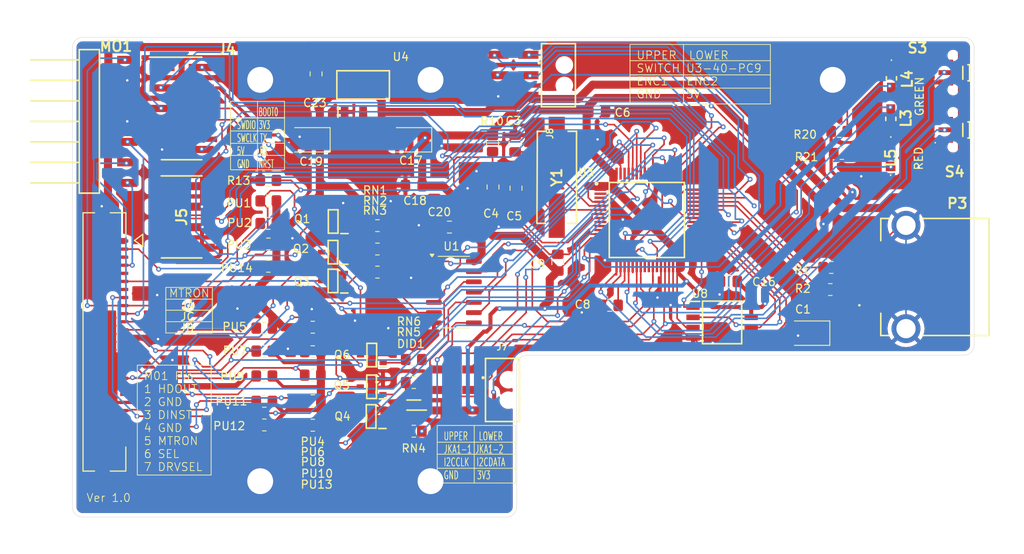
<source format=kicad_pcb>
(kicad_pcb (version 20240108) (generator "pcbnew") (generator_version "8.0")
  (layers (0 "F.Cu" signal) (31 "B.Cu" signal) (34 "B.Paste" user) (35 "F.Paste" user) (36 "B.SilkS" user "B.Silkscreen") (37 "F.SilkS" user "F.Silkscreen") (38 "B.Mask" user) (39 "F.Mask" user) (44 "Edge.Cuts" user))
  (net 0 "")
  (net 1 "5V")
  (net 2 "GND")
  (net 3 "Net-(U3-PH0)")
  (net 4 "NRST")
  (net 5 "Net-(U3-PH1)")
  (net 6 "+3.3V")
  (net 7 "Net-(DID1-K)")
  (net 8 "J3_BOOT0")
  (net 9 "USART1_TX")
  (net 10 "USART1_RX")
  (net 11 "SWDIO")
  (net 12 "SWCLK")
  (net 13 "MTRON")
  (net 14 "ENC1")
  (net 15 "DIR")
  (net 16 "ENCSW")
  (net 17 "READY")
  (net 18 "Net-(Q1-B)")
  (net 19 "Net-(Q2-B)")
  (net 20 "Net-(Q3-B)")
  (net 21 "Net-(Q4-B)")
  (net 22 "Net-(Q6-B)")
  (net 23 "Net-(U3-PA12)")
  (net 24 "Net-(U3-PA11)")
  (net 25 "JA")
  (net 26 "JB")
  (net 27 "JC")
  (net 28 "DINST")
  (net 29 "SPI2_SCK")
  (net 30 "SPI2_MISO")
  (net 31 "SPI2_MOSI")
  (net 32 "Net-(RN4-Pad2)")
  (net 33 "Net-(RN6-Pad2)")
  (net 34 "Net-(RN1-Pad2)")
  (net 35 "Net-(RN2-Pad2)")
  (net 36 "Net-(RN3-Pad2)")
  (net 37 "ENC2")
  (net 39 "U3-40-PC9")
  (net 44 "JKA1-1")
  (net 47 "JKA1-2")
  (net 49 "Net-(L3-A)")
  (net 52 "Net-(DID1-A)")
  (net 53 "WPROT_3V3")
  (net 54 "Net-(L4-A)")
  (net 55 "SEL")
  (net 57 "STEP")
  (net 58 "WGATE")
  (net 59 "INDEX")
  (net 60 "WPROT")
  (net 61 "RDATA")
  (net 62 "TRK0")
  (net 63 "SIDE1")
  (net 64 "WDATA")
  (net 65 "BUT_L")
  (net 66 "BUT_R")
  (net 67 "RDATA_3V3")
  (net 68 "INDEX_3V3")
  (net 69 "TRK0_3V3")
  (net 70 "READY_3V3")
  (net 71 "CHNG")
  (net 72 "HDOUT")
  (net 73 "CHNG_3V3")
  (net 77 "DRVSEL")
  (net 80 "SPI2_SS")
  (net 82 "I2C2_DTA")
  (net 83 "I2C2_CLK")
  (net 84 "Net-(P1-Pad11)")
  (net 85 "D+")
  (net 86 "D-")
  (footprint "Gotek:MountingHole_M3_Pad" (layer "F.Cu") (at 118.491 60.6425)
    (property "Reference" "H1" (hide yes))
    (property "Value" "MountingHole_Pad")
  )
  (footprint "Gotek:MountingHole_M3_Pad" (layer "F.Cu") (at 139.573 60.6425)
    (property "Reference" "H2" (hide yes))
    (property "Value" "MountingHole_Pad")
  )
  (footprint "Gotek:MountingHole_M3_Pad" (layer "F.Cu") (at 118.491 110.363)
    (property "Reference" "H3" (hide yes))
    (property "Value" "MountingHole_Pad")
  )
  (footprint "Gotek:MountingHole_M3_Pad" (layer "F.Cu") (at 139.573 110.363)
    (property "Reference" "H4" (hide yes))
    (property "Value" "MountingHole_Pad")
  )
  (footprint "Gotek:MountingHole_M3_Pad" (layer "F.Cu") (at 189.357 60.6425)
    (property "Reference" "H5" (hide yes))
    (property "Value" "MountingHole_Pad")
  )
  (footprint "Resistor_SMD:R_0805_2012Metric_Pad1.20x1.40mm_HandSolder" (layer "F.Cu") (at 119 91.3987)
    (property "Reference" "PU5")
    (property "Value" "1K" (hide yes))
  )
  (footprint "Capacitor_SMD:C_0805_2012Metric_Pad1.18x1.45mm_HandSolder" (layer "F.Cu") (at 147.3073 73.9147 -90)
    (property "Reference" "C4")
    (property "Value" "100nF" (hide yes))
  )
  (footprint "Resistor_SMD:R_0805_2012Metric_Pad1.20x1.40mm_HandSolder" (layer "F.Cu") (at 190.1603 67.0274)
    (property "Reference" "R20")
    (property "Value" "1K" (hide yes))
  )
  (footprint "Gotek:610106249121" (layer "F.Cu") (at 149.2046 99.06 90)
    (property "Reference" "J7")
    (property "Value" "OLED")
  )
  (footprint "Capacitor_Tantalum_SMD:CP_EIA-3528-21_Kemet-B_Pad1.50x2.35mm_HandSolder" (layer "F.Cu") (at 186.3598 92.0242 180)
    (property "Reference" "C1")
    (property "Value" "47uF")
  )
  (footprint "Gotek:SKRTLAE010" (layer "F.Cu") (at 204.597 66.8274 90)
    (property "Reference" "S4")
    (property "Value" "SKRTLAE010" (hide yes))
  )
  (footprint "Gotek:SOT95P280X130-3N" (layer "F.Cu") (at 132.28 98.6663 180)
    (property "Reference" "Q5")
    (property "Value" "PMBT2222A,215" (hide yes))
  )
  (footprint "Resistor_SMD:R_0805_2012Metric_Pad1.20x1.40mm_HandSolder" (layer "F.Cu") (at 137.5 104.1717)
    (property "Reference" "RN4" (hide yes))
    (property "Value" "1K" (hide yes))
  )
  (footprint "Gotek:SOT95P280X130-3N" (layer "F.Cu") (at 132.3023 94.7356 180)
    (property "Reference" "Q6")
    (property "Value" "PMBT2222A,215" (hide yes))
  )
  (footprint "Gotek:HSMCC177" (layer "F.Cu") (at 196.5198 70.3072 -90)
    (property "Reference" "L5")
    (property "Value" "LED RED" (hide yes))
  )
  (footprint "Capacitor_SMD:C_0805_2012Metric_Pad1.18x1.45mm_HandSolder" (layer "F.Cu") (at 141.9162 78.8829)
    (property "Reference" "C20")
    (property "Value" "100nF" (hide yes))
  )
  (footprint "Capacitor_Tantalum_SMD:CP_EIA-3528-21_Kemet-B_Pad1.50x2.35mm_HandSolder" (layer "F.Cu") (at 137.0838 68.072 180)
    (property "Reference" "C17")
    (property "Value" "47uF")
  )
  (footprint "Resistor_SMD:R_0805_2012Metric_Pad1.20x1.40mm_HandSolder" (layer "F.Cu") (at 119 103.397)
    (property "Reference" "PU12")
    (property "Value" "1K" (hide yes))
  )
  (footprint "Capacitor_SMD:C_0805_2012Metric_Pad1.18x1.45mm_HandSolder" (layer "F.Cu") (at 160.2034 64.5731)
    (property "Reference" "C6")
    (property "Value" "100nF" (hide yes))
  )
  (footprint "Gotek:SKRTLAE010" (layer "F.Cu") (at 204.597 59.7408 90)
    (property "Reference" "S3")
    (property "Value" "SKRTLAE010" (hide yes))
  )
  (footprint "Resistor_SMD:R_0805_2012Metric_Pad1.20x1.40mm_HandSolder" (layer "F.Cu") (at 125 103.432)
    (property "Reference" "PU13")
    (property "Value" "1K" (hide yes))
  )
  (footprint "Resistor_SMD:R_0805_2012Metric_Pad1.20x1.40mm_HandSolder" (layer "F.Cu") (at 119.5 78.432)
    (property "Reference" "PU2")
    (property "Value" "1K" (hide yes))
  )
  (footprint "Resistor_SMD:R_0805_2012Metric_Pad1.20x1.40mm_HandSolder" (layer "F.Cu") (at 119 100.4665)
    (property "Reference" "PU11")
    (property "Value" "1K" (hide yes))
  )
  (footprint "Gotek:SOT95P280X130-3N" (layer "F.Cu") (at 127.5017 85.5504 180)
    (property "Reference" "Q3")
    (property "Value" "PMBT2222A,215" (hide yes))
  )
  (footprint "Gotek:MOLEX_CON_2005280260" (layer "F.Cu") (at 99.21 93.11 -90)
    (property "Reference" "P1" (hide yes))
    (property "Value" "2005280260" (hide yes))
  )
  (footprint "Gotek:M208760442" (layer "F.Cu") (at 108.7628 77.6224 -90)
    (property "Reference" "J5")
    (property "Value" "M20-8760442" (hide yes))
  )
  (footprint "Resistor_SMD:R_0805_2012Metric_Pad1.20x1.40mm_HandSolder" (layer "F.Cu") (at 119 97.3264)
    (property "Reference" "PU9")
    (property "Value" "1K" (hide yes))
  )
  (footprint "Gotek:SOT95P280X130-3N" (layer "F.Cu") (at 132.2165 102.3366 180)
    (property "Reference" "Q4")
    (property "Value" "PMBT2222A,215" (hide yes))
  )
  (footprint "Resistor_SMD:R_0805_2012Metric_Pad1.20x1.40mm_HandSolder" (layer "F.Cu") (at 133 81.6007)
    (property "Reference" "RN2")
    (property "Value" "1K" (hide yes))
  )
  (footprint "Resistor_SMD:R_0805_2012Metric_Pad1.20x1.40mm_HandSolder" (layer "F.Cu") (at 125 97.2217)
    (property "Reference" "PU8")
    (property "Value" "1K" (hide yes))
  )
  (footprint "Capacitor_SMD:C_0805_2012Metric_Pad1.18x1.45mm_HandSolder" (layer "F.Cu") (at 137.5061 73.7457)
    (property "Reference" "C18")
    (property "Value" "100nF" (hide yes))
  )
  (footprint "Capacitor_SMD:C_0805_2012Metric_Pad1.18x1.45mm_HandSolder" (layer "F.Cu") (at 150.1521 74.06 -90)
    (property "Reference" "C5")
    (property "Value" "22pF" (hide yes))
  )
  (footprint "Gotek:SOIC127P790X216-8N" (layer "F.Cu") (at 175.6632 90.6939)
    (property "Reference" "U8")
    (property "Value" "SST25VF016B-50-4C-S2AF" (hide yes))
  )
  (footprint "Gotek:610106249121" (layer "F.Cu") (at 156.1338 60.071 90)
    (property "Reference" "J8")
    (property "Value" "RotaryEncoder")
  )
  (footprint "Resistor_SMD:R_0805_2012Metric_Pad1.20x1.40mm_HandSolder" (layer "F.Cu") (at 133 78.7051)
    (property "Reference" "RN1")
    (property "Value" "1K" (hide yes))
  )
  (footprint "Gotek:USB1046GF0190LBA" (layer "F.Cu") (at 202.0048 85.0638 90)
    (property "Reference" "P3")
    (property "Value" "USB_A" (hide yes))
  )
  (footprint "Gotek:SOT95P280X130-3N" (layer "F.Cu") (at 127.5017 81.988 180)
    (property "Reference" "Q2")
    (property "Value" "PMBT2222A,215" (hide yes))
  )
  (footprint "Gotek:SODFL2512X90N" (layer "F.Cu") (at 137.5 100.9332 180)
    (property "Reference" "DID1")
    (property "Value" "1N4148WS" (hide yes))
  )
  (footprint "Resistor_SMD:R_0805_2012Metric_Pad1.20x1.40mm_HandSolder" (layer "F.Cu") (at 133 84.4613)
    (property "Reference" "RN3")
    (property "Value" "1K" (hide yes))
  )
  (footprint "Resistor_SMD:R_0805_2012Metric_Pad1.20x1.40mm_HandSolder" (layer "F.Cu") (at 137.5 98.1424)
    (property "Reference" "RN5")
    (property "Value" "1K" (hide yes))
  )
  (footprint "Gotek:APT2012PGW" (layer "F.Cu") (at 196.5452 65.4746 90)
    (property "Reference" "L3")
    (property "Value" "LED GREEN" (hide yes))
  )
  (footprint "Capacitor_SMD:C_0805_2012Metric_Pad1.18x1.45mm_HandSolder" (layer "F.Cu") (at 150.041 68.5324 -90)
    (property "Reference" "C3")
    (property "Value" "22pF" (hide yes))
  )
  (footprint "Gotek:QFP50P1200X1200X160-64N" (layer "F.Cu") (at 166.3446 78.0002)
    (property "Reference" "U3")
    (property "Value" "AT32F435RGT7" (hide yes))
  )
  (footprint "Resistor_SMD:R_0805_2012Metric_Pad1.20x1.40mm_HandSolder" (layer "F.Cu") (at 119.5 75.638)
    (property "Reference" "PU1")
    (property "Value" "1K" (hide yes))
  )
  (footprint "Capacitor_SMD:C_0805_2012Metric_Pad1.18x1.45mm_HandSolder" (layer "F.Cu") (at 125.4093 59.8995 -90)
    (property "Reference" "C23")
    (property "Value" "100nF" (hide yes))
  )
  (footprint "Resistor_SMD:R_0805_2012Metric_Pad1.20x1.40mm_HandSolder" (layer "F.Cu") (at 125 94.3229)
    (property "Reference" "PU6")
    (property "Value" "1K" (hide yes))
  )
  (footprint "Resistor_SMD:R_0805_2012Metric_Pad1.20x1.40mm_HandSolder" (layer "F.Cu") (at 137.5 95.2944)
    (property "Reference" "RN6")
    (property "Value" "1K" (hide yes))
  )
  (footprint "Resistor_SMD:R_0805_2012Metric_Pad1.20x1.40mm_HandSolder" (layer "F.Cu") (at 189.0617 86.6203)
    (property "Reference" "R2")
    (property "Value" "22R" (hide yes))
  )
  (footprint "Capacitor_SMD:C_0805_2012Metric_Pad1.18x1.45mm_HandSolder" (layer "F.Cu") (at 161.7599 88.5761 180)
    (property "Reference" "C8")
    (property "Value" "100nF" (hide yes))
  )
  (footprint "Resistor_SMD:R_0805_2012Metric_Pad1.20x1.40mm_HandSolder" (layer "F.Cu") (at 147.2502 68.5324 -90)
    (property "Reference" "R10")
    (property "Value" "4K7" (hide yes))
  )
  (footprint "Gotek:LFXTAL050985Bulk" (layer "F.Cu") (at 155.194 72.7202 90)
    (property "Reference" "Y1")
    (property "Value" "8Mhz" (hide yes))
  )
  (footprint "Gotek:HUSSP10W64P254_2X5_1270X500X1043P" (layer "F.Cu") (at 108.7628 64.1858 -90)
    (property "Reference" "J4")
    (property "Value" "M20-8760542P" (hide yes))
  )
  (footprint "Gotek:SOT229P700X180-4N" (layer "F.Cu") (at 131.2299 61.2676 90)
    (property "Reference" "U4")
    (property "Value" "AMS1117-3.3" (hide yes))
  )
  (footprint "Resistor_SMD:R_0805_2012Metric_Pad1.20x1.40mm_HandSolder" (layer "F.Cu") (at 125 100.3967)
    (property "Reference" "PU10")
    (property "Value" "1K" (hide yes))
  )
  (footprint "Resistor_SMD:R_0805_2012Metric_Pad1.20x1.40mm_HandSolder" (layer "F.Cu") (at 119.5 73.0917 180)
    (property "Reference" "R13")
    (property "Value" "4K7" (hide yes))
  )
  (footprint "Gotek:SOT95P280X130-3N" (layer "F.Cu") (at 127.5207 78.1875 180)
    (property "Reference" "Q1")
    (property "Value" "PMBT2222A,215" (hide yes))
  )
  (footprint "Gotek:APT2012PGW" (layer "F.Cu") (at 196.6214 60.452 -90)
    (property "Reference" "L4")
    (property "Value" "LED GREEN" (hide yes))
  )
  (footprint "Resistor_SMD:R_0805_2012Metric_Pad1.20x1.40mm_HandSolder" (layer "F.Cu") (at 119.5 83.7343)
    (property "Reference" "PU14")
    (property "Value" "1K" (hide yes))
  )
  (footprint "Package_SO:SO-14_3.9x8.65mm_P1.27mm" (layer "F.Cu") (at 142.4591 86.9378)
    (property "Reference" "U1")
    (property "Value" "74AHC04" (hide yes))
  )
  (footprint "Resistor_SMD:R_0805_2012Metric_Pad1.20x1.40mm_HandSolder" (layer "F.Cu") (at 189.1696 83.8835)
    (property "Reference" "R1")
    (property "Value" "22R" (hide yes))
  )
  (footprint "Resistor_SMD:R_0805_2012Metric_Pad1.20x1.40mm_HandSolder" (layer "F.Cu") (at 190.4778 69.7579)
    (property "Reference" "R21")
    (property "Value" "1K" (hide yes))
  )
  (footprint "Capacitor_SMD:C_0805_2012Metric_Pad1.18x1.45mm_HandSolder" (layer "F.Cu") (at 155.321 83.2905 -90)
    (property "Reference" "C9")
    (property "Value" "100nF" (hide yes))
  )
  (footprint "Resistor_SMD:R_0805_2012Metric_Pad1.20x1.40mm_HandSolder" (layer "F.Cu") (at 125 91.2876)
    (property "Reference" "PU4")
    (property "Value" "1K" (hide yes))
  )
  (footprint "Capacitor_Tantalum_SMD:CP_EIA-3528-21_Kemet-B_Pad1.50x2.35mm_HandSolder" (layer "F.Cu") (at 124.5114 68.072 180)
    (property "Reference" "C19")
    (property "Value" "47uF")
  )
  (footprint "Resistor_SMD:R_0805_2012Metric_Pad1.20x1.40mm_HandSolder" (layer "F.Cu") (at 119.5 80.9784)
    (property "Reference" "PU3")
    (property "Value" "1K" (hide yes))
  )
  (footprint "Resistor_SMD:R_0805_2012Metric_Pad1.20x1.40mm_HandSolder" (layer "F.Cu") (at 119 94.2467)
    (property "Reference" "PU7")
    (property "Value" "1K" (hide yes))
  )
  (footprint "Gotek:M208900705" (layer "F.Cu") (at 96.0628 65.786 -90)
    (property "Reference" "MO1")
    (property "Value" "Conn_01x03_Pin" (hide yes))
  )
  (footprint "Capacitor_SMD:C_0805_2012Metric_Pad1.18x1.45mm_HandSolder" (layer "F.Cu") (at 176.5014 85.6139)
    (property "Reference" "C16")
    (property "Value" "100nF" (hide yes))
  )
  (gr_line (start 164.2618 60.0202) (end 181.6608 60.0202) (stroke (width 0.1)) (layer "F.SilkS"))
  (gr_line (start 114.808 65.3542) (end 121.4882 65.3542) (stroke (width 0.1)) (layer "F.SilkS"))
  (gr_line (start 106.8324 90.6018) (end 112.5728 90.6018) (stroke (width 0.1)) (layer "F.SilkS"))
  (gr_line (start 112.5728 91.9988) (end 112.5728 86.36) (stroke (width 0.1)) (layer "F.SilkS"))
  (gr_line (start 170.8912 56.261) (end 170.8912 63.627) (stroke (width 0.1)) (layer "F.SilkS"))
  (gr_line (start 164.2872 58.2676) (end 181.6354 58.2676) (stroke (width 0.1)) (layer "F.SilkS"))
  (gr_line (start 164.2872 61.6712) (end 181.6354 61.6712) (stroke (width 0.1)) (layer "F.SilkS"))
  (gr_line (start 140.462 108.7628) (end 150.0886 108.7628) (stroke (width 0.1)) (layer "F.SilkS"))
  (gr_line (start 121.4882 65.3542) (end 114.808 65.3542) (stroke (width 0.1)) (layer "F.SilkS"))
  (gr_line (start 144.9832 103.4542) (end 144.9832 110.586616) (stroke (width 0.1)) (layer "F.SilkS"))
  (gr_line (start 114.808 68.5038) (end 121.5136 68.5038) (stroke (width 0.1)) (layer "F.SilkS"))
  (gr_line (start 121.5136 70.0024) (end 114.8334 70.0024) (stroke (width 0.1)) (layer "F.SilkS"))
  (gr_line (start 112.5728 86.36) (end 106.807 86.36) (stroke (width 0.1)) (layer "F.SilkS"))
  (gr_line (start 140.4366 105.537) (end 150.0886 105.537) (stroke (width 0.1)) (layer "F.SilkS"))
  (gr_line (start 106.807 89.1794) (end 112.5728 89.1794) (stroke (width 0.1)) (layer "F.SilkS"))
  (gr_line (start 106.807 86.36) (end 106.807 91.9988) (stroke (width 0.1)) (layer "F.SilkS"))
  (gr_line (start 140.400992 107.020408) (end 150.073408 107.020408) (stroke (width 0.1)) (layer "F.SilkS"))
  (gr_line (start 114.8334 66.9798) (end 121.4882 66.9798) (stroke (width 0.1)) (layer "F.SilkS"))
  (gr_line (start 106.807 91.9988) (end 112.5728 91.9988) (stroke (width 0.1)) (layer "F.SilkS"))
  (gr_line (start 118.1608 63.2968) (end 118.1608 71.778327) (stroke (width 0.1)) (layer "F.SilkS"))
  (gr_line (start 121.5136 68.5038) (end 121.5136 70.0024) (stroke (width 0.1)) (layer "F.SilkS"))
  (gr_line (start 121.4882 65.3542) (end 114.8334 65.3542) (stroke (width 0.1)) (layer "F.SilkS"))
  (gr_line (start 106.807 87.8078) (end 112.5728 87.8078) (stroke (width 0.1)) (layer "F.SilkS"))
  (gr_line (start 150.0886 105.537) (end 150.0886 106.4006) (stroke (width 0.1)) (layer "F.SilkS"))
  (gr_line (start 151.511 94.75) (end 205.58 94.75) (stroke (width 0.05)) (layer "Edge.Cuts"))
  (gr_arc (start 206.85 93.48) (mid 206.478026 94.378026) (end 205.58 94.75) (stroke (width 0.05)) (layer "Edge.Cuts"))
  (gr_arc (start 205.58 55.38) (mid 206.478026 55.751974) (end 206.85 56.65) (stroke (width 0.05)) (layer "Edge.Cuts"))
  (gr_line (start 150.241 113.538) (end 150.241 96.012) (stroke (width 0.05)) (layer "Edge.Cuts"))
  (gr_arc (start 96.52 114.808) (mid 95.621974 114.436026) (end 95.25 113.538) (stroke (width 0.05)) (layer "Edge.Cuts"))
  (gr_line (start 95.25 56.642) (end 95.25 113.538) (stroke (width 0.05)) (layer "Edge.Cuts"))
  (gr_arc (start 150.241 96.012) (mid 150.612974 95.113974) (end 151.511 94.742) (stroke (width 0.05)) (layer "Edge.Cuts"))
  (gr_line (start 96.52 114.808) (end 148.971 114.808) (stroke (width 0.05)) (layer "Edge.Cuts"))
  (gr_line (start 96.52 55.38) (end 205.58 55.38) (stroke (width 0.05)) (layer "Edge.Cuts"))
  (gr_line (start 206.85 56.65) (end 206.85 93.48) (stroke (width 0.05)) (layer "Edge.Cuts"))
  (gr_arc (start 150.241 113.538) (mid 149.869026 114.436026) (end 148.971 114.808) (stroke (width 0.05)) (layer "Edge.Cuts"))
  (gr_arc (start 95.25 56.642) (mid 95.621974 55.743974) (end 96.52 55.38) (stroke (width 0.05)) (layer "Edge.Cuts"))
  (gr_text "GREEN" (at 200.6854 65.2272 90) (layer "F.SilkS") (effects (font (size 1 1)) (justify left bottom)))
  (gr_text "Ver 1.0" (at 96.9264 113.0046 0) (layer "F.SilkS") (effects (font (size 1 1) (thickness 0.1)) (justify left bottom)))
  (gr_text "JA" (at 108.585 89.1032 0) (layer "F.SilkS") (effects (font (size 1 1)) (justify left bottom)))
  (gr_text "MTRON" (at 107.1372 87.6554 0) (layer "F.SilkS") (effects (font (size 1 1) (thickness 0.1)) (justify left bottom)))
  (gr_text "RED" (at 200.5838 71.9328 90) (layer "F.SilkS") (effects (font (size 1 1)) (justify left bottom)))
  (gr_text "JB" (at 108.4326 91.948 0) (layer "F.SilkS") (effects (font (size 1 1)) (justify left bottom)))
  (gr_text "JC" (at 108.5088 90.5764 0) (layer "F.SilkS") (effects (font (size 1 1)) (justify left bottom)))
  (gr_text_box "M01 Pin\n1 HDOUT\n2 GND\n3 DINST\n4 GND\n5 MTRON\n6 SEL\n7 DRVSEL\n" (start 103.278171 95.988371) (end 112.4204 109.599229) (layer "F.SilkS") (effects (font (size 1 1) (thickness 0.1)) (justify left top)) (border yes) (stroke (width 0.1)))
  (gr_text_box "UPPER   LOWER\nJKA1-1 JKA1-2\nI2CCLK  I2CDATA\nGND     3V3" (start 140.400992 103.4542) (end 150.073408 110.586616) (layer "F.SilkS") (effects (font (size 1 0.6) (thickness 0.1)) (justify left top)) (border yes) (stroke (width 0.1)))
  (gr_text_box "UPPER  LOWER\nSWITCH U3-40-PC9\nENC1   ENC2\nGND    5V" (start 164.2618 56.261) (end 181.6354 63.627) (layer "F.SilkS") (effects (font (size 1 1) (thickness 0.1)) (justify left top)) (border yes) (stroke (width 0.1)))
  (gr_text_box "       BOOT0\nSWDIO 3V3\nSWCLK TX\n5V     RX\nGND   NRST" (start 114.821736 63.2968) (end 121.499863 71.778327) (layer "F.SilkS") (effects (font (size 1 0.5) (thickness 0.1)) (justify left top)) (border yes) (stroke (width 0.1)))
  (segment (start 133.5199 64.6176) (end 133.52 64.6176) (width 0.2) (layer "F.Cu") (net 1))
  (segment (start 100.549 80.61) (end 101.66 80.61) (width 0.75) (layer "F.Cu") (net 1))
  (segment (start 126 98.2217) (end 126 97.2217) (width 1) (layer "F.Cu") (net 1))
  (segment (start 150.4295 63.8653) (end 147.2849 63.8653) (width 1) (layer "F.Cu") (net 1))
  (segment (start 125.871 64.2765) (end 125.716 64.1207) (width 0.2) (layer "F.Cu") (net 1))
  (segment (start 151.6838 62.611) (end 150.4295 63.8653) (width 1) (layer "F.Cu") (net 1))
  (segment (start 132.039 76.8985) (end 132.039 76.9715) (width 1) (layer "F.Cu") (net 1))
  (segment (start 125.871 67.6878) (end 125.871 73.2459) (width 1) (layer "F.Cu") (net 1))
  (segment (start 99.695 67.056) (end 99.695 56.9468) (width 1) (layer "F.Cu") (net 1))
  (segment (start 120.5 78.432) (end 120.5 80.9784) (width 1) (layer "F.Cu") (net 1))
  (segment (start 189.078 92.3131) (end 192.934 88.4566) (width 1) (layer "F.Cu") (net 1))
  (segment (start 145.891 80.772) (end 145.891 82.1707) (width 1) (layer "F.Cu") (net 1))
  (segment (start 126 101.448) (end 126 100.397) (width 0.5) (layer "F.Cu") (net 1))
  (segment (start 133.52 63.8754) (end 133.52 63.1333) (width 1) (layer "F.Cu") (net 1))
  (segment (start 129.042 73.9013) (end 132.039 76.8985) (width 1) (layer "F.Cu") (net 1))
  (segment (start 100.508 80.5688) (end 100.549 80.61) (width 0.75) (layer "F.Cu") (net 1))
  (segment (start 126 100.3967) (end 126 98.2217) (width 1) (layer "F.Cu") (net 1))
  (segment (start 133.52 63.1333) (end 132.991 62.6047) (width 1) (layer "F.Cu") (net 1))
  (segment (start 126 95.3229) (end 126 94.3229) (width 0.2) (layer "F.Cu") (net 1))
  (segment (start 126 100.397) (end 126 101.448) (width 0.2) (layer "F.Cu") (net 1))
  (segment (start 121.429 95.6754) (end 125.647 95.6754) (width 0.4) (layer "F.Cu") (net 1))
  (segment (start 125.4093 58.862) (end 125.409 58.862) (width 0.2) (layer "F.Cu") (net 1))
  (segment (start 127.618 62.2189) (end 127.618 60.371) (width 1) (layer "F.Cu") (net 1))
  (segment (start 126.527 73.9013) (end 129.042 73.9013) (width 1) (layer "F.Cu") (net 1))
  (segment (start 133.52 63.8755) (end 133.52 64.6176) (width 0.2) (layer "F.Cu") (net 1))
  (segment (start 125.565 98.6568) (end 126 98.2217) (width 0.4) (layer "F.Cu") (net 1))
  (segment (start 99.6442 75.2348) (end 99.6442 67.1068) (width 1) (layer "F.Cu") (net 1))
  (segment (start 144.934 83.1277) (end 145.412 82.6493) (width 0.2) (layer "F.Cu") (net 1))
  (segment (start 100.568 82.61) (end 101.66 82.61) (width 0.4) (layer "F.Cu") (net 1))
  (segment (start 122.356 78.432) (end 125.871 74.9167) (width 1) (layer "F.Cu") (net 1))
  (segment (start 126 97.2217) (end 126 95.3229) (width 1) (layer "F.Cu") (net 1))
  (segment (start 142.9537 78.8829) (end 142.954 78.8829) (width 0.2) (layer "F.Cu") (net 1))
  (segment (start 144.934 83.1275) (end 144.934 83.1277) (width 0.2) (layer "F.Cu") (net 1))
  (segment (start 120.93 102.467) (end 121.465 101.932) (width 0.5) (layer "F.Cu") (net 1))
  (segment (start 200.155 75.1999) (end 196.666 75.1999) (width 1) (layer "F.Cu") (net 1))
  (segment (start 125.871 74.9167) (end 125.871 73.2459) (width 1) (layer "F.Cu") (net 1))
  (segment (start 157.861 63.0174) (end 152.0902 63.0174) (width 1) (layer "F.Cu") (net 1))
  (segment (start 100.568 82.61) (end 100.508 82.55) (width 0.2) (layer "F.Cu") (net 1))
  (segment (start 125.871 64.2765) (end 125.871 67.6878) (width 1) (layer "F.Cu") (net 1))
  (segment (start 145.173 82.8886) (end 144.934 83.1275) (width 0.2) (layer "F.Cu") (net 1))
  (segment (start 124 91.2876) (end 121.326 91.2876) (width 1) (layer "F.Cu") (net 1))
  (segment (start 141.808 76.9715) (end 142.954 78.117) (width 1) (layer "F.Cu") (net 1))
  (segment (start 143.478 78.8829) (end 142.954 78.8829) (width 0.2) (layer "F.Cu") (net 1))
  (segment (start 99.695 56.9468) (end 100.0633 56.5785) (width 1) (layer "F.Cu") (net 1))
  (segment (start 125.716 64.1207) (end 127.232 62.6047) (width 1) (layer "F.Cu") (net 1))
  (segment (start 126 94.3229) (end 126 93.8372) (width 1) (layer "F.Cu") (net 1))
  (segment (start 120 103.397) (end 120.93 102.467) (width 0.2) (layer "F.Cu") (net 1))
  (segment (start 126 98.2217) (end 126 97.2217) (width 0.2) (layer "F.Cu") (net 1))
  (segment (start 126.109 58.8621) (end 127.618 60.371) (width 1) (layer "F.Cu") (net 1))
  (segment (start 125.871 73.2459) (end 126.527 73.9013) (width 1) (layer "F.Cu") (net 1))
  (segment (start 120.895 98.2217) (end 121.33 98.6568) (width 0.4) (layer "F.Cu") (net 1))
  (segment (start 126 95.3229) (end 126 97.2217) (width 0.2) (layer "F.Cu") (net 1))
  (segment (start 199.979 88.4566) (end 202.178 86.2584) (width 1) (layer "F.Cu") (net 1))
  (segment (start 121.33 98.6568) (end 125.565 98.6568) (width 0.4) (layer "F.Cu") (net 1))
  (segment (start 120.93 102.467) (end 121.465 101.932) (width 0.5) (layer "F.Cu") (net 1))
  (segment (start 126 97.2217) (end 126 98.2217) (width 0.2) (layer "F.Cu") (net 1))
  (segment (start 120.5 84.0875) (end 118.326 86.2616) (width 1) (layer "F.Cu") (net 1))
  (segment (start 159.6358 61.2426) (end 157.861 63.0174) (width 1) (layer "F.Cu") (net 1))
  (segment (start 192.934 88.4566) (end 199.979 88.4566) (width 1) (layer "F.Cu") (net 1))
  (segment (start 101.66 84.61) (end 100.482 84.61) (width 0.4) (layer "F.Cu") (net 1))
  (segment (start 144.9341 83.1278) (end 145.891 82.1709) (width 0.2) (layer "F.Cu") (net 1))
  (segment (start 123.126 56.5785) (end 125.409 58.8621) (width 1) (layer "F.Cu") (net 1))
  (segment (start 126 95.3229) (end 126 94.3229) (width 1) (layer "F.Cu") (net 1))
  (segment (start 100.482 82.6516) (end 100.524 82.61) (width 0.2) (layer "F.Cu") (net 1))
  (segment (start 100.508 82.55) (end 100.508 80.5688) (width 0.75) (layer "F.Cu") (net 1))
  (segment (start 145.891 82.1707) (end 145.412 82.6493) (width 1) (layer "F.Cu") (net 1))
  (segment (start 127.232 62.6047) (end 127.618 62.2189) (width 1) (layer "F.Cu") (net 1))
  (segment (start 121.465 101.932) (end 121.85 101.547) (width 0.5) (layer "F.Cu") (net 1))
  (segment (start 125.647 95.6754) (end 126 95.3229) (width 0.4) (layer "F.Cu") (net 1))
  (segment (start 126 94.3229) (end 126 95.3229) (width 0.2) (layer "F.Cu") (net 1))
  (segment (start 120.5 78.432) (end 122.356 78.432) (width 1) (layer "F.Cu") (net 1))
  (segment (start 100.0633 56.5785) (end 123.126 56.5785) (width 1) (layer "F.Cu") (net 1))
  (segment (start 126.896 59.6496) (end 125.593 59.6496) (width 1) (layer "F.Cu") (net 1))
  (segment (start 126 93.8372) (end 124 91.8372) (width 0.5) (layer "F.Cu") (net 1))
  (segment (start 100.524 82.61) (end 100.568 82.61) (width 0.4) (layer "F.Cu") (net 1))
  (segment (start 147.2849 63.8653) (end 146.5326 64.6176) (width 1) (layer "F.Cu") (net 1))
  (segment (start 126 100.3967) (end 126 100.397) (width 0.2) (layer "F.Cu") (net 1))
  (segment (start 124 91.8372) (end 124 91.2876) (width 0.5) (layer "F.Cu") (net 1))
  (segment (start 121.465 101.932) (end 120 100.467) (width 0.5) (layer "F.Cu") (net 1))
  (segment (start 125.901 101.547) (end 126 101.448) (width 0.5) (layer "F.Cu") (net 1))
  (segment (start 175.489 61.2426) (end 159.6358 61.2426) (width 1) (layer "F.Cu") (net 1))
  (segment (start 120.5 80.9784) (end 120.5 83.7343) (width 1) (layer "F.Cu") (net 1))
  (segment (start 120.5 83.7343) (end 120.5 84.0875) (width 1) (layer "F.Cu") (net 1))
  (segment (start 120 103.397) (end 120.93 102.467) (width 0.5) (layer "F.Cu") (net 1))
  (segment (start 120 89.9613) (end 120 91.3987) (width 1) (layer "F.Cu") (net 1))
  (segment (start 100.549 80.61) (end 100.5078 80.5688) (width 1) (layer "F.Cu") (net 1))
  (segment (start 100.482 84.61) (end 100.482 82.6516) (width 0.75) (layer "F.Cu") (net 1))
  (segment (start 132.991 62.6047) (end 127.232 62.6047) (width 1) (layer "F.Cu") (net 1))
  (segment (start 202.178 86.2584) (end 202.178 77.2224) (width 1) (layer "F.Cu") (net 1))
  (segment (start 125.698 64.1382) (end 125.716 64.1207) (width 1) (layer "F.Cu") (net 1))
  (segment (start 120 100.467) (end 120 100.4665) (width 0.2) (layer "F.Cu") (net 1))
  (segment (start 196.666 75.1999) (end 195.342 76.5239) (width 1) (layer "F.Cu") (net 1))
  (segment (start 101.66 82.61) (end 100.568 82.61) (width 0.2) (layer "F.Cu") (net 1))
  (segment (start 120.5 75.638) (end 120.5 78.432) (width 1) (layer "F.Cu") (net 1))
  (segment (start 143.478 78.8829) (end 144.002 78.8829) (width 1) (layer "F.Cu") (net 1))
  (segment (start 126 101.448) (end 126 103.432) (width 0.2) (layer "F.Cu") (net 1))
  (segment (start 127.232 62.6047) (end 127.197 62.6047) (width 1) (layer "F.Cu") (net 1))
  (segment (start 125.716 64.1207) (end 125.698 64.1032) (width 0.2) (layer "F.Cu") (net 1))
  (segment (start 145.891 82.1709) (end 145.891 82.1707) (width 0.2) (layer "F.Cu") (net 1))
  (segment (start 120 97.3264) (end 120.895 98.2217) (width 0.4) (layer "F.Cu") (net 1))
  (segment (start 145.412 82.6493) (end 145.173 82.8886) (width 1) (layer "F.Cu") (net 1))
  (segment (start 125.8715 67.6878) (end 125.871 67.6878) (width 0.2) (layer "F.Cu") (net 1))
  (segment (start 100.5078 76.0984) (end 99.6442 75.2348) (width 1) (layer "F.Cu") (net 1))
  (segment (start 120 100.4665) (end 120 100.466) (width 0.2) (layer "F.Cu") (net 1))
  (segment (start 121.326 91.2876) (end 120 89.9613) (width 1) (layer "F.Cu") (net 1))
  (segment (start 125.872 67.6878) (end 125.8715 67.6878) (width 0.2) (layer "F.Cu") (net 1))
  (segment (start 126 100.397) (end 126 100.3967) (width 1) (layer "F.Cu") (net 1))
  (segment (start 195.342 76.5239) (end 190.77 76.5239) (width 1) (layer "F.Cu") (net 1))
  (segment (start 190.77 76.5239) (end 175.489 61.2426) (width 1) (layer "F.Cu") (net 1))
  (segment (start 142.954 78.8829) (end 143.478 78.8829) (width 1) (layer "F.Cu") (net 1))
  (segment (start 105.9568 67.1068) (end 106.3378 66.7258) (width 1) (layer "F.Cu") (net 1))
  (segment (start 118.326 88.2872) (end 120 89.9613) (width 1) (layer "F.Cu") (net 1))
  (segment (start 125.698 64.1032) (end 125.698 64.1382) (width 1) (layer "F.Cu") (net 1))
  (segment (start 126 103.432) (end 126 101.448) (width 1) (layer "F.Cu") (net 1))
  (segment (start 145.173 82.8886) (end 144.934 83.1279) (width 1) (layer "F.Cu") (net 1))
  (segment (start 202.178 77.2224) (end 200.155 75.1999) (width 1) (layer "F.Cu") (net 1))
  (segment (start 120 94.2467) (end 121.429 95.6754) (width 0.4) (layer "F.Cu") (net 1))
  (segment (start 125.409 58.8621) (end 126.109 58.8621) (width 1) (layer "F.Cu") (net 1))
  (segment (start 152.0902 63.0174) (end 151.6838 62.611) (width 1) (layer "F.Cu") (net 1))
  (segment (start 144.002 78.8829) (end 145.891 80.772) (width 1) (layer "F.Cu") (net 1))
  (segment (start 142.954 78.117) (end 142.954 78.8829) (width 1) (layer "F.Cu") (net 1))
  (segment (start 126 98.2217) (end 126 100.3967) (width 0.2) (layer "F.Cu") (net 1))
  (segment (start 118.326 86.2616) (end 118.326 88.2872) (width 1) (layer "F.Cu") (net 1))
  (segment (start 146.5326 64.6176) (end 133.52 64.6176) (width 1) (layer "F.Cu") (net 1))
  (segment (start 133.52 63.8755) (end 133.52 63.8754) (width 1) (layer "F.Cu") (net 1))
  (segment (start 121.85 101.547) (end 125.901 101.547) (width 0.5) (layer "F.Cu") (net 1))
  (segment (start 133.52 64.6176) (end 133.52 63.8755) (width 1) (layer "F.Cu") (net 1))
  (segment (start 133.52 63.8754) (end 133.52 63.8755) (width 0.2) (layer "F.Cu") (net 1))
  (segment (start 125.409 58.8621) (end 125.409 58.862) (width 0.2) (layer "F.Cu") (net 1))
  (segment (start 132.039 76.9715) (end 141.808 76.9715) (width 1) (layer "F.Cu") (net 1))
  (segment (start 127.197 62.6047) (end 125.698 64.1032) (width 1) (layer "F.Cu") (net 1))
  (segment (start 187.587 92.3131) (end 189.078 92.3131) (width 1) (layer "F.Cu") (net 1))
  (segment (start 126 101.448) (end 126 100.397) (width 1) (layer "F.Cu") (net 1))
  (segment (start 99.6442 67.1068) (end 105.9568 67.1068) (width 1) (layer "F.Cu") (net 1))
  (segment (start 127.618 60.371) (end 126.896 59.6496) (width 1) (layer "F.Cu") (net 1))
  (segment (start 100.5078 80.5688) (end 100.5078 76.0984) (width 1) (layer "F.Cu") (net 1))
  (segment (start 199.417 78.3868) (end 199.416 78.3871) (width 0.2) (layer "F.Cu") (net 2))
  (segment (start 133.6165 101.3865) (end 133.617 101.387) (width 0.2) (layer "F.Cu") (net 2))
  (segment (start 128.921 77.2375) (end 128.921 77.2376) (width 0.2) (layer "F.Cu") (net 2))
  (segment (start 199.986 60.8476) (end 199.986 62.9158) (width 0.2) (layer "F.Cu") (net 2))
  (segment (start 136.363 73.6402) (end 136.469 73.7455) (width 0.2) (layer "F.Cu") (net 2))
  (segment (start 160.249 68.4288) (end 163.095 71.2747) (width 0.2) (layer "F.Cu") (net 2))
  (segment (start 128.921 77.2374) (end 128.921 77.2375) (width 0.2) (layer "F.Cu") (net 2))
  (segment (start 100.858 104.61) (end 101.66 104.61) (width 0.2) (layer "F.Cu") (net 2))
  (segment (start 128.94 64.6176) (end 128.9399 64.6176) (width 0.2) (layer "F.Cu") (net 2))
  (segment (start 100.58 102.61) (end 100.58 104.61) (width 0.5) (layer "F.Cu") (net 2))
  (segment (start 205.297 61.5908) (end 205.297 57.8908) (width 0.2) (layer "F.Cu") (net 2))
  (segment (start 160.636 65.1785) (end 160.636 65.1782) (width 0.2) (layer "F.Cu") (net 2))
  (segment (start 98.96 108.41) (end 98.96 109.712) (width 0.2) (layer "F.Cu") (net 2))
  (segment (start 111.3536 78.867) (end 111.2878 78.9328) (width 0.2) (layer "F.Cu") (net 2))
  (segment (start 160.7224 88.5761) (end 161.438 87.8605) (width 0.2) (layer "F.Cu") (net 2))
  (segment (start 175.349 87.2299) (end 175.512 87.3934) (width 0.2) (layer "F.Cu") (net 2))
  (segment (start 98.96 76.5083) (end 98.8742 76.4225) (width 0.2) (layer "F.Cu") (net 2))
  (segment (start 118.491 110.363) (end 121.84 110.363) (width 0.2) (layer "F.Cu") (net 2))
  (segment (start 141.0546 104.5634) (end 141.0546 101.6) (width 0.2) (layer "F.Cu") (net 2))
  (segment (start 169.2656 90.2765) (end 171.588 92.5989) (width 0.2) (layer "F.Cu") (net 2))
  (segment (start 199.986 60.8476) (end 199.986 62.9158) (width 0.2) (layer "F.Cu") (net 2))
  (segment (start 171.588 92.5989) (end 172.063 92.5989) (width 0.2) (layer "F.Cu") (net 2))
  (segment (start 128.371 81.5693) (end 128.152 81.788) (width 0.2) (layer "F.Cu") (net 2))
  (segment (start 133.68 97.7163) (end 132.93 98.4663) (width 0.2) (layer "F.Cu") (net 2))
  (segment (start 128.902 81.0381) (end 128.371 81.569) (width 0.2) (layer "F.Cu") (net 2))
  (segment (start 199.416 78.3871) (end 198.7015 78.3871) (width 0.2) (layer "F.Cu") (net 2))
  (segment (start 184.3512 93.049) (end 184.3511 93.049) (width 0.2) (layer "F.Cu") (net 2))
  (segment (start 160.636 65.1782) (end 161.241 64.5731) (width 0.2) (layer "F.Cu") (net 2))
  (segment (start 132.93 100.7) (end 133.6165 101.3865) (width 0.2) (layer "F.Cu") (net 2))
  (segment (start 199.986 62.9158) (end 199.986 63.6497) (width 0.2) (layer "F.Cu") (net 2))
  (segment (start 106.3378 69.2658) (end 106.3438 69.2718) (width 0.2) (layer "F.Cu") (net 2))
  (segment (start 123.371 66.6054) (end 123.372 66.6059) (width 0.2) (layer "F.Cu") (net 2))
  (segment (start 163.095 83.8724) (end 163.095 84.911) (width 0.2) (layer "F.Cu") (net 2))
  (segment (start 133.702 93.7856) (end 132.952 94.5356) (width 0.2) (layer "F.Cu") (net 2))
  (segment (start 154.28944 82.253) (end 155.321 82.253) (width 0.2) (layer "F.Cu") (net 2))
  (segment (start 101.66 102.61) (end 100.858 102.61) (width 0.2) (layer "F.Cu") (net 2))
  (segment (start 159.1755 88.5761) (end 158.2928 89.4588) (width 0.2) (layer "F.Cu") (net 2))
  (segment (start 145.031 74.9522) (end 144.158 74.0791) (width 0.2) (layer "F.Cu") (net 2))
  (segment (start 134.347 91.4051) (end 133.702 92.0498) (width 0.2) (layer "F.Cu") (net 2))
  (segment (start 204.672 65.6024) (end 203.347 65.6024) (width 0.2) (layer "F.Cu") (net 2))
  (segment (start 160.249 65.5654) (end 160.249 68.0212) (width 0.2) (layer "F.Cu") (net 2))
  (segment (start 136.363 67.8624) (end 136.363 70.7513) (width 0.2) (layer "F.Cu") (net 2))
  (segment (start 161.241 64.5731) (end 160.249 65.565) (width 0.2) (layer "F.Cu") (net 2))
  (segment (start 98.8964 105.896) (end 100.183 104.61) (width 0.2) (layer "F.Cu") (net 2))
  (segment (start 123.371 67.1466) (end 123.3715 67.1471) (width 0.2) (layer "F.Cu") (net 2))
  (segment (start 199.986 64.3836) (end 203.3038 61.0658) (width 0.2) (layer "F.Cu") (net 2))
  (segment (start 128.9017 84.6004) (end 128.76 84.6004) (width 0.2) (layer "F.Cu") (net 2))
  (segment (start 99.7885 109.712) (end 100.025 109.475) (width 0.2) (layer "F.Cu") (net 2))
  (segment (start 163.3728 77.9589) (end 161.5815 79.7502) (width 0.2) (layer "F.Cu") (net 2))
  (segment (start 199.416 78.3866) (end 199.4165 78.3866) (width 0.2) (layer "F.Cu") (net 2))
  (segment (start 198.4715 92.4714) (end 198.4717 92.4714) (width 0.2) (layer "F.Cu") (net 2))
  (segment (start 148.536 68.9998) (end 148.536 75.0976) (width 0.2) (layer "F.Cu") (net 2))
  (segment (start 115.675 70.9962) (end 116.113 71.4343) (width 0.2) (layer "F.Cu") (net 2))
  (segment (start 111.2878 76.3524) (end 111.2878 73.8124) (width 0.2) (layer "F.Cu") (net 2))
  (segment (start 163.095 83.872) (end 163.095 83.7382) (width 0.2) (layer "F.Cu") (net 2))
  (segment (start 138.125 78.6543) (end 138.354 78.8829) (width 0.2) (layer "F.Cu") (net 2))
  (segment (start 98.96 108.41) (end 98.96 107.108) (width 0.2) (layer "F.Cu") (net 2))
  (segment (start 148.536 75.0976) (end 147.453 75.0976) (width 0.2) (layer "F.Cu") (net 2))
  (segment (start 100.86 96.61) (end 100.858 96.61) (width 0.2) (layer "F.Cu") (net 2))
  (segment (start 135.004 90.7479) (end 139.984 90.7479) (width 0.2) (layer "F.Cu") (net 2))
  (segment (start 125.19 110.363) (end 132.767 102.787) (width 0.2) (layer "F.Cu") (net 2))
  (segment (start 133.617 101.387) (end 132.867 102.137) (width 0.2) (layer "F.Cu") (net 2))
  (segment (start 147.307 74.9522) (end 145.031 74.9522) (width 0.2) (layer "F.Cu") (net 2))
  (segment (start 123.371 67.6878) (end 123.371 67.1466) (width 0.2) (layer "F.Cu") (net 2))
  (segment (start 169.5946 83.7382) (end 169.5946 87.688886) (width 0.2) (layer "F.Cu") (net 2))
  (segment (start 98.96 107.108) (end 98.8964 107.045) (width 0.2) (layer "F.Cu") (net 2))
  (segment (start 199.986 71.4756) (end 203.347 68.1146) (width 0.2) (layer "F.Cu") (net 2))
  (segment (start 160.249 65.565) (end 160.249 65.5654) (width 0.2) (layer "F.Cu") (net 2))
  (segment (start 199.986 62.9158) (end 199.986 63.6497) (width 0.2) (layer "F.Cu") (net 2))
  (segment (start 161.438 87.8605) (end 160.722 88.5761) (width 0.2) (layer "F.Cu") (net 2))
  (segment (start 183.438 93.2489) (end 183.794 93.2489) (width 0.2) (layer "F.Cu") (net 2))
  (segment (start 101.66 100.61) (end 100.86 100.61) (width 0.2) (layer "F.Cu") (net 2))
  (segment (start 164.719 79.3051) (end 164.719 80.739714) (width 0.2) (layer "F.Cu") (net 2))
  (segment (start 204.772 61.0658) (end 205.297 61.5908) (width 0.2) (layer "F.Cu") (net 2))
  (segment (start 132.767 102.686) (end 132.767 102.787) (width 0.2) (layer "F.Cu") (net 2))
  (segment (start 205.297 64.9774) (end 204.672 65.6024) (width 0.2) (layer "F.Cu") (net 2))
  (segment (start 147.453 75.0976) (end 147.307 74.9523) (width 0.2) (layer "F.Cu") (net 2))
  (segment (start 101.66 96.61) (end 100.86 96.61) (width 0.2) (layer "F.Cu") (net 2))
  (segment (start 163.095 83.8724) (end 163.095 83.872) (width 0.2) (layer "F.Cu") (net 2))
  (segment (start 160.6066 79.7502) (end 159.213 79.7502) (width 0.2) (layer "F.Cu") (net 2))
  (segment (start 199.417 78.3867) (end 199.417 78.3868) (width 0.2) (layer "F.Cu") (net 2))
  (segment (start 203.347 68.1146) (end 203.347 68.0524) (width 0.2) (layer "F.Cu") (net 2))
  (segment (start 100.183 104.61) (end 100.858 104.61) (width 0.2) (layer "F.Cu") (net 2))
  (segment (start 132.93 98.4663) (end 132.93 100.7) (width 0.2) (layer "F.Cu") (net 2))
  (segment (start 128.9207 77.2375) (end 128.921 77.2375) (width 0.2) (layer "F.Cu") (net 2))
  (segment (start 114.532 71.0184) (end 114.554 70.9962) (width 0.2) (layer "F.Cu") (net 2))
  (segment (start 172.713 93.2489) (end 174.498 93.2489) (width 0.2) (layer "F.Cu") (net 2))
  (segment (start 118.786 60.9371) (end 125.409 60.9371) (width 0.2) (layer "F.Cu") (net 2))
  (segment (start 163.095 83.8724) (end 163.095 83.872) (width 0.2) (layer "F.Cu") (net 2))
  (segment (start 199.986 63.6497) (end 199.986 64.3836) (width 0.2) (layer "F.Cu") (net 2))
  (segment (start 132.867 102.587) (end 132.767 102.686) (width 0.2) (layer "F.Cu") (net 2))
  (segment (start 160.249 68.0212) (end 160.249 68.4288) (width 0.2) (layer "F.Cu") (net 2))
  (segment (start 100.58 94.61) (end 100.58 96.6085) (width 0.5) (layer "F.Cu") (net 2))
  (segment (start 98.8964 107.045) (end 98.8964 105.896) (width 0.2) (layer "F.Cu") (net 2))
  (segment (start 169.2656 88.017886) (end 169.2656 90.2765) (width 0.2) (layer "F.Cu") (net 2))
  (segment (start 161.2409 64.5731) (end 160.249 65.565) (width 0.2) (layer "F.Cu") (net 2))
  (segment (start 128.9017 81.038) (end 128.902 81.038) (width 0.2) (layer "F.Cu") (net 2))
  (segment (start 108.0904 71.0184) (end 114.532 71.0184) (width 0.2) (layer "F.Cu") (net 2))
  (segment (start 199.4165 78.3866) (end 199.417 78.3867) (width 0.2) (layer "F.Cu") (net 2))
  (segment (start 111.2878 78.9328) (end 111.2878 81.4324) (width 0.2) (layer "F.Cu") (net 2))
  (segment (start 163.0946 83.7382) (end 163.095 83.7382) (width 0.2) (layer "F.Cu") (net 2))
  (segment (start 169.595 83.7382) (end 169.595 83.7384) (width 0.2) (layer "F.Cu") (net 2))
  (segment (start 132.867 102.137) (end 132.867 102.587) (width 0.2) (layer "F.Cu") (net 2))
  (segment (start 199.986 60.8472) (end 199.986 60.8476) (width 0.2) (layer "F.Cu") (net 2))
  (segment (start 116.113 71.4343) (end 117.77 73.0917) (width 0.2) (layer "F.Cu") (net 2))
  (segment (start 199.9856 63.6501) (end 199.9856 64.3836) (width 0.2) (layer "F.Cu") (net 2))
  (segment (start 184.3511 93.049) (end 184.351 93.0489) (width 0.2) (layer "F.Cu") (net 2))
  (segment (start 123.3715 67.1471) (end 123.3715 67.6878) (width 0.2) (layer "F.Cu") (net 2))
  (segment (start 194.7248 81.5638) (end 197.6248 78.6638) (width 0.2) (layer "F.Cu") (net 2))
  (segment (start 204.672 68.0524) (end 205.297 68.6774) (width 0.2) (layer "F.Cu") (net 2))
  (segment (start 136.3631 70.7512) (end 136.3631 67.8624) (width 0.2) (layer "F.Cu") (net 2))
  (segment (start 147.307 74.9522) (end 147.307 74.9523) (width 0.2) (layer "F.Cu") (net 2))
  (segment (start 163.3728 77.9589) (end 164.719 79.3051) (width 0.2) (layer "F.Cu") (net 2))
  (segment (start 101.66 98.61) (end 100.86 98.61) (width 0.2) (layer "F.Cu") (net 2))
  (segment (start 203.3038 61.0658) (end 204.772 61.0658) (width 0.2) (layer "F.Cu") (net 2))
  (segment (start 100.86 98.61) (end 100.858 98.61) (width 0.2) (layer "F.Cu") (net 2))
  (segment (start 167.665 87.6205) (end 168.095 87.1913) (width 0.2) (layer "F.Cu") (net 2))
  (segment (start 199.986 60.8472) (end 199.986 60.8476) (width 0.2) (layer "F.Cu") (net 2))
  (segment (start 100.858 100.608) (end 100.86 100.61) (width 0.2) (layer "F.Cu") (net 2))
  (segment (start 138.354 78.8829) (end 140.8787 78.8829) (width 0.2) (layer "F.Cu") (net 2))
  (segment (start 163.0946 82.364114) (end 163.0946 83.7382) (width 0.2) (layer "F.Cu") (net 2))
  (segment (start 118.491 60.6425) (end 118.786 60.9371) (width 0.2) (layer "F.Cu") (net 2))
  (segment (start 150.152 75.0975) (end 150.152 75.0976) (width 0.2) (layer "F.Cu") (net 2))
  (segment (start 162.154 85.852) (end 162.154 87.1449) (width 0.2) (layer "F.Cu") (net 2))
  (segment (start 148.0058 78.8416) (end 150.87804 78.8416) (width 0.2) (layer "F.Cu") (net 2))
  (segment (start 192.834 57.1658) (end 199.8459 57.1658) (width 0.2) (layer "F.Cu") (net 2))
  (segment (start 98.8742 76.4225) (end 98.8742 76.2979) (width 0.2) (layer "F.Cu") (net 2))
  (segment (start 147.307 74.9523) (end 147.307 74.9522) (width 0.2) (layer "F.Cu") (net 2))
  (segment (start 205.297 57.8908) (end 204.672 58.5158) (width 0.2) (layer "F.Cu") (net 2))
  (segment (start 106.3438 69.2718) (end 108.0904 71.0184) (width 0.2) (layer "F.Cu") (net 2))
  (segment (start 125.409 60.9371) (end 125.409 60.937) (width 0.2) (layer "F.Cu") (net 2))
  (segment (start 121.84 110.363) (end 125.19 110.363) (width 0.2) (layer "F.Cu") (net 2))
  (segment (start 123.371 65.523) (end 118.491 60.6425) (width 0.2) (layer "F.Cu") (net 2))
  (segment (start 163.095 84.911) (end 162.154 85.852) (width 0.2) (layer "F.Cu") (net 2))
  (segment (start 132.952 96.9885) (end 133.68 97.7163) (width 0.2) (layer "F.Cu") (net 2))
  (segment (start 150.152 75.0976) (end 148.536 75.0976) (width 0.2) (layer "F.Cu") (net 2))
  (segment (start 199.986 71.3836) (end 199.9856 71.3836) (width 0.2) (layer "F.Cu") (net 2))
  (segment (start 123.371 67.1466) (end 123.371 66.6054) (width 0.2) (layer "F.Cu") (net 2))
  (segment (start 144.158 73.0628) (end 144.158 74.0791) (width 0.2) (layer "F.Cu") (net 2))
  (segment (start 172.0632 92.5989) (end 172.063 92.5989) (width 0.2) (layer "F.Cu") (net 2))
  (segment (start 114.554 70.9962) (end 115.675 70.9962) (width 0.2) (layer "F.Cu") (net 2))
  (segment (start 134.645 75.5689) (end 134.645 75.6698) (width 0.2) (layer "F.Cu") (net 2))
  (segment (start 133.7023 93.7856) (end 133.702 93.7856) (width 0.2) (layer "F.Cu") (net 2))
  (segment (start 160.7224 88.5761) (end 159.1755 88.5761) (width 0.2) (layer "F.Cu") (net 2))
  (segment (start 132.767 103.7871) (end 134.5931 105.6132) (width 0.2) (layer "F.Cu") (net 2))
  (segment (start 100.58 98.61) (end 100.58 100.608) (width 0.5) (layer "F.Cu") (net 2))
  (segment (start 128.921 77.2376) (end 128.171 77.9876) (width 0.2) (layer "F.Cu") (net 2))
  (segment (start 140.8787 78.8829) (end 140.879 78.8829) (width 0.2) (layer "F.Cu") (net 2))
  (segment (start 198.7015 78.3871) (end 198.4248 78.6638) (width 0.2) (layer "F.Cu") (net 2))
  (segment (start 205.297 64.9774) (end 205.297 68.6774) (width 0.2) (layer "F.Cu") (net 2))
  (segment (start 136.4686 73.7457) (end 136.469 73.7457) (width 0.2) (layer "F.Cu") (net 2))
  (segment (start 128.9812 64.6589) (end 128.9812 66.5256) (width 0.2) (layer "F.Cu") (net 2))
  (segment (start 136.363 70.7513) (end 136.3631 70.7512) (width 0.2) (layer "F.Cu") (net 2))
  (segment (start 150.87804 78.8416) (end 154.28944 82.253) (width 0.2) (layer "F.Cu") (net 2))
  (segment (start 159.213 79.7502) (end 156.7102 82.253) (width 0.2) (layer "F.Cu") (net 2))
  (segment (start 128.902 84.6004) (end 128.9017 84.6004) (width 0.2) (layer "F.Cu") (net 2))
  (segment (start 132.952 94.5356) (end 132.952 96.9885) (width 0.2) (layer "F.Cu") (net 2))
  (segment (start 204.672 58.5158) (end 203.347 58.5158) (width 0.2) (layer "F.Cu") (net 2))
  (segment (start 189.357 60.6425) (end 192.834 57.1658) (width 0.2) (layer "F.Cu") (net 2))
  (segment (start 128.902 81.038) (end 128.371 81.5693) (width 0.2) (layer "F.Cu") (net 2))
  (segment (start 98.96 77.81) (end 98.96 76.5083) (width 0.2) (layer "F.Cu") (net 2))
  (segment (start 199.8459 57.1658) (end 199.846 57.1658) (width 0.2) (layer "F.Cu") (net 2))
  (segment (start 123.371 66.6054) (end 123.371 65.523) (width 0.2) (layer "F.Cu") (net 2))
  (segment (start 197.6248 78.6638) (end 198.4248 78.6638) (width 0.2) (layer "F.Cu") (net 2))
  (segment (start 128.76 84.6004) (end 124.876 88.4841) (width 0.2) (layer "F.Cu") (net 2))
  (segment (start 175.464 85.6139) (end 175.464 87.1149) (width 0.2) (layer "F.Cu") (net 2))
  (segment (start 133.702 92.0498) (end 133.702 93.7856) (width 0.2) (layer "F.Cu") (net 2))
  (segment (start 172.063 92.5989) (end 172.713 93.2489) (width 0.2) (layer "F.Cu") (net 2))
  (segment (start 136.363 70.7513) (end 136.363 73.6402) (width 0.2) (layer "F.Cu") (net 2))
  (segment (start 141.135 68.6276) (end 142.488 68.6276) (width 0.2) (layer "F.Cu") (net 2))
  (segment (start 128.902 81.038) (end 128.902 81.0381) (width 0.2) (layer "F.Cu") (net 2))
  (segment (start 128.171 80.3071) (end 128.902 81.038) (width 0.2) (layer "F.Cu") (net 2))
  (segment (start 134.347 91.4051) (end 135.004 90.7479) (width 0.2) (layer "F.Cu") (net 2))
  (segment (start 100.58 96.61) (end 100.58 98.6085) (width 0.5) (layer "F.Cu") (net 2))
  (segment (start 199.986 63.6497) (end 199.9856 63.6501) (width 0.2) (layer "F.Cu") (net 2))
  (segment (start 100.025 109.475) (end 120.953 109.475) (width 0.2) (layer "F.Cu") (net 2))
  (segment (start 101.66 94.61) (end 100.858 94.61) (width 0.2) (layer "F.Cu") (net 2))
  (segment (start 128.9812 66.5256) (end 130.318 67.8624) (width 0.2) (layer "F.Cu") (net 2))
  (segment (start 120.953 109.475) (end 121.84 110.363) (width 0.2) (layer "F.Cu") (net 2))
  (segment (start 199.417 78.3866) (end 199.417 78.3867) (width 0.2) (layer "F.Cu") (net 2))
  (segment (start 199.846 57.1658) (end 199.986 57.3055) (width 0.2) (layer "F.Cu") (net 2))
  (segment (start 148.908 68.6276) (end 148.974 68.5621) (width 0.2) (layer "F.Cu") (net 2))
  (segment (start 161.5815 79.7502) (end 160.6066 79.7502) (width 0.2) (layer "F.Cu") (net 2))
  (segment (start 128.902 81.038) (end 128.902 81.0381) (width 0.2) (layer "F.Cu") (net 2))
  (segment (start 128.762 77.079) (end 128.921 77.2374) (width 0.2) (layer "F.Cu") (net 2))
  (segment (start 199.416 78.3871) (end 199.416 78.3866) (width 0.2) (layer "F.Cu") (net 2))
  (segment (start 128.371 81.569) (end 128.371 81.5693) (width 0.2) (layer "F.Cu") (net 2))
  (segment (start 100.58 100.61) (end 100.58 102.61) (width 0.5) (layer "F.Cu") (net 2))
  (segment (start 132.767 102.787) (end 132.767 103.7871) (width 0.2) (layer "F.Cu") (net 2))
  (segment (start 161.241 64.5732) (end 160.636 65.1785) (width 0.2) (layer "F.Cu") (net 2))
  (segment (start 156.7102 82.253) (end 155.321 82.253) (width 0.2) (layer "F.Cu") (net 2))
  (segment (start 117.77 73.0917) (end 118.5 73.0917) (width 0.2) (layer "F.Cu") (net 2))
  (segment (start 123.372 66.6059) (end 123.372 67.1468) (width 0.2) (layer "F.Cu") (net 2))
  (segment (start 150.152 75.0975) (end 150.1521 75.0975) (width 0.2) (layer "F.Cu") (net 2))
  (segment (start 139.9841 90.7478) (end 139.984 90.7478) (width 0.2) (layer "F.Cu") (net 2))
  (segment (start 199.986 63.6497) (end 199.986 64.3836) (width 0.2) (layer "F.Cu") (net 2))
  (segment (start 128.921 77.2375) (end 128.921 77.2374) (width 0.2) (layer "F.Cu") (net 2))
  (segment (start 199.986 64.3836) (end 199.986 71.4756) (width 0.2) (layer "F.Cu") (net 2))
  (segment (start 98.96 109.712) (end 99.7885 109.712) (width 0.2) (layer "F.Cu") (net 2))
  (segment (start 164.719 80.739714) (end 163.0946 82.364114) (width 0.2) (layer "F.Cu") (net 2))
  (segment (start 133.6165 101.3865) (end 133.6165 101.3866) (width 0.2) (layer "F.Cu") (net 2))
  (segment (start 162.154 87.1449) (end 161.438 87.8605) (width 0.2) (layer "F.Cu") (net 2))
  (segment (start 203.347 68.0524) (end 204.672 68.0524) (width 0.2) (layer "F.Cu") (net 2))
  (segment (start 184.151 93.2489) (end 184.351 93.0489) (width 0.2) (layer "F.Cu") (net 2))
  (segment (start 100.86 100.61) (end 100.858 100.61) (width 0.2) (layer "F.Cu") (net 2))
  (segment (start 140.941 68.8213) (end 141.135 68.6276) (width 0.2) (layer "F.Cu") (net 2))
  (segment (start 136.469 73.7457) (end 136.469 73.7455) (width 0.2) (layer "F.Cu") (net 2))
  (segment (start 199.417 78.3867) (end 199.417 78.3868) (width 0.2) (layer "F.Cu") (net 2))
  (segment (start 175.4639 85.6139) (end 175.464 85.6139) (width 0.2) (layer "F.Cu") (net 2))
  (segment (start 169.5946 87.688886) (end 169.2656 88.017886) (width 0.2) (layer "F.Cu") (net 2))
  (segment (start 163.095 71.2747) (end 163.095 72.2622) (width 0.2) (layer "F.Cu") (net 2))
  (segment (start 100.858 98.6085) (end 100.86 98.61) (width 0.2) (layer "F.Cu") (net 2))
  (segment (start 125.409 60.937) (end 125.4093 60.937) (width 0.2) (layer "F.Cu") (net 2))
  (segment (start 185.0871 92.3131) (end 184.3512 93.049) (width 0.2) (layer "F.Cu") (net 2))
  (segment (start 128.762 75.9047) (end 128.762 77.079) (width 0.2) (layer "F.Cu") (net 2))
  (segment (start 160.636 65.1785) (end 160.249 65.5654) (width 0.2) (layer "F.Cu") (net 2))
  (segment (start 142.488 68.6276) (end 148.908 68.6276) (width 0.2) (layer "F.Cu") (net 2))
  (segment (start 183.794 93.2489) (end 184.151 93.2489) (width 0.2) (layer "F.Cu") (net 2))
  (segment (start 199.986 57.3055) (end 199.986 60.8472) (width 0.2) (layer "F.Cu") (net 2))
  (segment (start 135.006 67.8624) (end 136.363 67.8624) (width 0.2) (layer "F.Cu") (net 2))
  (segment (start 134.5931 105.6132) (end 140.0048 105.6132) (width 0.2) (layer "F.Cu") (net 2))
  (segment (start 145.2626 71.9582) (end 144.158 73.0628) (width 0.2) (layer "F.Cu") (net 2))
  (segment (start 163.095 83.872) (end 163.095 83.7382) (width 0.2) (layer "F.Cu") (net 2))
  (segment (start 161.163 82.9818) (end 161.4294 82.9818) (width 0.2) (layer "F.Cu") (net 2))
  (segment (start 100.858 96.6085) (end 100.86 96.61) (width 0.2) (layer "F.Cu") (net 2))
  (segment (start 147.3073 74.9522) (end 147.307 74.9522) (width 0.2) (layer "F.Cu") (net 2))
  (segment (start 139.984 90.7479) (end 139.984 90.7478) (width 0.2) (layer "F.Cu") (net 2))
  (segment (start 130.318 67.8624) (end 136.363 67.8624) (width 0.2) (layer "F.Cu") (net 2))
  (segment (start 150.041 67.4949) (end 148.974 68.5621) (width 0.2) (layer "F.Cu") (net 2))
  (segment (start 168.0946 83.7382) (end 168.095 83.7382) (width 0.2) (layer "F.Cu") (net 2))
  (segment (start 168.095 87.1913) (end 168.095 83.7382) (width 0.2) (layer "F.Cu") (net 2))
  (segment (start 136.469 73.7455) (end 136.469 73.7457) (width 0.2) (layer "F.Cu") (net 2))
  (segment (start 175.464 87.1149) (end 175.349 87.2299) (width 0.2) (layer "F.Cu") (net 2))
  (segment (start 128.152 83.8504) (end 128.902 84.6004) (width 0.2) (layer "F.Cu") (net 2))
  (segment (start 174.498 93.2489) (end 183.438 93.2489) (width 0.2) (layer "F.Cu") (net 2))
  (segment (start 128.9399 64.6176) (end 128.9812 64.6589) (width 0.2) (layer "F.Cu") (net 2))
  (segment (start 128.171 77.9876) (end 128.171 80.3071) (width 0.2) (layer "F.Cu") (net 2))
  (segment (start 136.469 73.7457) (end 134.645 75.5689) (width 0.2) (layer "F.Cu") (net 2))
  (segment (start 128.152 81.788) (end 128.152 83.8504) (width 0.2) (layer "F.Cu") (net 2))
  (segment (start 148.974 68.5621) (end 148.536 68.9998) (width 0.2) (layer "F.Cu") (net 2))
  (segment (start 124.876 88.4841) (end 124.876 89.0461) (width 0.2) (layer "F.Cu") (net 2))
  (segment (start 140.0048 105.6132) (end 141.0546 104.5634) (width 0.2) (layer "F.Cu") (net 2))
  (via (at 145.2626 71.9582) (size 0.6) (drill 0.3) (layers "F.Cu" "B.Cu") (net 2))
  (via (at 105.7402 87.2998) (size 0.6) (drill 0.3) (layers "F.Cu" "B.Cu") (net 2))
  (via (at 192.8876 72.5932) (size 0.6) (drill 0.3) (layers "F.Cu" "B.Cu") (net 2))
  (via (at 148.0058 78.8416) (size 0.6) (drill 0.3) (layers "F.Cu" "B.Cu") (net 2))
  (via (at 115.6716 88.9762) (size 0.6) (drill 0.3) (layers "F.Cu" "B.Cu") (net 2))
  (via (at 121.92 93.9546) (size 0.6) (drill 0.3) (layers "F.Cu" "B.Cu") (net 2))
  (via (at 123.371 67.6878) (size 0.6) (drill 0.3) (layers "F.Cu" "B.Cu") (net 2))
  (via (at 128.762 75.9047) (size 0.6) (drill 0.3) (layers "F.Cu" "B.Cu") (net 2))
  (via (at 124.876 89.0461) (size 0.6) (drill 0.3) (layers "F.Cu" "B.Cu") (net 2))
  (via (at 130.2258 90.4748) (size 0.6) (drill 0.3) (layers "F.Cu" "B.Cu") (net 2))
  (via (at 107.6198 95.3516) (size 0.6) (drill 0.3) (layers "F.Cu" "B.Cu") (net 2))
  (via (at 161.163 82.9818) (size 0.6) (drill 0.3) (layers "F.Cu" "B.Cu") (net 2))
  (via (at 138.125 78.6543) (size 0.6) (drill 0.3) (layers "F.Cu" "B.Cu") (net 2))
  (via (at 175.349 87.2299) (size 0.6) (drill 0.3) (layers "F.Cu" "B.Cu") (net 2))
  (via (at 134.347 91.4051) (size 0.6) (drill 0.3) (layers "F.Cu" "B.Cu") (net 2))
  (via (at 134.645 75.6698) (size 0.6) (drill 0.3) (layers "F.Cu" "B.Cu") (net 2))
  (via (at 102.0378 60.706) (size 0.6) (drill 0.3) (layers "F.Cu" "B.Cu") (net 2))
  (via (at 111.2878 76.3524) (size 0.6) (drill 0.3) (layers "F.Cu" "B.Cu") (net 2))
  (via (at 140.941 68.8213) (size 0.6) (drill 0.3) (layers "F.Cu" "B.Cu") (net 2))
  (via (at 174.498 93.2489) (size 0.6) (drill 0.3) (layers "F.Cu" "B.Cu") (net 2))
  (via (at 185.0644 92.329) (size 0.6) (drill 0.3) (layers "F.Cu" "B.Cu") (net 2))
  (via (at 163.3728 77.9589) (size 0.6) (drill 0.3) (layers "F.Cu" "B.Cu") (net 2))
  (via (at 122.4788 80.264) (size 0.6) (drill 0.3) (layers "F.Cu" "B.Cu") (net 2))
  (via (at 111.3536 78.867) (size 0.6) (drill 0.3) (layers "F.Cu" "B.Cu") (net 2))
  (via (at 114.5032 101.2698) (size 0.6) (drill 0.3) (layers "F.Cu" "B.Cu") (net 2))
  (via (at 105.8418 92.7608) (size 0.6) (drill 0.3) (layers "F.Cu" "B.Cu") (net 2))
  (via (at 106.3438 69.2718) (size 0.6) (drill 0.3) (layers "F.Cu" "B.Cu") (net 2))
  (via (at 102.0378 65.786) (size 0.6) (drill 0.3) (layers "F.Cu" "B.Cu") (net 2))
  (via (at 98.8742 76.2979) (size 0.6) (drill 0.3) (layers "F.Cu" "B.Cu") (net 2))
  (via (at 160.249 68.0212) (size 0.6) (drill 0.3) (layers "F.Cu" "B.Cu") (net 2))
  (via (at 167.665 87.6205) (size 0.6) (drill 0.3) (layers "F.Cu" "B.Cu") (net 2))
  (via (at 116.113 71.4343) (size 0.6) (drill 0.3) (layers "F.Cu" "B.Cu") (net 2))
  (via (at 199.986 71.4756) (size 0.6) (drill 0.3) (layers "F.Cu" "B.Cu") (net 2))
  (via (at 147.955 62.6872) (size 0.6) (drill 0.3) (layers "F.Cu" "B.Cu") (net 2))
  (via (at 169.291 88.5412) (size 0.6) (drill 0.3) (layers "F.Cu" "B.Cu") (net 2))
  (via (at 144.158 74.0791) (size 0.6) (drill 0.3) (layers "F.Cu" "B.Cu") (net 2))
  (via (at 158.2928 89.4588) (size 0.6) (drill 0.3) (layers "F.Cu" "B.Cu") (net 2))
  (via (at 137.163 85.1692) (size 0.6) (drill 0.3) (layers "F.Cu" "B.Cu") (net 2))
  (segment (start 124.813182 66.2458) (end 123.371182 67.6878) (width 0.2) (layer "B.Cu") (net 2))
  (segment (start 134.312 91.44) (end 127 91.44) (width 0.2) (layer "B.Cu") (net 2))
  (segment (start 123.371182 67.6878) (end 123.371 67.6878) (width 0.2) (layer "B.Cu") (net 2))
  (segment (start 169.291 88.5412) (end 168.392 88.5412) (width 0.2) (layer "B.Cu") (net 2))
  (segment (start 137.846 78.6543) (end 134.861 75.6698) (width 0.2) (layer "B.Cu") (net 2))
  (segment (start 199.986 71.4756) (end 199.986 71.3836) (width 0.2) (layer "B.Cu") (net 2))
  (segment (start 111.2878 78.8012) (end 111.3536 78.867) (width 0.2) (layer "B.Cu") (net 2))
  (segment (start 102.0378 60.5222) (end 102.0064 60.5536) (width 0.2) (layer "B.Cu") (net 2))
  (segment (start 103.7468 67.6148) (end 103.8098 67.6148) (width 0.2) (layer "B.Cu") (net 2))
  (segment (start 124.606 89.0461) (end 124.876 89.0461) (width 0.2) (layer "B.Cu") (net 2))
  (segment (start 199.986 75.6304) (end 199.986 73.4441) (width 0.2) (layer "B.Cu") (net 2))
  (segment (start 199.986 73.4441) (end 199.986 71.4756) (width 0.2) (layer "B.Cu") (net 2))
  (segment (start 111.2878 76.3524) (end 111.2878 78.8012) (width 0.2) (layer "B.Cu") (net 2))
  (segment (start 186.1485 93.4131) (end 185.0644 92.329) (width 0.2) (layer "B.Cu") (net 2))
  (segment (start 138.106 78.6733) (end 138.001 78.6733) (width 0.2) (layer "B.Cu") (net 2))
  (segment (start 162.0829 93.2489) (end 158.2928 89.4588) (width 0.2) (layer "B.Cu") (net 2))
  (segment (start 119.294 66.3511) (end 122.035 66.3511) (width 0.2) (layer "B.Cu") (net 2))
  (segment (start 124.814 66.2458) (end 125.1786 65.8812) (width 0.2) (layer "B.Cu") (net 2))
  (segment (start 167.942 88.0904) (end 167.942 87.8967) (width 0.2) (layer "B.Cu") (net 2))
  (segment (start 198.4248 91.4638) (end 196.4755 93.4131) (width 0.2) (layer "B.Cu") (net 2))
  (segment (start 174.498 93.2489) (end 162.0829 93.2489) (width 0.2) (layer "B.Cu") (net 2))
  (segment (start 137.02 79.4803) (end 137.846 78.6543) (width 0.2) (layer "B.Cu") (net 2))
  (segment (start 138.106 78.6733) (end 138.106 84.2262) (width 0.2) (layer "B.Cu") (net 2))
  (segment (start 111.2878 76.2595) (end 116.113 71.4343) (width 0.2) (layer "B.Cu") (net 2))
  (segment (start 161.163 81.2572) (end 163.3728 79.0474) (width 0.2) (layer "B.Cu") (net 2))
  (segment (start 199.417 78.3866) (end 199.986 77.8176) (width 0.2) (layer "B.Cu") (net 2))
  (segment (start 199.986 75.6308) (end 199.986 75.6304) (width 0.2) (layer "B.Cu") (net 2))
  (segment (start 99.3854 64.47) (end 100.602 64.47) (width 0.2) (layer "B.Cu") (net 2))
  (segment (start 138.106 84.2262) (end 137.163 85.1692) (width 0.2) (layer "B.Cu") (net 2))
  (segment (start 134.347 91.4051) (end 134.312 91.44) (width 0.2) (layer "B.Cu") (net 2))
  (segment (start 163.3728 79.0474) (end 163.3728 77.9589) (width 0.2) (layer "B.Cu") (net 2))
  (segment (start 116.113 71.4343) (end 116.113 69.5325) (width 0.2) (layer "B.Cu") (net 2))
  (segment (start 101.854 60.706) (end 102.0378 60.706) (width 0.2) (layer "B.Cu") (net 2))
  (segment (start 139.573 60.6425) (end 118.491 60.6425) (width 0.2) (layer "B.Cu") (net 2))
  (segment (start 174.038 88.5412) (end 169.291 88.5412) (width 0.2) (layer "B.Cu") (net 2))
  (segment (start 100.602 61.958) (end 101.854 60.706) (width 0.2) (layer "B.Cu") (net 2))
  (segment (start 145.2626 75.4983) (end 145.034 75.7269) (width 0.2) (layer "B.Cu") (net 2))
  (segment (start 138.125 78.6543) (end 137.846 78.6543) (width 0.2) (layer "B.Cu") (net 2))
  (segment (start 199.4165 78.3866) (end 199.417 78.3866) (width 0.2) (layer "B.Cu") (net 2))
  (segment (start 138.125 78.6543) (end 138.106 78.6733) (width 0.2) (layer "B.Cu") (net 2))
  (segment (start 129.115 75.5523) (end 134.528 75.5523) (width 0.2) (layer "B.Cu") (net 2))
  (segment (start 127 91.44) (end 124.876 89.3159) (width 0.2) (layer "B.Cu") (net 2))
  (segment (start 140.941 67.8552) (end 140.941 68.8213) (width 0.2) (layer "B.Cu") (net 2))
  (segment (start 137.163 85.1692) (end 137.02 85.3122) (width 0.2) (layer "B.Cu") (net 2))
  (segment (start 145.2626 71.9582) (end 145.2626 75.4983) (width 0.2) (layer "B.Cu") (net 2))
  (segment (start 106.3438 69.2718) (end 102.858 65.786) (width 0.2) (layer "B.Cu") (net 2))
  (segment (start 144.158 74.8506) (end 145.034 75.7269) (width 0.2) (layer "B.Cu") (net 2))
  (segment (start 156.312 71.9582) (end 145.2626 71.9582) (width 0.2) (layer "B.Cu") (net 2))
  (segment (start 104.502 68.307) (end 105.379 68.307) (width 0.2) (layer "B.Cu") (net 2))
  (segment (start 147.1372 61.8694) (end 140.8 61.8694) (width 0.2) (layer "B.Cu") (net 2))
  (segment (start 160.249 68.0212) (end 156.312 71.9582) (width 0.2) (layer "B.Cu") (net 2))
  (segment (start 140.8 61.8694) (end 139.573 60.6425) (width 0.2) (layer "B.Cu") (net 2))
  (segment (start 138.125 78.6543) (end 141.691 75.0888) (width 0.2) (layer "B.Cu") (net 2))
  (segment (start 100.602 64.47) (end 103.7468 67.6148) (width 0.2) (layer "B.Cu") (net 2))
  (segment (start 123.371 67.6878) (end 124.814 66.2458) (width 0.2) (layer "B.Cu") (net 2))
  (segment (start 103.8098 67.6148) (end 104.502 68.307) (width 0.2) (layer "B.Cu") (net 2))
  (segment (start 199.416 78.3866) (end 199.4165 78.3866) (width 0.2) (layer "B.Cu") (net 2))
  (segment (start 144.104 74.0791) (end 144.158 74.0791) (width 0.2) (layer "B.Cu") (net 2))
  (segment (start 98.8742 76.2979) (end 97.8966 75.3203) (width 0.2) (layer "B.Cu") (net 2))
  (segment (start 125.1786 65.8812) (end 138.967 65.8812) (width 0.2) (layer "B.Cu") (net 2))
  (segment (start 102.858 65.786) (end 102.0378 65.786) (width 0.2) (layer "B.Cu") (net 2))
  (segment (start 138.967 65.8812) (end 140.941 67.8552) (width 0.2) (layer "B.Cu") (net 2))
  (segment (start 122.035 66.3511) (end 123.371 67.6878) (width 0.2) (layer "B.Cu") (net 2))
  (segment (start 199.9856 71.3836) (end 199.986 71.3836) (width 0.2) (layer "B.Cu") (net 2))
  (segment (start 134.528 75.5523) (end 134.645 75.6698) (width 0.2) (layer "B.Cu") (net 2))
  (segment (start 198.4248 78.6638) (end 198.4248 91.5268) (width 0.2) (layer "B.Cu") (net 2))
  (segment (start 145.034 75.7269) (end 148.0058 78.6987) (width 0.2) (layer "B.Cu") (net 2))
  (segment (start 100.602 64.47) (end 100.602 61.958) (width 0.2) (layer "B.Cu") (net 2))
  (segment (start 102.0378 60.706) (end 102.0378 60.5222) (width 0.2) (layer "B.Cu") (net 2))
  (segment (start 128.762 75.9047) (end 129.115 75.5523) (width 0.2) (layer "B.Cu") (net 2))
  (segment (start 141.691 75.0888) (end 143.094 75.0888) (width 0.2) (layer "B.Cu") (net 2))
  (segment (start 148.0058 78.6987) (end 148.0058 78.8416) (width 0.2) (layer "B.Cu") (net 2))
  (segment (start 168.392 88.5412) (end 167.942 88.0904) (width 0.2) (layer "B.Cu") (net 2))
  (segment (start 118.491 110.363) (end 139.573 110.363) (width 0.2) (layer "B.Cu") (net 2))
  (segment (start 196.4755 93.4131) (end 186.1485 93.4131) (width 0.2) (layer "B.Cu") (net 2))
  (segment (start 143.094 75.0888) (end 144.104 74.0791) (width 0.2) (layer "B.Cu") (net 2))
  (segment (start 134.861 75.6698) (end 134.645 75.6698) (width 0.2) (layer "B.Cu") (net 2))
  (segment (start 147.955 62.6872) (end 147.1372 61.8694) (width 0.2) (layer "B.Cu") (net 2))
  (segment (start 175.349 87.2299) (end 174.038 88.5412) (width 0.2) (layer "B.Cu") (net 2))
  (segment (start 97.8966 65.9588) (end 99.3854 64.47) (width 0.2) (layer "B.Cu") (net 2))
  (segment (start 199.986 75.6308) (end 199.986 75.6304) (width 0.2) (layer "B.Cu") (net 2))
  (segment (start 111.2878 76.3524) (end 111.2878 76.2595) (width 0.2) (layer "B.Cu") (net 2))
  (segment (start 167.942 87.8967) (end 167.665 87.6205) (width 0.2) (layer "B.Cu") (net 2))
  (segment (start 124.876 89.3159) (end 124.876 89.0461) (width 0.2) (layer "B.Cu") (net 2))
  (segment (start 116.113 69.5325) (end 119.294 66.3511) (width 0.2) (layer "B.Cu") (net 2))
  (segment (start 137.02 85.3122) (end 137.02 79.4803) (width 0.2) (layer "B.Cu") (net 2))
  (segment (start 161.163 82.9818) (end 161.163 81.2572) (width 0.2) (layer "B.Cu") (net 2))
  (segment (start 199.986 75.6304) (end 199.986 73.4441) (width 0.2) (layer "B.Cu") (net 2))
  (segment (start 124.814 66.2458) (end 124.813182 66.2458) (width 0.2) (layer "B.Cu") (net 2))
  (segment (start 144.158 74.0791) (end 144.158 74.8506) (width 0.2) (layer "B.Cu") (net 2))
  (segment (start 97.8966 75.3203) (end 97.8966 65.9588) (width 0.2) (layer "B.Cu") (net 2))
  (segment (start 199.986 77.8176) (end 199.986 75.6308) (width 0.2) (layer "B.Cu") (net 2))
  (segment (start 160.6066 76.2502) (end 159.213 76.2502) (width 0.2) (layer "F.Cu") (net 3))
  (segment (start 155.194 67.9702) (end 153.5943 69.5699) (width 0.2) (layer "F.Cu") (net 3))
  (segment (start 155.194 67.9702) (end 154.991 67.9702) (width 0.2) (layer "F.Cu") (net 3))
  (segment (start 159.213 76.2502) (end 155.194 72.2312) (width 0.2) (layer "F.Cu") (net 3))
  (segment (start 155.194 72.2312) (end 155.194 67.9702) (width 0.2) (layer "F.Cu") (net 3))
  (segment (start 160.607 76.2502) (end 160.6066 76.2502) (width 0.2) (layer "F.Cu") (net 3))
  (segment (start 153.5943 69.5699) (end 150.041 69.5699) (width 0.2) (layer "F.Cu") (net 3))
  (segment (start 147.307 72.8772) (end 147.25 72.8201) (width 0.2) (layer "F.Cu") (net 4))
  (segment (start 150.843726 78.2416) (end 153.399526 80.7974) (width 0.2) (layer "F.Cu") (net 4))
  (segment (start 159.6191 77.2502) (end 160.6066 77.2502) (width 0.2) (layer "F.Cu") (net 4))
  (segment (start 147.307 71.7042) (end 147.307 71.8702) (width 0.2) (layer "F.Cu") (net 4))
  (segment (start 147.25 69.8801) (end 147.2502 69.8799) (width 0.2) (layer "F.Cu") (net 4))
  (segment (start 147.25 71.6469) (end 147.307 71.7042) (width 0.2) (layer "F.Cu") (net 4))
  (segment (start 147.307 72.3738) (end 147.3073 72.3741) (width 0.2) (layer "F.Cu") (net 4))
  (segment (start 147.25 72.8201) (end 147.25 71.6469) (width 0.2) (layer "F.Cu") (net 4))
  (segment (start 147.3073 72.3741) (end 147.3073 72.8772) (width 0.2) (layer "F.Cu") (net 4))
  (segment (start 147.307 71.8705) (end 147.307 71.8702) (width 0.2) (layer "F.Cu") (net 4))
  (segment (start 147.307 72.3738) (end 147.307 72.8772) (width 0.2) (layer "F.Cu") (net 4))
  (segment (start 142.465 70.6279) (end 142.465 73.6759) (width 0.2) (layer "F.Cu") (net 4))
  (segment (start 147.2502 69.8799) (end 147.2502 69.5324) (width 0.2) (layer "F.Cu") (net 4))
  (segment (start 147.25 69.5324) (end 147.25 69.8801) (width 0.2) (layer "F.Cu") (net 4))
  (segment (start 147.0307 78.2416) (end 150.843726 78.2416) (width 0.2) (layer "F.Cu") (net 4))
  (segment (start 141.049 70.0659) (end 141.903 70.0659) (width 0.2) (layer "F.Cu") (net 4))
  (segment (start 159.5691 77.3002) (end 159.6191 77.2502) (width 0.2) (layer "F.Cu") (net 4))
  (segment (start 160.6066 77.2502) (end 160.607 77.2502) (width 0.2) (layer "F.Cu") (net 4))
  (segment (start 147.307 71.8705) (end 147.307 72.3738) (width 0.2) (layer "F.Cu") (net 4))
  (segment (start 159.5691 77.7939) (end 159.5691 77.3002) (width 0.2) (layer "F.Cu") (net 4))
  (segment (start 147.307 72.3738) (end 147.307 71.8705) (width 0.2) (layer "F.Cu") (net 4))
  (segment (start 142.865 70.2278) (end 142.465 70.6279) (width 0.2) (layer "F.Cu") (net 4))
  (segment (start 142.465 73.6759) (end 147.0307 78.2416) (width 0.2) (layer "F.Cu") (net 4))
  (segment (start 147.25 70.2278) (end 142.865 70.2278) (width 0.2) (layer "F.Cu") (net 4))
  (segment (start 147.307 72.8772) (end 147.307 72.3738) (width 0.2) (layer "F.Cu") (net 4))
  (segment (start 156.5656 80.7974) (end 159.5691 77.7939) (width 0.2) (layer "F.Cu") (net 4))
  (segment (start 153.399526 80.7974) (end 156.5656 80.7974) (width 0.2) (layer "F.Cu") (net 4))
  (segment (start 147.25 69.8801) (end 147.25 70.2278) (width 0.2) (layer "F.Cu") (net 4))
  (segment (start 147.307 71.8702) (end 147.307 71.8705) (width 0.2) (layer "F.Cu") (net 4))
  (segment (start 141.903 70.0659) (end 142.465 70.6279) (width 0.2) (layer "F.Cu") (net 4))
  (segment (start 147.25 70.2278) (end 147.25 71.6469) (width 0.2) (layer "F.Cu") (net 4))
  (via (at 141.049 70.0659) (size 0.6) (drill 0.3) (layers "F.Cu" "B.Cu") (net 4))
  (via (at 111.252 69.215) (size 0.6) (drill 0.3) (layers "F.Cu" "B.Cu") (net 4))
  (segment (start 141.049 70.0659) (end 141.707 69.4087) (width 0.2) (layer "B.Cu") (net 4))
  (segment (start 138.8114 64.5922) (end 116.2879 64.5922) (width 0.2) (layer "B.Cu") (net 4))
  (segment (start 141.707 67.4878) (end 138.8114 64.5922) (width 0.2) (layer "B.Cu") (net 4))
  (segment (start 141.707 69.4087) (end 141.707 67.4878) (width 0.2) (layer "B.Cu") (net 4))
  (segment (start 111.252 69.215) (end 111.2012 69.215) (width 0.2) (layer "B.Cu") (net 4))
  (segment (start 111.6651 69.215) (end 111.252 69.215) (width 0.2) (layer "B.Cu") (net 4))
  (segment (start 116.2879 64.5922) (end 111.6651 69.215) (width 0.2) (layer "B.Cu") (net 4))
  (segment (start 150.1546 73.025) (end 150.1521 73.0225) (width 0.2) (layer "F.Cu") (net 5))
  (segment (start 150.7488 73.025) (end 150.1546 73.025) (width 0.2) (layer "F.Cu") (net 5))
  (segment (start 160.6066 76.7502) (end 154.474 76.7502) (width 0.2) (layer "F.Cu") (net 5))
  (segment (start 160.607 76.7502) (end 160.6066 76.7502) (width 0.2) (layer "F.Cu") (net 5))
  (segment (start 150.1521 73.0226) (end 150.1521 73.0225) (width 0.2) (layer "F.Cu") (net 5))
  (segment (start 154.474 76.7502) (end 150.7488 73.025) (width 0.2) (layer "F.Cu") (net 5))
  (segment (start 159.166 64.5732) (end 158.896 64.843) (width 1) (layer "F.Cu") (net 6))
  (segment (start 147.2502 67.5324) (end 147.25 67.5324) (width 0.2) (layer "F.Cu") (net 6))
  (segment (start 139.193 67.5324) (end 138.8973 67.8281) (width 0.2) (layer "F.Cu") (net 6))
  (segment (start 163.5946 82.4298) (end 163.5946 83.7382) (width 0.2) (layer "F.Cu") (net 6))
  (segment (start 147.447 100.3808) (end 147.447 99.4664) (width 0.5) (layer "F.Cu") (net 6))
  (segment (start 146.99 89.7255) (end 147.742 88.973) (width 0.5) (layer "F.Cu") (net 6))
  (segment (start 120.704 67.4719) (end 120.726 67.4941) (width 0.2) (layer "F.Cu") (net 6))
  (segment (start 162 73.8) (end 159.093 73.8) (width 1) (layer "F.Cu") (net 6))
  (segment (start 170.095 83.9251) (end 170.095 83.7382) (width 0.2) (layer "F.Cu") (net 6))
  (segment (start 131.2299 64.6176) (end 131.23 64.6176) (width 0.2) (layer "F.Cu") (net 6))
  (segment (start 159.166 64.2065) (end 159.166 64.5731) (width 1) (layer "F.Cu") (net 6))
  (segment (start 162 73.8) (end 170.561 82.361) (width 1) (layer "F.Cu") (net 6))
  (segment (start 162.595 72.2626) (end 162.595 72.2622) (width 0.2) (layer "F.Cu") (net 6))
  (segment (start 171.0951 74.2502) (end 170.6693 74.676) (width 0.2) (layer "F.Cu") (net 6))
  (segment (start 159.166 63.8397) (end 159.166 64.2064) (width 1) (layer "F.Cu") (net 6))
  (segment (start 188.338 76.4222) (end 174.798 62.8826) (width 1) (layer "F.Cu") (net 6))
  (segment (start 191.868 74.622) (end 191.795 74.549) (width 0.2) (layer "F.Cu") (net 6))
  (segment (start 161.966 72.1614) (end 162.176 72.3709) (width 1) (layer "F.Cu") (net 6))
  (segment (start 159.3988 80.2502) (end 155.321 84.328) (width 0.2) (layer "F.Cu") (net 6))
  (segment (start 146.996 67.2783) (end 146.742 67.5324) (width 1) (layer "F.Cu") (net 6))
  (segment (start 163.5946 83.7382) (end 163.595 83.7382) (width 0.2) (layer "F.Cu") (net 6))
  (segment (start 162.797 86.3099) (end 163.595 85.5127) (width 0.2) (layer "F.Cu") (net 6))
  (segment (start 134.537 66.1257) (end 134.156 66.5067) (width 1) (layer "F.Cu") (net 6))
  (segment (start 170.095 83.9251) (end 170.095 83.7382) (width 0.2) (layer "F.Cu") (net 6))
  (segment (start 111.1878 61.6458) (end 113.4399 61.6458) (width 0.4) (layer "F.Cu") (net 6))
  (segment (start 159.166 64.5731) (end 159.166 64.5732) (width 1) (layer "F.Cu") (net 6))
  (segment (start 155.23307 84.328) (end 150.87697 79.9719) (width 1) (layer "F.Cu") (net 6))
  (segment (start 153.543 88.6968) (end 154.3304 87.9094) (width 1) (layer "F.Cu") (net 6))
  (segment (start 160.6066 80.2502) (end 159.3988 80.2502) (width 0.2) (layer "F.Cu") (net 6))
  (segment (start 189.478 69.7579) (end 189.478 69.7578) (width 0.2) (layer "F.Cu") (net 6))
  (segment (start 179.263 88.7889) (end 179.263 87.3382) (width 0.5) (layer "F.Cu") (net 6))
  (segment (start 172.083 74.2502) (end 172.0826 74.2502) (width 0.2) (layer "F.Cu") (net 6))
  (segment (start 170.561 82.361) (end 170.561 83.947) (width 1) (layer "F.Cu") (net 6))
  (segment (start 159.619 75.7502) (end 160.6066 75.7502) (width 0.2) (layer "F.Cu") (net 6))
  (segment (start 151.8158 64.3128) (end 151.0633 65.0653) (width 1) (layer "F.Cu") (net 6))
  (segment (start 170.0946 83.7382) (end 170.095 83.7382) (width 0.2) (layer "F.Cu") (net 6))
  (segment (start 158.896 69.0912) (end 161.966 72.1614) (width 1) (layer "F.Cu") (net 6))
  (segment (start 168.2496 74.8284) (end 168.2496 77.8764) (width 0.2) (layer "F.Cu") (net 6))
  (segment (start 159.166 64.2064) (end 159.166 64.2065) (width 0.2) (layer "F.Cu") (net 6))
  (segment (start 138.8973 67.8281) (end 138.863 67.8624) (width 0.2) (layer "F.Cu") (net 6))
  (segment (start 147.304 79.9719) (end 141.078 73.7457) (width 1) (layer "F.Cu") (net 6))
  (segment (start 172.063 91.3289) (end 171.228 91.3289) (width 0.2) (layer "F.Cu") (net 6))
  (segment (start 158.896 66.9671) (end 158.896 69.0912) (width 1) (layer "F.Cu") (net 6))
  (segment (start 138.863 67.8624) (end 138.8631 67.8624) (width 0.2) (layer "F.Cu") (net 6))
  (segment (start 154.3304 87.9094) (end 154.3304 85.3186) (width 1) (layer "F.Cu") (net 6))
  (segment (start 134.156 66.5067) (end 132.099 66.5067) (width 1) (layer "F.Cu") (net 6))
  (segment (start 189.16 69.4404) (end 189.16 71.9139) (width 0.4) (layer "F.Cu") (net 6))
  (segment (start 180.562 88.7889) (end 180.975 88.3761) (width 0.5) (layer "F.Cu") (net 6))
  (segment (start 179.263 87.3382) (end 177.539 85.6139) (width 0.5) (layer "F.Cu") (net 6))
  (segment (start 162.797 88.5761) (end 162.797 86.3099) (width 0.2) (layer "F.Cu") (net 6))
  (segment (start 189.16 69.4404) (end 189.478 69.7577) (width 0.2) (layer "F.Cu") (net 6))
  (segment (start 159.166 64.2064) (end 159.166 64.2065) (width 1) (layer "F.Cu") (net 6))
  (segment (start 177.5389 85.6139) (end 177.539 85.6139) (width 0.2) (layer "F.Cu") (net 6))
  (segment (start 168.402 74.676) (end 168.2496 74.8284) (width 0.2) (layer "F.Cu") (net 6))
  (segment (start 147.742 88.973) (end 148.13 88.973) (width 0.5) (layer "F.Cu") (net 6))
  (segment (start 113.4399 61.6458) (end 119.266 67.4719) (width 0.4) (layer "F.Cu") (net 6))
  (segment (start 146.99 91.3543) (end 146.99 89.7255) (width 0.5) (layer "F.Cu") (net 6))
  (segment (start 138.5436 73.7457) (end 138.544 73.7457) (width 0.2) (layer "F.Cu") (net 6))
  (segment (start 160.6066 75.7502) (end 160.607 75.7502) (width 0.2) (layer "F.Cu") (net 6))
  (segment (start 168.2496 77.8764) (end 167.2773 78.8487) (width 0.2) (layer "F.Cu") (net 6))
  (segment (start 188.338 78.6289) (end 188.338 76.4222) (width 1) (layer "F.Cu") (net 6))
  (segment (start 139.965 67.8624) (end 140.295 67.5324) (width 0.2) (layer "F.Cu") (net 6))
  (segment (start 162.595 72.2626) (end 162.645 72.2122) (width 0.2) (layer "F.Cu") (net 6))
  (segment (start 159.064 64.6746) (end 158.7022 64.3128) (width 1) (layer "F.Cu") (net 6))
  (segment (start 159.1659 64.5731) (end 159.166 64.5731) (width 0.2) (layer "F.Cu") (net 6))
  (segment (start 179.263 90.0589) (end 179.263 88.7889) (width 0.5) (layer "F.Cu") (net 6))
  (segment (start 150.87697 79.9719) (end 147.304 79.9719) (width 1) (layer "F.Cu") (net 6))
  (segment (start 163.595 85.5127) (end 163.595 83.7382) (width 0.2) (layer "F.Cu") (net 6))
  (segment (start 138.8631 67.8624) (end 139.965 67.8624) (width 0.2) (layer "F.Cu") (net 6))
  (segment (start 131.23 65.1275) (end 131.23 64.6176) (width 1) (layer "F.Cu") (net 6))
  (segment (start 162.645 72.2122) (end 162.645 72.1614) (width 0.2) (layer "F.Cu") (net 6))
  (segment (start 188.204 78.4955) (end 188.338 78.6289) (width 0.2) (layer "F.Cu") (net 6))
  (segment (start 140.295 67.5324) (end 139.193 67.5324) (width 1) (layer "F.Cu") (net 6))
  (segment (start 170.263 84.6074) (end 170.263 84.0931) (width 0.5) (layer "F.Cu") (net 6))
  (segment (start 166.8836 79.1408) (end 163.5946 82.4298) (width 0.2) (layer "F.Cu") (net 6))
  (segment (start 131.23 65.1276) (end 131.23 65.1275) (width 0.2) (layer "F.Cu") (net 6))
  (segment (start 189.16 67.0274) (end 189.16 69.4404) (width 0.2) (layer "F.Cu") (net 6))
  (segment (start 149.209 65.0653) (end 146.996 67.2783) (width 1) (layer "F.Cu") (net 6))
  (segment (start 174.798 62.8826) (end 160.123 62.8826) (width 1) (layer "F.Cu") (net 6))
  (segment (start 146.742 67.5324) (end 140.295 67.5324) (width 0.2) (layer "F.Cu") (net 6))
  (segment (start 138.544 73.7457) (end 138.544 67.2299) (width 1) (layer "F.Cu") (net 6))
  (segment (start 189.4778 69.7579) (end 189.478 69.7579) (width 0.2) (layer "F.Cu") (net 6))
  (segment (start 172.0826 74.2502) (end 171.0951 74.2502) (width 0.2) (layer "F.Cu") (net 6))
  (segment (start 171.256 85.6012) (end 174.444 88.7889) (width 0.5) (layer "F.Cu") (net 6))
  (segment (start 132.099 66.5067) (end 131.23 65.6376) (width 1) (layer "F.Cu") (net 6))
  (segment (start 179.263 88.7889) (end 179.2632 88.7889) (width 0.5) (layer "F.Cu") (net 6))
  (segment (start 171.228 91.3289) (end 170.095 90.1957) (width 0.2) (layer "F.Cu") (net 6))
  (segment (start 189.478 69.7577) (end 189.478 69.7578) (width 0.2) (layer "F.Cu") (net 6))
  (segment (start 170.263 84.0931) (end 170.095 83.9251) (width 0.2) (layer "F.Cu") (net 6))
  (segment (start 170.095 82.2364) (end 170.095 83.7382) (width 0.2) (layer "F.Cu") (net 6))
  (segment (start 131.23 65.1276) (end 131.23 65.1275) (width 1) (layer "F.Cu") (net 6))
  (segment (start 189.16 71.9139) (end 191.795 74.549) (width 0.4) (layer "F.Cu") (net 6))
  (segment (start 146.1706 91.8274) (end 146.517 91.8274) (width 0.5) (layer "F.Cu") (net 6))
  (segment (start 146.2278 101.6) (end 147.447 100.3808) (width 0.5) (layer "F.Cu") (net 6))
  (segment (start 162.7974 88.5761) (end 162.797 88.5761) (width 0.2) (layer "F.Cu") (net 6))
  (segment (start 162.645 72.1614) (end 161.966 72.1614) (width 0.2) (layer "F.Cu") (net 6))
  (segment (start 162.2 72.2626) (end 162.2 74.2502) (width 1) (layer "F.Cu") (net 6))
  (segment (start 158.896 64.843) (end 158.896 66.9671) (width 1) (layer "F.Cu") (net 6))
  (segment (start 146.742 67.5324) (end 140.295 67.5324) (width 1) (layer "F.Cu") (net 6))
  (segment (start 170.095 90.1957) (end 170.095 83.9251) (width 0.2) (layer "F.Cu") (net 6))
  (segment (start 189.1603 67.0274) (end 189.16 67.0274) (width 0.2) (layer "F.Cu") (net 6))
  (segment (start 146.517 91.8274) (end 146.99 91.3543) (width 0.5) (layer "F.Cu") (net 6))
  (segment (start 138.863 67.8624) (end 137.126 66.1257) (width 1) (layer "F.Cu") (net 6))
  (segment (start 170.6693 74.676) (end 168.402 74.676) (width 0.2) (layer "F.Cu") (net 6))
  (segment (start 146.742 67.5324) (end 147.25 67.5324) (width 0.2) (layer "F.Cu") (net 6))
  (segment (start 141.078 73.7457) (end 138.544 73.7457) (width 1) (layer "F.Cu") (net 6))
  (segment (start 151.0633 65.0653) (end 149.209 65.0653) (width 1) (layer "F.Cu") (net 6))
  (segment (start 174.444 88.7889) (end 179.263 88.7889) (width 0.5) (layer "F.Cu") (net 6))
  (segment (start 189.478 69.7578) (end 189.478 69.7577) (width 0.2) (layer "F.Cu") (net 6))
  (segment (start 159.093 75.2242) (end 159.619 75.7502) (width 0.2) (layer "F.Cu") (net 6))
  (segment (start 144.7546 101.6) (end 146.2278 101.6) (width 0.5) (layer "F.Cu") (net 6))
  (segment (start 171.256 85.6012) (end 170.263 84.6074) (width 0.5) (layer "F.Cu") (net 6))
  (segment (start 131.23 65.1275) (end 131.23 64.6176) (width 0.2) (layer "F.Cu") (net 6))
  (segment (start 158.7022 64.3128) (end 151.8158 64.3128) (width 1) (layer "F.Cu") (net 6))
  (segment (start 137.126 66.1257) (end 134.537 66.1257) (width 1) (layer "F.Cu") (net 6))
  (segment (start 154.3304 85.3186) (end 155.321 84.328) (width 1) (layer "F.Cu") (net 6))
  (segment (start 119.266 67.4719) (end 120.704 67.4719) (width 0.4) (layer "F.Cu") (net 6))
  (segment (start 155.321 84.328) (end 155.23307 84.328) (width 1) (layer "F.Cu") (net 6))
  (segment (start 172.063 91.3289) (end 172.0632 91.3289) (width 0.2) (layer "F.Cu") (net 6))
  (segment (start 189.16 67.0274) (end 189.16 69.4404) (width 0.4) (layer "F.Cu") (net 6))
  (segment (start 131.23 65.6376) (end 131.23 65.1276) (width 1) (layer "F.Cu") (net 6))
  (segment (start 144.1958 93.8022) (end 146.1706 91.8274) (width 0.5) (layer "F.Cu") (net 6))
  (segment (start 179.2632 88.7889) (end 180.562 88.7889) (width 0.5) (layer "F.Cu") (net 6))
  (segment (start 159.166 64.2065) (end 159.166 64.5731) (width 0.2) (layer "F.Cu") (net 6))
  (segment (start 179.2632 90.0589) (end 179.263 90.0589) (width 0.2) (layer "F.Cu") (net 6))
  (segment (start 147.25 67.5324) (end 146.996 67.2783) (width 0.2) (layer "F.Cu") (net 6))
  (segment (start 162.5946 72.2622) (end 162.595 72.2622) (width 0.2) (layer "F.Cu") (net 6))
  (segment (start 179.263 88.7889) (end 179.263 90.0589) (width 0.2) (layer "F.Cu") (net 6))
  (segment (start 159.093 73.8) (end 159.093 75.2242) (width 0.2) (layer "F.Cu") (net 6))
  (segment (start 160.123 62.8826) (end 159.166 63.8397) (width 1) (layer "F.Cu") (net 6))
  (via (at 188.204 78.4955) (size 0.6) (drill 0.3) (layers "F.Cu" "B.Cu") (net 6))
  (via (at 138.8973 67.8281) (size 0.6) (drill 0.3) (layers "F.Cu" "B.Cu") (net 6))
  (via (at 147.3708 99.3394) (size 0.6) (drill 0.3) (layers "F.Cu" "B.Cu") (net 6))
  (via (at 148.13 88.973) (size 0.6) (drill 0.3) (layers "F.Cu" "B.Cu") (net 6))
  (via (at 191.795 74.549) (size 0.6) (drill 0.3) (layers "F.Cu" "B.Cu") (net 6))
  (via (at 153.7208 88.973) (size 0.6) (drill 0.3) (layers "F.Cu" "B.Cu") (net 6))
  (via (at 144.1958 93.8022) (size 0.6) (drill 0.3) (layers "F.Cu" "B.Cu") (net 6))
  (via (at 120.726 67.4941) (size 0.6) (drill 0.3) (layers "F.Cu" "B.Cu") (net 6))
  (via (at 180.975 88.3761) (size 0.6) (drill 0.3) (layers "F.Cu" "B.Cu") (net 6))
  (via (at 171.256 85.6012) (size 0.6) (drill 0.3) (layers "F.Cu" "B.Cu") (net 6))
  (via (at 144.7546 101.5492) (size 0.6) (drill 0.3) (layers "F.Cu" "B.Cu") (net 6))
  (segment (start 144.1958 100.9904) (end 144.7546 101.5492) (width 0.5) (layer "B.Cu") (net 6))
  (segment (start 154.33905 90.5256) (end 155.461129 90.5256) (width 0.2) (layer "B.Cu") (net 6))
  (segment (start 156.445 89.5441) (end 156.445 89.081) (width 0.2) (layer "B.Cu") (net 6))
  (segment (start 123.368 70.1358) (end 136.5896 70.1358) (width 0.5) (layer "B.Cu") (net 6))
  (segment (start 120.726 67.4941) (end 123.368 70.1358) (width 0.5) (layer "B.Cu") (net 6))
  (segment (start 159.287 86.1251) (end 170.732 86.1251) (width 0.5) (layer "B.Cu") (net 6))
  (segment (start 156.331 89.081) (end 159.287 86.1251) (width 0.5) (layer "B.Cu") (net 6))
  (segment (start 147.3708 99.3394) (end 147.3708 97.7646) (width 0.2) (layer "B.Cu") (net 6))
  (segment (start 156.445 89.081) (end 156.331 89.081) (width 0.2) (layer "B.Cu") (net 6))
  (segment (start 153.7208 88.973) (end 148.13 88.973) (width 0.5) (layer "B.Cu") (net 6))
  (segment (start 149.632051 95.232599) (end 154.33905 90.5256) (width 0.2) (layer "B.Cu") (net 6))
  (segment (start 147.3708 99.3616) (end 147.3708 99.3394) (width 0.2) (layer "B.Cu") (net 6))
  (segment (start 153.7938 88.9) (end 156.15 88.9) (width 0.5) (layer "B.Cu") (net 6))
  (segment (start 144.7546 101.5492) (end 144.8054 101.6) (width 0.5) (layer "B.Cu") (net 6))
  (segment (start 180.975 87.9919) (end 180.975 88.3761) (width 0.2) (layer "B.Cu") (net 6))
  (segment (start 170.732 86.1251) (end 171.256 85.6012) (width 0.5) (layer "B.Cu") (net 6))
  (segment (start 180.975 87.9919) (end 180.975 86.6807) (width 1) (layer "B.Cu") (net 6))
  (segment (start 180.975 86.6807) (end 188.338 79.3179) (width 1) (layer "B.Cu") (net 6))
  (segment (start 188.338 79.3179) (end 188.338 78.6289) (width 1) (layer "B.Cu") (net 6))
  (segment (start 149.632051 95.503349) (end 149.632051 95.232599) (width 0.2) (layer "B.Cu") (net 6))
  (segment (start 144.1958 93.8022) (end 144.1958 100.9904) (width 0.5) (layer "B.Cu") (net 6))
  (segment (start 191.795 74.9046) (end 191.795 74.549) (width 1) (layer "B.Cu") (net 6))
  (segment (start 188.204 78.4955) (end 188.338 78.6289) (width 0.2) (layer "B.Cu") (net 6))
  (segment (start 153.7208 88.973) (end 153.7938 88.9) (width 0.5) (layer "B.Cu") (net 6))
  (segment (start 147.3708 97.7646) (end 149.632051 95.503349) (width 0.2) (layer "B.Cu") (net 6))
  (segment (start 155.461129 90.5256) (end 156.331 89.655729) (width 0.2) (layer "B.Cu") (net 6))
  (segment (start 156.15 88.9) (end 156.331 89.081) (width 0.5) (layer "B.Cu") (net 6))
  (segment (start 136.5896 70.1358) (end 138.8973 67.8281) (width 0.5) (layer "B.Cu") (net 6))
  (segment (start 188.204 78.4955) (end 191.795 74.9046) (width 1) (layer "B.Cu") (net 6))
  (segment (start 141.773 89.1127) (end 142.6779 88.2078) (width 0.2) (layer "F.Cu") (net 7))
  (segment (start 139.5046 97.1378) (end 139.5046 95.314585) (width 0.2) (layer "F.Cu") (net 7))
  (segment (start 138.5 98.1424) (end 138.5 100.783) (width 0.2) (layer "F.Cu") (net 7))
  (segment (start 138.5 98.1424) (end 139.5046 97.1378) (width 0.2) (layer "F.Cu") (net 7))
  (segment (start 138.5 100.783) (end 138.65 100.933) (width 0.2) (layer "F.Cu") (net 7))
  (segment (start 141.773 93.046185) (end 141.773 89.1127) (width 0.2) (layer "F.Cu") (net 7))
  (segment (start 138.65 100.933) (end 138.65 100.9332) (width 0.2) (layer "F.Cu") (net 7))
  (segment (start 139.5046 95.314585) (end 141.773 93.046185) (width 0.2) (layer "F.Cu") (net 7))
  (segment (start 142.6779 88.2078) (end 144.9341 88.2078) (width 0.2) (layer "F.Cu") (net 7))
  (segment (start 138.5 98.1424) (end 138.605 98.1424) (width 0.2) (layer "F.Cu") (net 7))
  (segment (start 164.5946 71.9539) (end 164.5946 72.2622) (width 0.2) (layer "F.Cu") (net 8))
  (segment (start 114.259 68.8943) (end 114.259 69.4754) (width 0.2) (layer "F.Cu") (net 8))
  (segment (start 113.7666 68.4019) (end 114.259 68.8943) (width 0.2) (layer "F.Cu") (net 8))
  (segment (start 164.595 71.9535) (end 164.595 72.2622) (width 0.2) (layer "F.Cu") (net 8))
  (segment (start 113.7666 66.1924) (end 113.7666 68.4019) (width 0.2) (layer "F.Cu") (net 8))
  (segment (start 164.608 71.0141) (end 164.595 71.0274) (width 0.2) (layer "F.Cu") (net 8))
  (segment (start 162.293 66.1797) (end 164.608 68.4943) (width 0.2) (layer "F.Cu") (net 8))
  (segment (start 164.595 71.3361) (end 164.595 71.3365) (width 0.2) (layer "F.Cu") (net 8))
  (segment (start 122.314 73.0917) (end 120.5 73.0917) (width 0.2) (layer "F.Cu") (net 8))
  (segment (start 164.608 68.4943) (end 164.608 71.0141) (width 0.2) (layer "F.Cu") (net 8))
  (segment (start 164.595 71.3365) (end 164.595 71.6448) (width 0.2) (layer "F.Cu") (net 8))
  (segment (start 164.595 71.3365) (end 164.595 71.6448) (width 0.2) (layer "F.Cu") (net 8))
  (segment (start 164.595 71.3361) (end 164.595 71.3365) (width 0.2) (layer "F.Cu") (net 8))
  (segment (start 164.595 71.6448) (end 164.595 71.9535) (width 0.2) (layer "F.Cu") (net 8))
  (segment (start 161.236 66.1797) (end 162.293 66.1797) (width 0.2) (layer "F.Cu") (net 8))
  (segment (start 164.595 71.9535) (end 164.5946 71.9539) (width 0.2) (layer "F.Cu") (net 8))
  (segment (start 123.514 74.2918) (end 122.314 73.0917) (width 0.2) (layer "F.Cu") (net 8))
  (segment (start 164.595 71.0274) (end 164.595 71.3361) (width 0.2) (layer "F.Cu") (net 8))
  (via (at 114.259 69.4754) (size 0.6) (drill 0.3) (layers "F.Cu" "B.Cu") (net 8))
  (via (at 123.514 74.2918) (size 0.6) (drill 0.3) (layers "F.Cu" "B.Cu") (net 8))
  (via (at 161.236 66.1797) (size 0.6) (drill 0.3) (layers "F.Cu" "B.Cu") (net 8))
  (via (at 111.2901 59.0931) (size 0.6) (drill 0.3) (layers "F.Cu" "B.Cu") (net 8))
  (via (at 113.7666 66.1924) (size 0.6) (drill 0.3) (layers "F.Cu" "B.Cu") (net 8))
  (segment (start 141.602 74.295) (end 141.453 74.295) (width 0.2) (layer "B.Cu") (net 8))
  (segment (start 145.69 70.2067) (end 141.602 74.295) (width 0.2) (layer "B.Cu") (net 8))
  (segment (start 114.259 69.4754) (end 114.097 69.4754) (width 0.2) (layer "B.Cu") (net 8))
  (segment (start 161.214 66.1575) (end 153.562 66.1575) (width 0.2) (layer "B.Cu") (net 8))
  (segment (start 113.7666 66.1924) (end 114.173 65.786) (width 0.2) (layer "B.Cu") (net 8))
  (segment (start 123.168 74.2918) (end 123.514 74.2918) (width 0.2) (layer "B.Cu") (net 8))
  (segment (start 153.562 66.1575) (end 149.513 70.2067) (width 0.2) (layer "B.Cu") (net 8))
  (segment (start 149.513 70.2067) (end 145.69 70.2067) (width 0.2) (layer "B.Cu") (net 8))
  (segment (start 110.534 79.4698) (end 113.2776 82.2134) (width 0.2) (layer "B.Cu") (net 8))
  (segment (start 141.453 74.295) (end 141.449 74.2918) (width 0.2) (layer "B.Cu") (net 8))
  (segment (start 115.141 82.3182) (end 123.168 74.2918) (width 0.2) (layer "B.Cu") (net 8))
  (segment (start 110.534 73.0377) (end 110.534 79.4698) (width 0.2) (layer "B.Cu") (net 8))
  (segment (start 114.173 65.786) (end 114.173 61.976) (width 0.2) (layer "B.Cu") (net 8))
  (segment (start 115.037 82.2134) (end 115.141 82.3182) (width 0.2) (layer "B.Cu") (net 8))
  (segment (start 161.236 66.1797) (end 161.214 66.1575) (width 0.2) (layer "B.Cu") (net 8))
  (segment (start 113.2776 82.2134) (end 115.037 82.2134) (width 0.2) (layer "B.Cu") (net 8))
  (segment (start 114.173 61.976) (end 111.2901 59.0931) (width 0.2) (layer "B.Cu") (net 8))
  (segment (start 114.097 69.4754) (end 110.534 73.0377) (width 0.2) (layer "B.Cu") (net 8))
  (segment (start 141.449 74.2918) (end 123.514 74.2918) (width 0.2) (layer "B.Cu") (net 8))
  (segment (start 178.102 78.1304) (end 177.959 78.2733) (width 0.2) (layer "F.Cu") (net 9))
  (segment (start 175.8 78.2733) (end 174.777 77.2502) (width 0.2) (layer "F.Cu") (net 9))
  (segment (start 172.083 77.2502) (end 172.0826 77.2502) (width 0.2) (layer "F.Cu") (net 9))
  (segment (start 177.959 78.2733) (end 175.8 78.2733) (width 0.2) (layer "F.Cu") (net 9))
  (segment (start 111.1878 64.1858) (end 115.0556 64.1858) (width 0.2) (layer "F.Cu") (net 9))
  (segment (start 115.0556 64.1858) (end 119.545 68.6752) (width 0.2) (layer "F.Cu") (net 9))
  (segment (start 174.777 77.2502) (end 172.083 77.2502) (width 0.2) (layer "F.Cu") (net 9))
  (via (at 178.102 78.1304) (size 0.6) (drill 0.3) (layers "F.Cu" "B.Cu") (net 9))
  (via (at 119.545 68.6752) (size 0.6) (drill 0.3) (layers "F.Cu" "B.Cu") (net 9))
  (segment (start 177.302 74.9427) (end 177.276 74.9427) (width 0.2) (layer "B.Cu") (net 9))
  (segment (start 169.5036 63.3476) (end 152.7048 63.3476) (width 0.2) (layer "B.Cu") (net 9))
  (segment (start 121.949 71.0787) (end 119.545 68.6752) (width 0.2) (layer "B.Cu") (net 9))
  (segment (start 176.441 70.285) (end 169.5036 63.3476) (width 0.2) (layer "B.Cu") (net 9))
  (segment (start 177.276 74.9427) (end 176.441 74.1077) (width 0.2) (layer "B.Cu") (net 9))
  (segment (start 149.6536 66.3988) (end 145.612 66.3988) (width 0.2) (layer "B.Cu") (net 9))
  (segment (start 140.932 71.0787) (end 121.949 71.0787) (width 0.2) (layer "B.Cu") (net 9))
  (segment (start 176.441 74.1077) (end 176.441 70.285) (width 0.2) (layer "B.Cu") (net 9))
  (segment (start 177.324 77.9081) (end 177.302 77.8859) (width 0.2) (layer "B.Cu") (net 9))
  (segment (start 178.102 78.1304) (end 177.879 77.9081) (width 0.2) (layer "B.Cu") (net 9))
  (segment (start 145.612 66.3988) (end 140.932 71.0787) (width 0.2) (layer "B.Cu") (net 9))
  (segment (start 177.879 77.9081) (end 177.324 77.9081) (width 0.2) (layer "B.Cu") (net 9))
  (segment (start 152.7048 63.3476) (end 149.6536 66.3988) (width 0.2) (layer "B.Cu") (net 9))
  (segment (start 177.302 77.8859) (end 177.302 74.9427) (width 0.2) (layer "B.Cu") (net 9))
  (segment (start 118.428 69.9643) (end 118.428 68.8472) (width 0.2) (layer "F.Cu") (net 10))
  (segment (start 175.842 76.7502) (end 172.083 76.7502) (width 0.2) (layer "F.Cu") (net 10))
  (segment (start 176.447 77.3557) (end 175.842 76.7502) (width 0.2) (layer "F.Cu") (net 10))
  (segment (start 172.083 76.7502) (end 172.0826 76.7502) (width 0.2) (layer "F.Cu") (net 10))
  (segment (start 118.428 68.8472) (end 115.1732 65.5924) (width 0.2) (layer "F.Cu") (net 10))
  (segment (start 115.1732 65.5924) (end 112.3212 65.5924) (width 0.2) (layer "F.Cu") (net 10))
  (segment (start 112.3212 65.5924) (end 111.1878 66.7258) (width 0.2) (layer "F.Cu") (net 10))
  (via (at 118.428 69.9643) (size 0.6) (drill 0.3) (layers "F.Cu" "B.Cu") (net 10))
  (via (at 176.447 77.3557) (size 0.6) (drill 0.3) (layers "F.Cu" "B.Cu") (net 10))
  (segment (start 119.993 71.5296) (end 118.428 69.9643) (width 0.2) (layer "B.Cu") (net 10))
  (segment (start 176.447 77.3557) (end 175.819 76.7271) (width 0.2) (layer "B.Cu") (net 10))
  (segment (start 175.819 76.7271) (end 175.819 70.2284) (width 0.2) (layer "B.Cu") (net 10))
  (segment (start 152.9334 63.8556) (end 149.9394 66.8496) (width 0.2) (layer "B.Cu") (net 10))
  (segment (start 149.9394 66.8496) (end 145.85 66.8496) (width 0.2) (layer "B.Cu") (net 10))
  (segment (start 175.819 70.2284) (end 169.4462 63.8556) (width 0.2) (layer "B.Cu") (net 10))
  (segment (start 141.17 71.5296) (end 119.993 71.5296) (width 0.2) (layer "B.Cu") (net 10))
  (segment (start 169.4462 63.8556) (end 152.9334 63.8556) (width 0.2) (layer "B.Cu") (net 10))
  (segment (start 145.85 66.8496) (end 141.17 71.5296) (width 0.2) (layer "B.Cu") (net 10))
  (segment (start 172.083 75.2502) (end 172.0826 75.2502) (width 0.2) (layer "F.Cu") (net 11))
  (segment (start 172.083 75.2502) (end 178.628 75.2502) (width 0.2) (layer "F.Cu") (net 11))
  (segment (start 178.628 75.2502) (end 179.638 76.2603) (width 0.2) (layer "F.Cu") (net 11))
  (via (at 106.1974 61.595) (size 0.6) (drill 0.3) (layers "F.Cu" "B.Cu") (net 11))
  (via (at 179.638 76.2603) (size 0.6) (drill 0.3) (layers "F.Cu" "B.Cu") (net 11))
  (segment (start 106.1974 61.595) (end 106.2482 61.595) (width 0.2) (layer "B.Cu") (net 11))
  (segment (start 115.242445 63.871454) (end 142.484854 63.871454) (width 0.2) (layer "B.Cu") (net 11))
  (segment (start 114.703 57.2167) (end 114.703 63.332009) (width 0.2) (layer "B.Cu") (net 11))
  (segment (start 142.484854 63.871454) (end 143.812 65.1986) (width 0.2) (layer "B.Cu") (net 11))
  (segment (start 170.0494 62.8396) (end 177.209 69.9992) (width 0.2) (layer "B.Cu") (net 11))
  (segment (start 152.495 62.8396) (end 170.0494 62.8396) (width 0.2) (layer "B.Cu") (net 11))
  (segment (start 177.209 69.9992) (end 177.209 73.8313) (width 0.2) (layer "B.Cu") (net 11))
  (segment (start 143.812 65.1986) (end 150.136 65.1986) (width 0.2) (layer "B.Cu") (net 11))
  (segment (start 106.2482 61.595) (end 110.6265 57.2167) (width 0.2) (layer "B.Cu") (net 11))
  (segment (start 114.703 63.332009) (end 115.242445 63.871454) (width 0.2) (layer "B.Cu") (net 11))
  (segment (start 150.136 65.1986) (end 152.495 62.8396) (width 0.2) (layer "B.Cu") (net 11))
  (segment (start 177.209 73.8313) (end 179.638 76.2603) (width 0.2) (layer "B.Cu") (net 11))
  (segment (start 110.6265 57.2167) (end 114.703 57.2167) (width 0.2) (layer "B.Cu") (net 11))
  (segment (start 170.095 71.7293) (end 170.095 71.8625) (width 0.2) (layer "F.Cu") (net 12))
  (segment (start 170.095 71.8629) (end 170.095 71.9957) (width 0.2) (layer "F.Cu") (net 12))
  (segment (start 170.095 72.1289) (end 170.0946 72.1293) (width 0.2) (layer "F.Cu") (net 12))
  (segment (start 170.095 71.8625) (end 170.095 71.8629) (width 0.2) (layer "F.Cu") (net 12))
  (segment (start 175.374 66.5575) (end 175.266 66.5575) (width 0.2) (layer "F.Cu") (net 12))
  (segment (start 170.095 71.9957) (end 170.095 72.1289) (width 0.2) (layer "F.Cu") (net 12))
  (segment (start 170.0946 72.1293) (end 170.0946 72.2622) (width 0.2) (layer "F.Cu") (net 12))
  (segment (start 170.095 72.1289) (end 170.095 72.2622) (width 0.2) (layer "F.Cu") (net 12))
  (segment (start 175.457 66.475) (end 175.374 66.5575) (width 0.2) (layer "F.Cu") (net 12))
  (segment (start 175.793 66.475) (end 175.457 66.475) (width 0.2) (layer "F.Cu") (net 12))
  (segment (start 170.095 71.8629) (end 170.095 71.9957) (width 0.2) (layer "F.Cu") (net 12))
  (segment (start 175.266 66.5575) (end 170.095 71.7293) (width 0.2) (layer "F.Cu") (net 12))
  (segment (start 170.095 71.8625) (end 170.095 71.8629) (width 0.2) (layer "F.Cu") (net 12))
  (via (at 175.793 66.475) (size 0.6) (drill 0.3) (layers "F.Cu" "B.Cu") (net 12))
  (via (at 106.2228 64.1604) (size 0.6) (drill 0.3) (layers "F.Cu" "B.Cu") (net 12))
  (segment (start 173.629 65.8527) (end 168.815 61.0394) (width 0.2) (layer "B.Cu") (net 12))
  (segment (start 154.5363 60.0202) (end 150.031 64.5255) (width 0.2) (layer "B.Cu") (net 12))
  (segment (start 150.031 64.5255) (end 143.796 64.5255) (width 0.2) (layer "B.Cu") (net 12))
  (segment (start 115.103 56.6068) (end 115.0334 56.5372) (width 0.2) (layer "B.Cu") (net 12))
  (segment (start 104.394 56.5372) (end 104.2162 56.715) (width 0.2) (layer "B.Cu") (net 12))
  (segment (start 115.103 63.1666) (end 115.103 56.6068) (width 0.2) (layer "B.Cu") (net 12))
  (segment (start 143.796 64.5255) (end 142.742 63.4714) (width 0.2) (layer "B.Cu") (net 12))
  (segment (start 104.2162 62.1538) (end 106.2228 64.1604) (width 0.2) (layer "B.Cu") (net 12))
  (segment (start 168.694 61.0394) (end 167.6748 60.0202) (width 0.2) (layer "B.Cu") (net 12))
  (segment (start 168.815 61.0394) (end 168.694 61.0394) (width 0.2) (layer "B.Cu") (net 12))
  (segment (start 142.742 63.4714) (end 115.408 63.4714) (width 0.2) (layer "B.Cu") (net 12))
  (segment (start 104.2162 56.715) (end 104.2162 62.1538) (width 0.2) (layer "B.Cu") (net 12))
  (segment (start 115.408 63.4714) (end 115.103 63.1666) (width 0.2) (layer "B.Cu") (net 12))
  (segment (start 167.6748 60.0202) (end 154.5363 60.0202) (width 0.2) (layer "B.Cu") (net 12))
  (segment (start 175.793 66.475) (end 175.171 65.8527) (width 0.2) (layer "B.Cu") (net 12))
  (segment (start 115.0334 56.5372) (end 104.394 56.5372) (width 0.2) (layer "B.Cu") (net 12))
  (segment (start 175.171 65.8527) (end 173.629 65.8527) (width 0.2) (layer "B.Cu") (net 12))
  (segment (start 101.66 89.61) (end 103.305 89.61) (width 0.2) (layer "F.Cu") (net 13))
  (segment (start 106.2378 72.4812) (end 102.0699 68.3133) (width 0.2) (layer "F.Cu") (net 13))
  (segment (start 106.2378 73.8124) (end 106.2378 72.4812) (width 0.2) (layer "F.Cu") (net 13))
  (via (at 103.305 89.61) (size 0.6) (drill 0.3) (layers "F.Cu" "B.Cu") (net 13))
  (via (at 102.0699 68.3133) (size 0.6) (drill 0.3) (layers "F.Cu" "B.Cu") (net 13))
  (segment (start 104.0384 70.2818) (end 104.0384 88.8766) (width 0.2) (layer "B.Cu") (net 13))
  (segment (start 102.0699 68.3133) (end 104.0384 70.2818) (width 0.2) (layer "B.Cu") (net 13))
  (segment (start 102.0572 68.3006) (end 102.0699 68.3133) (width 0.2) (layer "B.Cu") (net 13))
  (segment (start 104.0384 88.8766) (end 103.305 89.61) (width 0.2) (layer "B.Cu") (net 13))
  (segment (start 174.4676 63.8826) (end 184.953 74.368) (width 0.2) (layer "F.Cu") (net 14))
  (segment (start 165.095 87.0321) (end 165.095 85.9344) (width 0.2) (layer "F.Cu") (net 14))
  (segment (start 165.095 84.8363) (end 165.0946 84.8359) (width 0.2) (layer "F.Cu") (net 14))
  (segment (start 165.095 84.8363) (end 165.095 83.7382) (width 0.2) (layer "F.Cu") (net 14))
  (segment (start 184.953 77.0191) (end 184.848 77.0191) (width 0.2) (layer "F.Cu") (net 14))
  (segment (start 165.095 88.1307) (end 165.095 87.0325) (width 0.2) (layer "F.Cu") (net 14))
  (segment (start 165.095 87.0325) (end 165.095 87.0321) (width 0.2) (layer "F.Cu") (net 14))
  (segment (start 165.095 87.0325) (end 165.095 87.0321) (width 0.2) (layer "F.Cu") (net 14))
  (segment (start 165.095 87.0321) (end 165.095 85.9344) (width 0.2) (layer "F.Cu") (net 14))
  (segment (start 174.3202 63.8826) (end 174.4676 63.8826) (width 0.2) (layer "F.Cu") (net 14))
  (segment (start 184.953 74.368) (end 184.953 77.0191) (width 0.2) (layer "F.Cu") (net 14))
  (segment (start 165.095 85.9344) (end 165.095 84.8363) (width 0.2) (layer "F.Cu") (net 14))
  (segment (start 164.941 88.2841) (end 165.095 88.1307) (width 0.2) (layer "F.Cu") (net 14))
  (segment (start 165.0946 84.8359) (end 165.0946 83.7382) (width 0.2) (layer "F.Cu") (net 14))
  (via (at 174.3202 63.8826) (size 0.6) (drill 0.3) (layers "F.Cu" "B.Cu") (net 14))
  (via (at 184.848 77.0191) (size 0.6) (drill 0.3) (layers "F.Cu" "B.Cu") (net 14))
  (via (at 164.941 88.2841) (size 0.6) (drill 0.3) (layers "F.Cu" "B.Cu") (net 14))
  (via (at 147.8788 60.0202) (size 0.6) (drill 0.3) (layers "F.Cu" "B.Cu") (net 14))
  (segment (start 176.476 87.9031) (end 174.9044 89.4747) (width 0.2) (layer "B.Cu") (net 14))
  (segment (start 148.8948 59.0042) (end 147.8788 60.0202) (width 0.2) (layer "B.Cu") (net 14))
  (segment (start 174.9044 89.4747) (end 165.729 89.4747) (width 0.2) (layer "B.Cu") (net 14))
  (segment (start 165.729 89.4747) (end 164.941 88.6873) (width 0.2) (layer "B.Cu") (net 14))
  (segment (start 153.1366 59.0042) (end 148.8948 59.0042) (width 0.2) (layer "B.Cu") (net 14))
  (segment (start 184.499 77.0541) (end 176.476 85.0773) (width 0.2) (layer "B.Cu") (net 14))
  (segment (start 174.3202 63.6778) (end 167.6908 57.0484) (width 0.2) (layer "B.Cu") (net 14))
  (segment (start 167.6908 57.0484) (end 155.0924 57.0484) (width 0.2) (layer "B.Cu") (net 14))
  (segment (start 174.3202 63.8826) (end 174.3202 63.6778) (width 0.2) (layer "B.Cu") (net 14))
  (segment (start 176.476 85.0773) (end 176.476 87.9031) (width 0.2) (layer "B.Cu") (net 14))
  (segment (start 155.0924 57.0484) (end 153.1366 59.0042) (width 0.2) (layer "B.Cu") (net 14))
  (segment (start 184.814 77.0541) (end 184.499 77.0541) (width 0.2) (layer "B.Cu") (net 14))
  (segment (start 184.848 77.0191) (end 184.814 77.0541) (width 0.2) (layer "B.Cu") (net 14))
  (segment (start 164.941 88.6873) (end 164.941 88.2841) (width 0.2) (layer "B.Cu") (net 14))
  (segment (start 110.528 95.3294) (end 110.392 95.3294) (width 0.2) (layer "F.Cu") (net 15))
  (segment (start 118 91.3987) (end 117.488 91.3987) (width 0.2) (layer "F.Cu") (net 15))
  (segment (start 167.095 84.3411) (end 167.0946 84.3407) (width 0.2) (layer "F.Cu") (net 15))
  (segment (start 167.095 85.5465) (end 167.095 84.944) (width 0.2) (layer "F.Cu") (net 15))
  (segment (start 167.095 85.5469) (end 167.095 85.5465) (width 0.2) (layer "F.Cu") (net 15))
  (segment (start 167.095 84.3411) (end 167.095 83.7382) (width 0.2) (layer "F.Cu") (net 15))
  (segment (start 117.488 91.3987) (end 116.072 92.815) (width 0.2) (layer "F.Cu") (net 15))
  (segment (start 151.3555 91.2051) (end 164.446 91.2051) (width 0.2) (layer "F.Cu") (net 15))
  (segment (start 164.446 91.2051) (end 166.678 88.973) (width 0.2) (layer "F.Cu") (net 15))
  (segment (start 166.678 86.5664) (end 167.095 86.1498) (width 0.2) (layer "F.Cu") (net 15))
  (segment (start 101.66 91.61) (end 114.867 91.61) (width 0.2) (layer "F.Cu") (net 15))
  (segment (start 166.678 88.973) (end 166.678 86.5664) (width 0.2) (layer "F.Cu") (net 15))
  (segment (start 167.0946 84.3407) (end 167.0946 83.7382) (width 0.2) (layer "F.Cu") (net 15))
  (segment (start 116.072 92.815) (end 116.072 92.841663) (width 0.2) (layer "F.Cu") (net 15))
  (segment (start 111.389 96.1898) (end 110.528 95.3294) (width 0.2) (layer "F.Cu") (net 15))
  (segment (start 112.723863 96.1898) (end 111.389 96.1898) (width 0.2) (layer "F.Cu") (net 15))
  (segment (start 151.2062 91.0558) (end 151.3555 91.2051) (width 0.2) (layer "F.Cu") (net 15))
  (segment (start 151.2062 91.0558) (end 151.3365 91.1861) (width 0.2) (layer "F.Cu") (net 15))
  (segment (start 114.867 91.61) (end 116.072 92.815) (width 0.2) (layer "F.Cu") (net 15))
  (segment (start 116.072 92.841663) (end 112.723863 96.1898) (width 0.2) (layer "F.Cu") (net 15))
  (segment (start 167.095 86.1498) (end 167.095 84.3411) (width 0.2) (layer "F.Cu") (net 15))
  (via (at 110.392 95.3294) (size 0.6) (drill 0.3) (layers "F.Cu" "B.Cu") (net 15))
  (via (at 151.2062 91.0558) (size 0.6) (drill 0.3) (layers "F.Cu" "B.Cu") (net 15))
  (segment (start 113.313 98.9076) (end 110.392 95.9866) (width 0.2) (layer "B.Cu") (net 15))
  (segment (start 134.947 98.9076) (end 113.313 98.9076) (width 0.2) (layer "B.Cu") (net 15))
  (segment (start 142.799 91.0558) (end 134.947 98.9076) (width 0.2) (layer "B.Cu") (net 15))
  (segment (start 110.392 95.9866) (end 110.392 95.3294) (width 0.2) (layer "B.Cu") (net 15))
  (segment (start 151.2062 91.0558) (end 142.799 91.0558) (width 0.2) (layer "B.Cu") (net 15))
  (segment (start 177.338 74.7502) (end 172.083 74.7502) (width 0.2) (layer "F.Cu") (net 16))
  (segment (start 172.083 74.7502) (end 172.0826 74.7502) (width 0.2) (layer "F.Cu") (net 16))
  (segment (start 179.13 72.9583) (end 177.338 74.7502) (width 0.2) (layer "F.Cu") (net 16))
  (via (at 147.50085 57.60415) (size 0.6) (drill 0.3) (layers "F.Cu" "B.Cu") (net 16))
  (via (at 179.13 72.9583) (size 0.6) (drill 0.3) (layers "F.Cu" "B.Cu") (net 16))
  (segment (start 154.94 56.5658) (end 152.9842 58.5216) (width 0.2) (layer "B.Cu") (net 16))
  (segment (start 148.4183 58.5216) (end 147.50085 57.60415) (width 0.2) (layer "B.Cu") (net 16))
  (segment (start 177.66 71.4883) (end 177.66 65.4971) (width 0.2) (layer "B.Cu") (net 16))
  (segment (start 171.561 59.2168) (end 168.91 56.5658) (width 0.2) (layer "B.Cu") (net 16))
  (segment (start 168.91 56.5658) (end 154.94 56.5658) (width 0.2) (layer "B.Cu") (net 16))
  (segment (start 152.9842 58.5216) (end 148.4183 58.5216) (width 0.2) (layer "B.Cu") (net 16))
  (segment (start 147.50085 57.60415) (end 147.463 57.5663) (width 0.2) (layer "B.Cu") (net 16))
  (segment (start 171.561 59.3981) (end 171.561 59.2168) (width 0.2) (layer "B.Cu") (net 16))
  (segment (start 177.66 65.4971) (end 171.561 59.3981) (width 0.2) (layer "B.Cu") (net 16))
  (segment (start 179.13 72.9583) (end 177.66 71.4883) (width 0.2) (layer "B.Cu") (net 16))
  (segment (start 130.8161 102.337) (end 130.785 102.337) (width 0.2) (layer "F.Cu") (net 17))
  (segment (start 124.444 104.718) (end 124 104.274) (width 0.2) (layer "F.Cu") (net 17))
  (segment (start 124 104.274) (end 124 103.432) (width 0.2) (layer "F.Cu") (net 17))
  (segment (start 130.785 102.337) (end 127.959 105.162) (width 0.2) (layer "F.Cu") (net 17))
  (segment (start 124.889 105.162) (end 124.444 104.718) (width 0.2) (layer "F.Cu") (net 17))
  (segment (start 130.817 102.337) (end 130.8161 102.337) (width 0.2) (layer "F.Cu") (net 17))
  (segment (start 127.959 105.162) (end 124.889 105.162) (width 0.2) (layer "F.Cu") (net 17))
  (segment (start 130.8161 102.337) (end 130.8165 102.3366) (width 0.2) (layer "F.Cu") (net 17))
  (segment (start 119 104.05) (end 119 102.779) (width 0.2) (layer "F.Cu") (net 17))
  (segment (start 124.444 104.718) (end 119.668 104.718) (width 0.2) (layer "F.Cu") (net 17))
  (segment (start 119 102.779) (end 118.535 102.314) (width 0.2) (layer "F.Cu") (net 17))
  (segment (start 118.535 102.314) (end 103.242 102.314) (width 0.2) (layer "F.Cu") (net 17))
  (segment (start 119.668 104.718) (end 119 104.05) (width 0.2) (layer "F.Cu") (net 17))
  (segment (start 100.224 87.61) (end 101.66 87.61) (width 0.2) (layer "F.Cu") (net 17))
  (via (at 103.242 102.314) (size 0.6) (drill 0.3) (layers "F.Cu" "B.Cu") (net 17))
  (via (at 100.224 87.61) (size 0.6) (drill 0.3) (layers "F.Cu" "B.Cu") (net 17))
  (segment (start 100.224 99.2963) (end 100.224 87.61) (width 0.2) (layer "B.Cu") (net 17))
  (segment (start 103.242 102.314) (end 100.224 99.2963) (width 0.2) (layer "B.Cu") (net 17))
  (segment (start 131.568 79.1376) (end 128.921 79.1376) (width 0.2) (layer "F.Cu") (net 18))
  (segment (start 128.921 79.1376) (end 128.921 79.1375) (width 0.2) (layer "F.Cu") (net 18))
  (segment (start 128.921 79.1375) (end 128.9207 79.1375) (width 0.2) (layer "F.Cu") (net 18))
  (segment (start 132 78.7051) (end 131.568 79.1376) (width 0.2) (layer "F.Cu") (net 18))
  (segment (start 130.663 82.938) (end 132 81.6007) (width 0.2) (layer "F.Cu") (net 19))
  (segment (start 128.902 82.938) (end 130.663 82.938) (width 0.2) (layer "F.Cu") (net 19))
  (segment (start 128.902 82.938) (end 128.9017 82.938) (width 0.2) (layer "F.Cu") (net 19))
  (segment (start 132 84.4614) (end 130.854 84.4614) (width 0.2) (layer "F.Cu") (net 20))
  (segment (start 128.902 86.4359) (end 128.902 86.4572) (width 0.2) (layer "F.Cu") (net 20))
  (segment (start 128.902 86.4141) (end 128.902 86.4356) (width 0.2) (layer "F.Cu") (net 20))
  (segment (start 128.902 86.4356) (end 128.902 86.4359) (width 0.2) (layer "F.Cu") (net 20))
  (segment (start 132 84.4613) (end 132 84.4614) (width 0.2) (layer "F.Cu") (net 20))
  (segment (start 128.9017 86.4791) (end 128.9017 86.5004) (width 0.2) (layer "F.Cu") (net 20))
  (segment (start 128.902 86.4359) (end 128.902 86.4572) (width 0.2) (layer "F.Cu") (net 20))
  (segment (start 128.902 86.4788) (end 128.902 86.5004) (width 0.2) (layer "F.Cu") (net 20))
  (segment (start 128.902 86.4788) (end 128.9017 86.4791) (width 0.2) (layer "F.Cu") (net 20))
  (segment (start 128.902 86.4572) (end 128.902 86.4788) (width 0.2) (layer "F.Cu") (net 20))
  (segment (start 130.854 84.4614) (end 128.902 86.4141) (width 0.2) (layer "F.Cu") (net 20))
  (segment (start 128.902 86.4356) (end 128.902 86.4359) (width 0.2) (layer "F.Cu") (net 20))
  (segment (start 133.6166 103.2866) (end 133.617 103.287) (width 0.2) (layer "F.Cu") (net 21))
  (segment (start 136.1685 103.84) (end 136.5 104.172) (width 0.2) (layer "F.Cu") (net 21))
  (segment (start 135.837 103.508) (end 136.1685 103.84) (width 0.2) (layer "F.Cu") (net 21))
  (segment (start 133.6165 103.2866) (end 133.6166 103.2866) (width 0.2) (layer "F.Cu") (net 21))
  (segment (start 135.615 103.287) (end 135.836 103.508) (width 0.2) (layer "F.Cu") (net 21))
  (segment (start 133.617 103.287) (end 135.615 103.287) (width 0.2) (layer "F.Cu") (net 21))
  (segment (start 136.1685 103.84) (end 136.5 104.1715) (width 0.2) (layer "F.Cu") (net 21))
  (segment (start 135.836 103.508) (end 136.058 103.73) (width 0.2) (layer "F.Cu") (net 21))
  (segment (start 136.5 104.1715) (end 136.5 104.1717) (width 0.2) (layer "F.Cu") (net 21))
  (segment (start 135.836 103.508) (end 135.837 103.508) (width 0.2) (layer "F.Cu") (net 21))
  (segment (start 136.109 95.6856) (end 136.5 95.2944) (width 0.2) (layer "F.Cu") (net 22))
  (segment (start 133.7023 95.6856) (end 136.109 95.6856) (width 0.2) (layer "F.Cu") (net 22))
  (segment (start 133.702 95.6856) (end 133.7023 95.6856) (width 0.2) (layer "F.Cu") (net 22))
  (segment (start 188.17 83.8835) (end 188.1696 83.8835) (width 0.2) (layer "F.Cu") (net 23))
  (segment (start 177.6427 75.7502) (end 172.0826 75.7502) (width 0.2) (layer "F.Cu") (net 23))
  (segment (start 185.776 83.8835) (end 177.6427 75.7502) (width 0.2) (layer "F.Cu") (net 23))
  (segment (start 188.1696 83.8835) (end 185.776 83.8835) (width 0.2) (layer "F.Cu") (net 23))
  (segment (start 175.625 76.2502) (end 177.412 76.2502) (width 0.2) (layer "F.Cu") (net 24))
  (segment (start 173.12 76.2502) (end 175.625 76.2502) (width 0.2) (layer "F.Cu") (net 24))
  (segment (start 172.92 76.2502) (end 173.12 76.2502) (width 0.2) (layer "F.Cu") (net 24))
  (segment (start 188.062 86.6204) (end 188.062 86.6203) (width 0.2) (layer "F.Cu") (net 24))
  (segment (start 172.0826 76.2502) (end 172.083 76.2502) (width 0.2) (layer "F.Cu") (net 24))
  (segment (start 188.062 86.6203) (end 188.0617 86.6203) (width 0.2) (layer "F.Cu") (net 24))
  (segment (start 172.083 76.2502) (end 172.92 76.2502) (width 0.2) (layer "F.Cu") (net 24))
  (segment (start 187.782 86.6204) (end 188.062 86.6204) (width 0.2) (layer "F.Cu") (net 24))
  (segment (start 172.92 76.2502) (end 173.12 76.2502) (width 0.2) (layer "F.Cu") (net 24))
  (segment (start 173.12 76.2502) (end 175.625 76.2502) (width 0.2) (layer "F.Cu") (net 24))
  (segment (start 177.412 76.2502) (end 187.782 86.6204) (width 0.2) (layer "F.Cu") (net 24))
  (segment (start 164.595 84.4834) (end 164.6174 84.5058) (width 0.2) (layer "F.Cu") (net 25))
  (segment (start 107.3046 77.4192) (end 106.2378 76.3524) (width 0.2) (layer "F.Cu") (net 25))
  (segment (start 114.7318 75.9968) (end 113.3094 77.4192) (width 0.2) (layer "F.Cu") (net 25))
  (segment (start 164.595 82.674) (end 164.595 83.0285) (width 0.2) (layer "F.Cu") (net 25))
  (segment (start 164.595 82.3438) (end 164.595 83.3833) (width 0.2) (layer "F.Cu") (net 25))
  (segment (start 164.595 82.6736) (end 164.595 82.674) (width 0.2) (layer "F.Cu") (net 25))
  (segment (start 164.595 83.3833) (end 164.595 84.4834) (width 0.2) (layer "F.Cu") (net 25))
  (segment (start 113.3094 77.4192) (end 107.3046 77.4192) (width 0.2) (layer "F.Cu") (net 25))
  (segment (start 165.3032 81.6356) (end 164.595 82.3438) (width 0.2) (layer "F.Cu") (net 25))
  (segment (start 165.7604 81.6356) (end 165.3032 81.6356) (width 0.2) (layer "F.Cu") (net 25))
  (segment (start 164.595 83.3833) (end 164.5946 83.3837) (width 0.2) (layer "F.Cu") (net 25))
  (segment (start 164.5946 83.3837) (end 164.5946 83.7382) (width 0.2) (layer "F.Cu") (net 25))
  (via (at 165.7604 81.6356) (size 0.6) (drill 0.3) (layers "F.Cu" "B.Cu") (net 25))
  (via (at 114.7318 75.9968) (size 0.6) (drill 0.3) (layers "F.Cu" "B.Cu") (net 25))
  (segment (start 150.182 67.2973) (end 146.349 67.2973) (width 0.2) (layer "B.Cu") (net 25))
  (segment (start 172.152 67.1269) (end 169.3633 64.3382) (width 0.2) (layer "B.Cu") (net 25))
  (segment (start 167.373 82.2992) (end 172.152 77.5208) (width 0.2) (layer "B.Cu") (net 25))
  (segment (start 166.424 82.2992) (end 167.373 82.2992) (width 0.2) (layer "B.Cu") (net 25))
  (segment (start 117.059 72.0757) (end 114.7318 74.4029) (width 0.2) (layer "B.Cu") (net 25))
  (segment (start 165.7604 81.6356) (end 166.424 82.2992) (width 0.2) (layer "B.Cu") (net 25))
  (segment (start 141.571 72.0757) (end 117.059 72.0757) (width 0.2) (layer "B.Cu") (net 25))
  (segment (start 114.7318 74.4029) (end 114.7318 75.9968) (width 0.2) (layer "B.Cu") (net 25))
  (segment (start 153.1411 64.3382) (end 150.182 67.2973) (width 0.2) (layer "B.Cu") (net 25))
  (segment (start 169.3633 64.3382) (end 153.1411 64.3382) (width 0.2) (layer "B.Cu") (net 25))
  (segment (start 146.349 67.2973) (end 141.571 72.0757) (width 0.2) (layer "B.Cu") (net 25))
  (segment (start 172.152 77.5208) (end 172.152 67.1269) (width 0.2) (layer "B.Cu") (net 25))
  (segment (start 114.541 80.5275) (end 114.476 80.5926) (width 0.2) (layer "F.Cu") (net 26))
  (segment (start 114.476 82.5772) (end 114.476 80.5926) (width 0.2) (layer "F.Cu") (net 26))
  (segment (start 106.2378 81.4324) (end 108.1682 83.3628) (width 0.2) (layer "F.Cu") (net 26))
  (segment (start 113.6904 83.3628) (end 114.476 82.5772) (width 0.2) (layer "F.Cu") (net 26))
  (segment (start 163.6776 80.9244) (end 162.8518 81.7502) (width 0.2) (layer "F.Cu") (net 26))
  (segment (start 108.1682 83.3628) (end 113.6904 83.3628) (width 0.2) (layer "F.Cu") (net 26))
  (segment (start 162.8518 81.7502) (end 160.6066 81.7502) (width 0.2) (layer "F.Cu") (net 26))
  (segment (start 163.6776 79.6544) (end 163.6776 80.9244) (width 0.2) (layer "F.Cu") (net 26))
  (via (at 163.6776 79.6544) (size 0.6) (drill 0.3) (layers "F.Cu" "B.Cu") (net 26))
  (via (at 114.476 80.5926) (size 0.6) (drill 0.3) (layers "F.Cu" "B.Cu") (net 26))
  (segment (start 117.415 73.3996) (end 116.0526 74.762) (width 0.2) (layer "B.Cu") (net 26))
  (segment (start 116.0526 74.762) (end 116.0526 78.2294) (width 0.2) (layer "B.Cu") (net 26))
  (segment (start 114.476 79.806) (end 114.476 80.5926) (width 0.2) (layer "B.Cu") (net 26))
  (segment (start 116.0526 78.2294) (end 114.476 79.806) (width 0.2) (layer "B.Cu") (net 26))
  (segment (start 171.298 76.9715) (end 171.298 67.6863) (width 0.2) (layer "B.Cu") (net 26))
  (segment (start 141.529 73.3996) (end 117.415 73.3996) (width 0.2) (layer "B.Cu") (net 26))
  (segment (start 171.298 67.6863) (end 169.0421 65.4304) (width 0.2) (layer "B.Cu") (net 26))
  (segment (start 150.601 68.3196) (end 146.609 68.3196) (width 0.2) (layer "B.Cu") (net 26))
  (segment (start 153.4902 65.4304) (end 150.601 68.3196) (width 0.2) (layer "B.Cu") (net 26))
  (segment (start 168.396 79.8735) (end 171.298 76.9715) (width 0.2) (layer "B.Cu") (net 26))
  (segment (start 163.6776 79.6544) (end 163.8967 79.8735) (width 0.2) (layer "B.Cu") (net 26))
  (segment (start 169.0421 65.4304) (end 153.4902 65.4304) (width 0.2) (layer "B.Cu") (net 26))
  (segment (start 163.8967 79.8735) (end 168.396 79.8735) (width 0.2) (layer "B.Cu") (net 26))
  (segment (start 146.609 68.3196) (end 141.529 73.3996) (width 0.2) (layer "B.Cu") (net 26))
  (segment (start 167.632 82.7005) (end 167.595 82.7379) (width 0.2) (layer "F.Cu") (net 27))
  (segment (start 167.632 81.526) (end 167.632 82.7005) (width 0.2) (layer "F.Cu") (net 27))
  (segment (start 167.595 82.7379) (end 167.595 83.238) (width 0.2) (layer "F.Cu") (net 27))
  (segment (start 167.5946 82.7383) (end 167.595 82.7379) (width 0.2) (layer "F.Cu") (net 27))
  (segment (start 167.632 82.7005) (end 167.645 82.7134) (width 0.2) (layer "F.Cu") (net 27))
  (segment (start 113.706 78.1876) (end 113.3376 77.8192) (width 0.2) (layer "F.Cu") (net 27))
  (segment (start 107.311 77.8192) (end 106.3996 78.7306) (width 0.2) (layer "F.Cu") (net 27))
  (segment (start 113.3376 77.8192) (end 107.311 77.8192) (width 0.2) (layer "F.Cu") (net 27))
  (segment (start 167.645 82.7134) (end 167.645 83.4866) (width 0.2) (layer "F.Cu") (net 27))
  (segment (start 167.5946 83.7382) (end 167.5946 82.7383) (width 0.2) (layer "F.Cu") (net 27))
  (segment (start 166.751 80.645) (end 167.632 81.526) (width 0.2) (layer "F.Cu") (net 27))
  (via (at 166.751 80.645) (size 0.6) (drill 0.3) (layers "F.Cu" "B.Cu") (net 27))
  (via (at 113.706 78.1876) (size 0.6) (drill 0.3) (layers "F.Cu" "B.Cu") (net 27))
  (segment (start 168.3325 80.645) (end 171.698 77.2795) (width 0.2) (layer "B.Cu") (net 27))
  (segment (start 169.1894 64.8462) (end 169.164 64.8208) (width 0.2) (layer "B.Cu") (net 27))
  (segment (start 171.698 77.2795) (end 171.698 67.2386) (width 0.2) (layer "B.Cu") (net 27))
  (segment (start 150.293 67.7513) (end 146.612 67.7513) (width 0.2) (layer "B.Cu") (net 27))
  (segment (start 115.5192 74.2791) (end 115.5192 76.3744) (width 0.2) (layer "B.Cu") (net 27))
  (segment (start 166.751 80.645) (end 168.3325 80.645) (width 0.2) (layer "B.Cu") (net 27))
  (segment (start 117.094 72.7043) (end 115.5192 74.2791) (width 0.2) (layer "B.Cu") (net 27))
  (segment (start 169.164 64.8208) (end 153.2235 64.8208) (width 0.2) (layer "B.Cu") (net 27))
  (segment (start 153.2235 64.8208) (end 150.293 67.7513) (width 0.2) (layer "B.Cu") (net 27))
  (segment (start 146.612 67.7513) (end 141.659 72.7043) (width 0.2) (layer "B.Cu") (net 27))
  (segment (start 171.698 67.2386) (end 169.3056 64.8462) (width 0.2) (layer "B.Cu") (net 27))
  (segment (start 169.3056 64.8462) (end 169.1894 64.8462) (width 0.2) (layer "B.Cu") (net 27))
  (segment (start 141.659 72.7043) (end 117.094 72.7043) (width 0.2) (layer "B.Cu") (net 27))
  (segment (start 115.5192 76.3744) (end 113.706 78.1876) (width 0.2) (layer "B.Cu") (net 27))
  (segment (start 180.324 91.3289) (end 182.185 89.4683) (width 0.2) (layer "F.Cu") (net 29))
  (segment (start 179.263 91.3289) (end 179.2632 91.3289) (width 0.2) (layer "F.Cu") (net 29))
  (segment (start 182.185 89.4683) (end 182.185 89.3636) (width 0.2) (layer "F.Cu") (net 29))
  (segment (start 182.185 89.3636) (end 182.22 89.3286) (width 0.2) (layer "F.Cu") (net 29))
  (segment (start 182.22 89.3286) (end 182.22 87.83) (width 0.2) (layer "F.Cu") (net 29))
  (segment (start 175.8986 81.5086) (end 175.895 81.5086) (width 0.2) (layer "F.Cu") (net 29))
  (segment (start 175.6366 81.2502) (end 172.0826 81.2502) (width 0.2) (layer "F.Cu") (net 29))
  (segment (start 182.22 87.83) (end 175.8986 81.5086) (width 0.2) (layer "F.Cu") (net 29))
  (segment (start 175.895 81.5086) (end 175.6366 81.2502) (width 0.2) (layer "F.Cu") (net 29))
  (segment (start 179.2632 91.3289) (end 180.324 91.3289) (width 0.2) (layer "F.Cu") (net 29))
  (segment (start 182.804 90.624) (end 182.804 90.6313) (width 0.2) (layer "F.Cu") (net 30))
  (segment (start 176.4665 90.0589) (end 172.0632 90.0589) (width 0.2) (layer "F.Cu") (net 30))
  (segment (start 175.775 80.7502) (end 182.804 87.7787) (width 0.2) (layer "F.Cu") (net 30))
  (segment (start 172.083 80.7502) (end 175.775 80.7502) (width 0.2) (layer "F.Cu") (net 30))
  (segment (start 177.3936 90.986) (end 176.4665 90.0589) (width 0.2) (layer "F.Cu") (net 30))
  (segment (start 172.0632 90.0589) (end 172.063 90.0589) (width 0.2) (layer "F.Cu") (net 30))
  (segment (start 172.083 80.7502) (end 172.0826 80.7502) (width 0.2) (layer "F.Cu") (net 30))
  (segment (start 182.804 87.7787) (end 182.804 90.624) (width 0.2) (layer "F.Cu") (net 30))
  (via (at 182.804 90.624) (size 0.6) (drill 0.3) (layers "F.Cu" "B.Cu") (net 30))
  (via (at 177.3936 90.986) (size 0.6) (drill 0.3) (layers "F.Cu" "B.Cu") (net 30))
  (segment (start 177.3936 90.986) (end 182.442 90.986) (width 0.2) (layer "B.Cu") (net 30))
  (segment (start 182.442 90.986) (end 182.804 90.624) (width 0.2) (layer "B.Cu") (net 30))
  (segment (start 183.407 90.9352) (end 183.407 90.8304) (width 0.2) (layer "F.Cu") (net 31))
  (segment (start 173.281 80.2502) (end 172.0826 80.2502) (width 0.2) (layer "F.Cu") (net 31))
  (segment (start 179.2632 92.5989) (end 181.743 92.5989) (width 0.2) (layer "F.Cu") (net 31))
  (segment (start 183.407 90.8304) (end 183.582 90.6558) (width 0.2) (layer "F.Cu") (net 31))
  (segment (start 181.743 92.5989) (end 183.407 90.9352) (width 0.2) (layer "F.Cu") (net 31))
  (segment (start 173.2926 80.2386) (end 173.281 80.2502) (width 0.2) (layer "F.Cu") (net 31))
  (segment (start 179.263 92.5989) (end 179.2632 92.5989) (width 0.2) (layer "F.Cu") (net 31))
  (segment (start 183.582 87.7951) (end 176.0255 80.2386) (width 0.2) (layer "F.Cu") (net 31))
  (segment (start 183.582 90.6558) (end 183.582 87.7951) (width 0.2) (layer "F.Cu") (net 31))
  (segment (start 176.0255 80.2386) (end 173.2926 80.2386) (width 0.2) (layer "F.Cu") (net 31))
  (segment (start 138.5003 104.172) (end 138.5 104.1717) (width 0.2) (layer "F.Cu") (net 32))
  (segment (start 142.227 91.24) (end 142.719 90.7479) (width 0.2) (layer "F.Cu") (net 32))
  (segment (start 140.3858 95.3262) (end 140.3985 95.3135) (width 0.2) (layer "F.Cu") (net 32))
  (segment (start 140.3985 95.3135) (end 142.262 93.45) (width 0.2) (layer "F.Cu") (net 32))
  (segment (start 144.934 90.7478) (end 144.9341 90.7478) (width 0.2) (layer "F.Cu") (net 32))
  (segment (start 142.719 90.7479) (end 144.934 90.7479) (width 0.2) (layer "F.Cu") (net 32))
  (segment (start 142.262 91.2749) (end 142.227 91.24) (width 0.2) (layer "F.Cu") (net 32))
  (segment (start 142.262 93.45) (end 142.262 91.2749) (width 0.2) (layer "F.Cu") (net 32))
  (segment (start 138.5 104.172) (end 138.5003 104.172) (width 0.2) (layer "F.Cu") (net 32))
  (segment (start 144.934 90.7479) (end 144.934 90.7478) (width 0.2) (layer "F.Cu") (net 32))
  (via (at 138.5 104.1717) (size 0.6) (drill 0.3) (layers "F.Cu" "B.Cu") (net 32))
  (via (at 140.3985 95.3135) (size 0.6) (drill 0.3) (layers "F.Cu" "B.Cu") (net 32))
  (segment (start 140.3985 102.2732) (end 140.3985 95.3135) (width 0.2) (layer "B.Cu") (net 32))
  (segment (start 138.5 104.1717) (end 140.3985 102.2732) (width 0.2) (layer "B.Cu") (net 32))
  (segment (start 144.934 85.6678) (end 144.9341 85.6678) (width 0.2) (layer "F.Cu") (net 33))
  (segment (start 138.5 95.2944) (end 138.557 95.2944) (width 0.2) (layer "F.Cu") (net 33))
  (segment (start 141.259 92.5924) (end 141.259 88.1061) (width 0.2) (layer "F.Cu") (net 33))
  (segment (start 141.259 88.1061) (end 143.697 85.6679) (width 0.2) (layer "F.Cu") (net 33))
  (segment (start 143.697 85.6679) (end 144.934 85.6679) (width 0.2) (layer "F.Cu") (net 33))
  (segment (start 144.934 85.6679) (end 144.934 85.6678) (width 0.2) (layer "F.Cu") (net 33))
  (segment (start 138.557 95.2944) (end 141.259 92.5924) (width 0.2) (layer "F.Cu") (net 33))
  (segment (start 137.576 84.3979) (end 139.984 84.3979) (width 0.2) (layer "F.Cu") (net 34))
  (segment (start 134 78.7051) (end 134.404 78.7051) (width 0.2) (layer "F.Cu") (net 34))
  (segment (start 139.984 84.3978) (end 139.9841 84.3978) (width 0.2) (layer "F.Cu") (net 34))
  (segment (start 136.08 80.3815) (end 136.08 82.9024) (width 0.2) (layer "F.Cu") (net 34))
  (segment (start 134.404 78.7051) (end 136.08 80.3815) (width 0.2) (layer "F.Cu") (net 34))
  (segment (start 139.984 84.3979) (end 139.984 84.3978) (width 0.2) (layer "F.Cu") (net 34))
  (segment (start 136.08 82.9024) (end 137.576 84.3979) (width 0.2) (layer "F.Cu") (net 34))
  (segment (start 137.531 86.9696) (end 137.563 86.9379) (width 0.2) (layer "F.Cu") (net 35))
  (segment (start 137.563 86.9379) (end 139.984 86.9379) (width 0.2) (layer "F.Cu") (net 35))
  (segment (start 139.984 86.9379) (end 139.984 86.9378) (width 0.2) (layer "F.Cu") (net 35))
  (segment (start 135.976 83.6581) (end 135.976 85.4139) (width 0.2) (layer "F.Cu") (net 35))
  (segment (start 135.976 85.4139) (end 137.531 86.9696) (width 0.2) (layer "F.Cu") (net 35))
  (segment (start 134 81.6007) (end 134 81.6824) (width 0.2) (layer "F.Cu") (net 35))
  (segment (start 139.984 86.9378) (end 139.9841 86.9378) (width 0.2) (layer "F.Cu") (net 35))
  (segment (start 134 81.6824) (end 135.976 83.6581) (width 0.2) (layer "F.Cu") (net 35))
  (segment (start 139.984 89.4778) (end 139.984 89.4779) (width 0.2) (layer "F.Cu") (net 36))
  (segment (start 139.984 89.4779) (end 138.03 89.4779) (width 0.2) (layer "F.Cu") (net 36))
  (segment (start 139.984 89.4778) (end 139.9841 89.4778) (width 0.2) (layer "F.Cu") (net 36))
  (segment (start 138.03 89.4779) (end 134 85.4479) (width 0.2) (layer "F.Cu") (net 36))
  (segment (start 134 85.4479) (end 134 84.4613) (width 0.2) (layer "F.Cu") (net 36))
  (segment (start 174.3456 66.523) (end 169.595 71.2736) (width 0.2) (layer "F.Cu") (net 37))
  (segment (start 169.595 71.2736) (end 169.595 72.015) (width 0.2) (layer "F.Cu") (net 37))
  (segment (start 169.595 72.015) (end 169.595 72.2622) (width 0.2) (layer "F.Cu") (net 37))
  (segment (start 169.595 71.5207) (end 169.595 71.5211) (width 0.2) (layer "F.Cu") (net 37))
  (segment (start 174.3456 65.0748) (end 174.3456 66.523) (width 0.2) (layer "F.Cu") (net 37))
  (segment (start 169.595 72.015) (end 169.5946 72.0154) (width 0.2) (layer "F.Cu") (net 37))
  (segment (start 169.5946 72.0154) (end 169.5946 72.2622) (width 0.2) (layer "F.Cu") (net 37))
  (segment (start 169.595 71.5211) (end 169.595 71.7679) (width 0.2) (layer "F.Cu") (net 37))
  (via (at 151.8793 60.1345) (size 0.6) (drill 0.3) (layers "F.Cu" "B.Cu") (net 37))
  (via (at 174.3456 65.0748) (size 0.6) (drill 0.3) (layers "F.Cu" "B.Cu") (net 37))
  (segment (start 152.8572 60.1472) (end 151.892 60.1472) (width 0.2) (layer "B.Cu") (net 37))
  (segment (start 151.8793 60.1345) (end 151.7904 60.0456) (width 0.2) (layer "B.Cu") (net 37))
  (segment (start 166.751 57.4802) (end 155.5242 57.4802) (width 0.2) (layer "B.Cu") (net 37))
  (segment (start 174.3456 65.0748) (end 166.751 57.4802) (width 0.2) (layer "B.Cu") (net 37))
  (segment (start 155.5242 57.4802) (end 152.8572 60.1472) (width 0.2) (layer "B.Cu") (net 37))
  (segment (start 151.892 60.1472) (end 151.8793 60.1345) (width 0.2) (layer "B.Cu") (net 37))
  (segment (start 174.85 78.2502) (end 172.083 78.2502) (width 0.2) (layer "F.Cu") (net 39))
  (segment (start 176.47 78.9241) (end 175.524 78.9241) (width 0.2) (layer "F.Cu") (net 39))
  (segment (start 172.083 78.2502) (end 172.0826 78.2502) (width 0.2) (layer "F.Cu") (net 39))
  (segment (start 175.524 78.9241) (end 174.85 78.2502) (width 0.2) (layer "F.Cu") (net 39))
  (segment (start 177.155 79.6099) (end 176.47 78.9241) (width 0.2) (layer "F.Cu") (net 39))
  (via (at 177.155 79.6099) (size 0.6) (drill 0.3) (layers "F.Cu" "B.Cu") (net 39))
  (via (at 151.765 57.5564) (size 0.6) (drill 0.3) (layers "F.Cu" "B.Cu") (net 39))
  (segment (start 179.905 72.1678) (end 179.889 72.1678) (width 0.2) (layer "B.Cu") (net 39))
  (segment (start 180.102 76.9493) (end 180.238 76.8129) (width 0.2) (layer "B.Cu") (net 39))
  (segment (start 180.238 72.5011) (end 179.905 72.1678) (width 0.2) (layer "B.Cu") (net 39))
  (segment (start 179.889 72.1678) (end 178.286 70.5644) (width 0.2) (layer "B.Cu") (net 39))
  (segment (start 177.471 79.6099) (end 180.102 76.9787) (width 0.2) (layer "B.Cu") (net 39))
  (segment (start 178.286 70.5644) (end 178.286 65.214) (width 0.2) (layer "B.Cu") (net 39))
  (segment (start 153.3144 57.5564) (end 151.765 57.5564) (width 0.2) (layer "B.Cu") (net 39))
  (segment (start 154.7622 56.1086) (end 153.3144 57.5564) (width 0.2) (layer "B.Cu") (net 39))
  (segment (start 180.238 76.8129) (end 180.238 72.5011) (width 0.2) (layer "B.Cu") (net 39))
  (segment (start 178.286 65.214) (end 169.1806 56.1086) (width 0.2) (layer "B.Cu") (net 39))
  (segment (start 180.102 76.9787) (end 180.102 76.9493) (width 0.2) (layer "B.Cu") (net 39))
  (segment (start 169.1806 56.1086) (end 154.7622 56.1086) (width 0.2) (layer "B.Cu") (net 39))
  (segment (start 177.155 79.6099) (end 177.471 79.6099) (width 0.2) (layer "B.Cu") (net 39))
  (segment (start 169.095 72.2618) (end 169.095 71.4607) (width 0.2) (layer "F.Cu") (net 44))
  (segment (start 169.0946 70.659) (end 169.0946 72.2622) (width 0.2) (layer "F.Cu") (net 44))
  (segment (start 150.339 89.0588) (end 150.339 84.7439) (width 0.2) (layer "F.Cu") (net 44))
  (segment (start 169.802 69.3293) (end 169.802 69.9516) (width 0.2) (layer "F.Cu") (net 44))
  (segment (start 141.0546 96.52) (end 143.0612 94.5134) (width 0.2) (layer "F.Cu") (net 44))
  (segment (start 169.802 69.9516) (end 169.0946 70.659) (width 0.2) (layer "F.Cu") (net 44))
  (segment (start 143.0612 94.5134) (end 144.8844 94.5134) (width 0.2) (layer "F.Cu") (net 44))
  (segment (start 144.8844 94.5134) (end 150.339 89.0588) (width 0.2) (layer "F.Cu") (net 44))
  (segment (start 169.0946 72.2622) (end 169.095 72.2618) (width 0.2) (layer "F.Cu") (net 44))
  (via (at 150.339 84.7439) (size 0.6) (drill 0.3) (layers "F.Cu" "B.Cu") (net 44))
  (via (at 169.802 69.3293) (size 0.6) (drill 0.3) (layers "F.Cu" "B.Cu") (net 44))
  (segment (start 150.339 84.588633) (end 150.339 84.7439) (width 0.2) (layer "B.Cu") (net 44))
  (segment (start 155.162206 81.260994) (end 153.666639 81.260994) (width 0.2) (layer "B.Cu") (net 44))
  (segment (start 167.3233 69.3293) (end 163.449 73.2036) (width 0.2) (layer "B.Cu") (net 44))
  (segment (start 163.2196 73.2036) (end 155.162206 81.260994) (width 0.2) (layer "B.Cu") (net 44))
  (segment (start 163.449 73.2036) (end 163.2196 73.2036) (width 0.2) (layer "B.Cu") (net 44))
  (segment (start 169.8005 69.3308) (end 169.802 69.3293) (width 0.2) (layer "B.Cu") (net 44))
  (segment (start 169.802 69.3293) (end 167.3233 69.3293) (width 0.2) (layer "B.Cu") (net 44))
  (segment (start 153.666639 81.260994) (end 150.339 84.588633) (width 0.2) (layer "B.Cu") (net 44))
  (segment (start 168.5946 72.2622) (end 168.595 72.2622) (width 0.2) (layer "F.Cu") (net 47))
  (segment (start 151.4094 85.1662) (end 151.4094 89.4687) (width 0.2) (layer "F.Cu") (net 47))
  (segment (start 151.4094 89.4687) (end 144.7546 96.1235) (width 0.2) (layer "F.Cu") (net 47))
  (segment (start 144.7546 96.1235) (end 144.7546 96.52) (width 0.2) (layer "F.Cu") (net 47))
  (segment (start 168.251 70.2866) (end 168.595 70.63) (width 0.2) (layer "F.Cu") (net 47))
  (segment (start 168.595 72.2622) (end 168.595 70.6307) (width 0.2) (layer "F.Cu") (net 47))
  (segment (start 151.3586 85.1154) (end 151.4094 85.1662) (width 0.2) (layer "F.Cu") (net 47))
  (via (at 151.3586 85.1154) (size 0.6) (drill 0.3) (layers "F.Cu" "B.Cu") (net 47))
  (via (at 168.251 70.2866) (size 0.6) (drill 0.3) (layers "F.Cu" "B.Cu") (net 47))
  (segment (start 163.23 74.0791) (end 167.022 70.2866) (width 0.2) (layer "B.Cu") (net 47))
  (segment (start 162.9537 74.0791) (end 163.23 74.0791) (width 0.2) (layer "B.Cu") (net 47))
  (segment (start 167.022 70.2866) (end 168.251 70.2866) (width 0.2) (layer "B.Cu") (net 47))
  (segment (start 151.3586 85.1154) (end 151.3586 84.134719) (width 0.2) (layer "B.Cu") (net 47))
  (segment (start 152.898081 84.134719) (end 162.9537 74.0791) (width 0.2) (layer "B.Cu") (net 47))
  (segment (start 151.3586 84.134719) (end 152.898081 84.134719) (width 0.2) (layer "B.Cu") (net 47))
  (segment (start 196.5452 69.2318) (end 196.5198 69.2572) (width 0.2) (layer "F.Cu") (net 49))
  (segment (start 196.5198 69.2572) (end 193.7947 69.2572) (width 0.2) (layer "F.Cu") (net 49))
  (segment (start 191.478 69.758) (end 191.478 69.7579) (width 0.2) (layer "F.Cu") (net 49))
  (segment (start 191.478 69.7579) (end 191.4778 69.7579) (width 0.2) (layer "F.Cu") (net 49))
  (segment (start 191.478 69.7579) (end 191.492 69.7722) (width 0.2) (layer "F.Cu") (net 49))
  (segment (start 191.492 69.7722) (end 191.478 69.758) (width 0.2) (layer "F.Cu") (net 49))
  (segment (start 196.5452 66.6496) (end 196.5452 69.2318) (width 0.2) (layer "F.Cu") (net 49))
  (segment (start 193.2654 69.7865) (end 191.506 69.7865) (width 0.2) (layer "F.Cu") (net 49))
  (segment (start 193.7947 69.2572) (end 193.2654 69.7865) (width 0.2) (layer "F.Cu") (net 49))
  (segment (start 191.506 69.7865) (end 191.492 69.7722) (width 0.2) (layer "F.Cu") (net 49))
  (segment (start 136.5 100.783) (end 136.35 100.933) (width 0.2) (layer "F.Cu") (net 52))
  (segment (start 136.5 98.1424) (end 136.5 100.783) (width 0.2) (layer "F.Cu") (net 52))
  (segment (start 136.35 100.933) (end 136.35 100.9332) (width 0.2) (layer "F.Cu") (net 52))
  (segment (start 133.68 99.6163) (end 135.026 99.6163) (width 0.2) (layer "F.Cu") (net 52))
  (segment (start 135.026 99.6163) (end 136.5 98.1424) (width 0.2) (layer "F.Cu") (net 52))
  (segment (start 139.984 88.2079) (end 139.984 88.2078) (width 0.2) (layer "F.Cu") (net 53))
  (segment (start 166.095 70.3476) (end 166.095 70.348) (width 0.2) (layer "F.Cu") (net 53))
  (segment (start 141.694 86.2965) (end 141.259 86.7313) (width 0.2) (layer "F.Cu") (net 53))
  (segment (start 166.095 70.3476) (end 166.095 70.348) (width 0.2) (layer "F.Cu") (net 53))
  (segment (start 140.33 88.2079) (end 139.984 88.2079) (width 0.2) (layer "F.Cu") (net 53))
  (segment (start 166.095 70.348) (end 166.095 70.9858) (width 0.2) (layer "F.Cu") (net 53))
  (segment (start 166.095 70.348) (end 166.095 70.9858) (width 0.2) (layer "F.Cu") (net 53))
  (segment (start 141.259 87.2784) (end 140.33 88.2079) (width 0.2) (layer "F.Cu") (net 53))
  (segment (start 166.095 69.7095) (end 166.095 70.3476) (width 0.2) (layer "F.Cu") (net 53))
  (segment (start 166.0946 71.6244) (end 166.0946 72.2622) (width 0.2) (layer "F.Cu") (net 53))
  (segment (start 167.078 68.7261) (end 166.095 69.7095) (width 0.2) (layer "F.Cu") (net 53))
  (segment (start 166.095 71.624) (end 166.095 72.2622) (width 0.2) (layer "F.Cu") (net 53))
  (segment (start 166.095 71.624) (end 166.0946 71.6244) (width 0.2) (layer "F.Cu") (net 53))
  (segment (start 166.095 70.9858) (end 166.095 71.624) (width 0.2) (layer "F.Cu") (net 53))
  (segment (start 139.984 88.2078) (end 139.9841 88.2078) (width 0.2) (layer "F.Cu") (net 53))
  (segment (start 141.259 86.7313) (end 141.259 87.2784) (width 0.2) (layer "F.Cu") (net 53))
  (via (at 141.694 86.2965) (size 0.6) (drill 0.3) (layers "F.Cu" "B.Cu") (net 53))
  (via (at 167.078 68.7261) (size 0.6) (drill 0.3) (layers "F.Cu" "B.Cu") (net 53))
  (segment (start 141.694 86.2965) (end 142.919 85.0709) (width 0.2) (layer "B.Cu") (net 53))
  (segment (start 165.522 68.6911) (end 164.684 68.6911) (width 0.2) (layer "B.Cu") (net 53))
  (segment (start 142.919 85.0709) (end 148.304 85.0709) (width 0.2) (layer "B.Cu") (net 53))
  (segment (start 148.908 84.4677) (end 149.184 84.1915) (width 0.2) (layer "B.Cu") (net 53))
  (segment (start 164.684 68.6911) (end 149.184 84.1908) (width 0.2) (layer "B.Cu") (net 53))
  (segment (start 167.078 68.7261) (end 165.557 68.7261) (width 0.2) (layer "B.Cu") (net 53))
  (segment (start 149.184 84.1908) (end 149.184 84.1915) (width 0.2) (layer "B.Cu") (net 53))
  (segment (start 165.557 68.7261) (end 165.522 68.6911) (width 0.2) (layer "B.Cu") (net 53))
  (segment (start 148.304 85.0709) (end 148.908 84.4677) (width 0.2) (layer "B.Cu") (net 53))
  (segment (start 191.16 67.0274) (end 191.16 65.8379) (width 0.2) (layer "F.Cu") (net 54))
  (segment (start 191.1603 65.8382) (end 191.1603 67.0274) (width 0.2) (layer "F.Cu") (net 54))
  (segment (start 191.16 65.8379) (end 191.1603 65.8382) (width 0.2) (layer "F.Cu") (net 54))
  (segment (start 191.16 65.8379) (end 191.16 64.0338) (width 0.2) (layer "F.Cu") (net 54))
  (segment (start 195.9168 59.277) (end 196.6214 59.277) (width 0.2) (layer "F.Cu") (net 54))
  (segment (start 191.16 64.0338) (end 195.9168 59.277) (width 0.2) (layer "F.Cu") (net 54))
  (segment (start 159.553849 80.7502) (end 160.6066 80.7502) (width 0.2) (layer "F.Cu") (net 55))
  (segment (start 105.511 94.1752) (end 105.537 94.1752) (width 0.2) (layer "F.Cu") (net 55))
  (segment (start 128.375 97.6059) (end 127.899 97.1296) (width 0.2) (layer "F.Cu") (net 55))
  (segment (start 111.4 94.1752) (end 112.138 94.9134) (width 0.2) (layer "F.Cu") (net 55))
  (segment (start 126 91.5322) (end 126 91.2876) (width 0.2) (layer "F.Cu") (net 55))
  (segment (start 127.899 93.4307) (end 126 91.5322) (width 0.2) (layer "F.Cu") (net 55))
  (segment (start 112.138 94.9134) (end 112.265 94.9134) (width 0.2) (layer "F.Cu") (net 55))
  (segment (start 158.6134 81.690649) (end 159.553849 80.7502) (width 0.2) (layer "F.Cu") (net 55))
  (segment (start 158.6134 82.7024) (end 158.6134 81.690649) (width 0.2) (layer "F.Cu") (net 55))
  (segment (start 105.537 94.1752) (end 111.4 94.1752) (width 0.2) (layer "F.Cu") (net 55))
  (segment (start 127.899 97.1296) (end 127.899 93.4307) (width 0.2) (layer "F.Cu") (net 55))
  (segment (start 160.607 80.7502) (end 160.6066 80.7502) (width 0.2) (layer "F.Cu") (net 55))
  (via (at 158.6134 82.7024) (size 0.6) (drill 0.3) (layers "F.Cu" "B.Cu") (net 55))
  (via (at 128.375 97.6059) (size 0.6) (drill 0.3) (layers "F.Cu" "B.Cu") (net 55))
  (via (at 101.9302 70.9676) (size 0.6) (drill 0.3) (layers "F.Cu" "B.Cu") (net 55))
  (via (at 105.537 94.1752) (size 0.6) (drill 0.3) (layers "F.Cu" "B.Cu") (net 55))
  (via (at 112.265 94.9134) (size 0.6) (drill 0.3) (layers "F.Cu" "B.Cu") (net 55))
  (via (at 196.3992 61.4095) (size 0.6) (drill 0.3) (layers "F.Cu" "B.Cu") (net 55))
  (segment (start 158.6134 82.7024) (end 159.2072 83.2962) (width 0.2) (layer "B.Cu") (net 55))
  (segment (start 159.2072 83.2962) (end 159.2072 85.3665) (width 0.2) (layer "B.Cu") (net 55))
  (segment (start 175.26 83.82) (end 182.88 76.2) (width 0.2) (layer "B.Cu") (net 55))
  (segment (start 158.6134 82.7024) (end 160.02 82.7024) (width 0.2) (layer "B.Cu") (net 55))
  (segment (start 195.1305 61.4095) (end 196.3992 61.4095) (width 0.2) (layer "B.Cu") (net 55))
  (segment (start 161.1376 83.82) (end 175.26 83.82) (width 0.2) (layer "B.Cu") (net 55))
  (segment (start 98.2983 72.975) (end 101.875 76.5515) (width 0.2) (layer "B.Cu") (net 55))
  (segment (start 144.161 88.3031) (end 134.763 97.7011) (width 0.2) (layer "B.Cu") (net 55))
  (segment (start 159.2072 85.3665) (end 156.55 88.0237) (width 0.2) (layer "B.Cu") (net 55))
  (segment (start 98.3023 70.9676) (end 98.2983 70.9716) (width 0.2) (layer "B.Cu") (net 55))
  (segment (start 144.551 88.0237) (end 144.272 88.3031) (width 0.2) (layer "B.Cu") (net 55))
  (segment (start 128.47 97.7011) (end 128.375 97.6059) (width 0.2) (layer "B.Cu") (net 55))
  (segment (start 182.88 76.2) (end 182.88 73.66) (width 0.2) (layer "B.Cu") (net 55))
  (segment (start 128.283 97.6979) (end 114.078 97.6979) (width 0.2) (layer "B.Cu") (net 55))
  (segment (start 112.265 95.885) (end 112.265 94.9134) (width 0.2) (layer "B.Cu") (net 55))
  (segment (start 101.875 76.5515) (end 101.875 90.5388) (width 0.2) (layer "B.Cu") (net 55))
  (segment (start 144.272 88.3031) (end 144.161 88.3031) (width 0.2) (layer "B.Cu") (net 55))
  (segment (start 182.88 73.66) (end 195.1305 61.4095) (width 0.2) (layer "B.Cu") (net 55))
  (segment (start 114.078 97.6979) (end 112.265 95.885) (width 0.2) (layer "B.Cu") (net 55))
  (segment (start 98.2983 70.9716) (end 98.2983 72.975) (width 0.2) (layer "B.Cu") (net 55))
  (segment (start 160.02 82.7024) (end 161.1376 83.82) (width 0.2) (layer "B.Cu") (net 55))
  (segment (start 101.875 90.5388) (end 105.511 94.1752) (width 0.2) (layer "B.Cu") (net 55))
  (segment (start 128.375 97.6059) (end 128.283 97.6979) (width 0.2) (layer "B.Cu") (net 55))
  (segment (start 156.55 88.0237) (end 144.551 88.0237) (width 0.2) (layer "B.Cu") (net 55))
  (segment (start 101.9302 70.9676) (end 98.3023 70.9676) (width 0.2) (layer "B.Cu") (net 55))
  (segment (start 134.763 97.7011) (end 128.47 97.7011) (width 0.2) (layer "B.Cu") (net 55))
  (segment (start 103.5956 93.61) (end 103.6574 93.5482) (width 0.2) (layer "F.Cu") (net 57))
  (segment (start 101.66 93.61) (end 103.5956 93.61) (width 0.2) (layer "F.Cu") (net 57))
  (segment (start 114.264 95.9779) (end 114.892 95.35) (width 0.2) (layer "F.Cu") (net 57))
  (segment (start 106.7219 96.6127) (end 113.629 96.6127) (width 0.2) (layer "F.Cu") (net 57))
  (segment (start 116.9162 92.7608) (end 122.4379 92.7608) (width 0.2) (layer "F.Cu") (net 57))
  (segment (start 159.619 81.2502) (end 160.6066 81.2502) (width 0.2) (layer "F.Cu") (net 57))
  (segment (start 103.6574 93.5482) (end 106.7219 96.6127) (width 0.2) (layer "F.Cu") (net 57))
  (segment (start 122.4379 92.7608) (end 124 94.3229) (width 0.2) (layer "F.Cu") (net 57))
  (segment (start 113.636 96.6058) (end 114.264 95.9779) (width 0.2) (layer "F.Cu") (net 57))
  (segment (start 114.892 95.35) (end 114.892 94.785) (width 0.2) (layer "F.Cu") (net 57))
  (segment (start 158.5897 85.0821) (end 159.271 84.4008) (width 0.2) (layer "F.Cu") (net 57))
  (segment (start 160.607 81.2502) (end 160.6066 81.2502) (width 0.2) (layer "F.Cu") (net 57))
  (segment (start 159.271 84.4008) (end 159.271 81.5986) (width 0.2) (layer "F.Cu") (net 57))
  (segment (start 159.271 81.5986) (end 159.619 81.2502) (width 0.2) (layer "F.Cu") (net 57))
  (segment (start 114.892 94.785) (end 116.9162 92.7608) (width 0.2) (layer "F.Cu") (net 57))
  (segment (start 113.629 96.6127) (end 114.264 95.9779) (width 0.2) (layer "F.Cu") (net 57))
  (via (at 158.5897 85.0821) (size 0.6) (drill 0.3) (layers "F.Cu" "B.Cu") (net 57))
  (via (at 114.892 95.35) (size 0.6) (drill 0.3) (layers "F.Cu" "B.Cu") (net 57))
  (segment (start 144.104 87.576) (end 136.33 95.35) (width 0.2) (layer "B.Cu") (net 57))
  (segment (start 156.2386 87.576) (end 144.104 87.576) (width 0.2) (layer "B.Cu") (net 57))
  (segment (start 158.5897 85.2249) (end 156.2386 87.576) (width 0.2) (layer "B.Cu") (net 57))
  (segment (start 136.33 95.35) (end 114.892 95.35) (width 0.2) (layer "B.Cu") (net 57))
  (segment (start 158.5897 85.0821) (end 158.5897 85.2249) (width 0.2) (layer "B.Cu") (net 57))
  (segment (start 122.388 96.3264) (end 123.105 96.3264) (width 0.2) (layer "F.Cu") (net 58))
  (segment (start 163.595 73.806) (end 163.595 72.9735) (width 0.2) (layer "F.Cu") (net 58))
  (segment (start 123.105 96.3264) (end 124 97.2217) (width 0.2) (layer "F.Cu") (net 58))
  (segment (start 122.388 96.3264) (end 122.451 96.3894) (width 0.2) (layer "F.Cu") (net 58))
  (segment (start 102.462 97.61) (end 102.541 97.531) (width 0.2) (layer "F.Cu") (net 58))
  (segment (start 129.407 94.4648) (end 129.407 89.8069) (width 0.2) (layer "F.Cu") (net 58))
  (segment (start 163.5946 72.9731) (end 163.5946 72.2622) (width 0.2) (layer "F.Cu") (net 58))
  (segment (start 102.541 97.531) (end 102.685 97.531) (width 0.2) (layer "F.Cu") (net 58))
  (segment (start 122.451 96.3894) (end 122.873 96.3894) (width 0.2) (layer "F.Cu") (net 58))
  (segment (start 165.1762 75.3872) (end 163.595 73.806) (width 0.2) (layer "F.Cu") (net 58))
  (segment (start 130.909 95.9674) (end 129.407 94.4648) (width 0.2) (layer "F.Cu") (net 58))
  (segment (start 102.765 97.6108) (end 115.172 97.6108) (width 0.2) (layer "F.Cu") (net 58))
  (segment (start 116.4555 96.3264) (end 122.388 96.3264) (width 0.2) (layer "F.Cu") (net 58))
  (segment (start 163.595 72.9735) (end 163.5946 72.9731) (width 0.2) (layer "F.Cu") (net 58))
  (segment (start 116.154 96.6279) (end 115.172 97.6108) (width 0.2) (layer "F.Cu") (net 58))
  (segment (start 163.595 72.9735) (end 163.595 72.2622) (width 0.2) (layer "F.Cu") (net 58))
  (segment (start 101.66 97.61) (end 102.462 97.61) (width 0.2) (layer "F.Cu") (net 58))
  (segment (start 116.154 96.6279) (end 116.4555 96.3264) (width 0.2) (layer "F.Cu") (net 58))
  (segment (start 102.685 97.531) (end 102.765 97.6108) (width 0.2) (layer "F.Cu") (net 58))
  (segment (start 129.407 89.8069) (end 128.574 88.9743) (width 0.2) (layer "F.Cu") (net 58))
  (via (at 130.909 95.9674) (size 0.6) (drill 0.3) (layers "F.Cu" "B.Cu") (net 58))
  (via (at 128.574 88.9743) (size 0.6) (drill 0.3) (layers "F.Cu" "B.Cu") (net 58))
  (via (at 102.685 97.531) (size 0.6) (drill 0.3) (layers "F.Cu" "B.Cu") (net 58))
  (via (at 165.1762 75.3872) (size 0.6) (drill 0.3) (layers "F.Cu" "B.Cu") (net 58))
  (via (at 122.873 96.3894) (size 0.6) (drill 0.3) (layers "F.Cu" "B.Cu") (net 58))
  (segment (start 112.538 88.4014) (end 112.538 86.8744) (width 0.2) (layer "B.Cu") (net 58))
  (segment (start 155.515935 86.601606) (end 155.515935 86.622265) (width 0.2) (layer "B.Cu") (net 58))
  (segment (start 143.415 86.6585) (end 141.0992 88.9743) (width 0.2) (layer "B.Cu") (net 58))
  (segment (start 130.909 95.9674) (end 130.909 95.9675) (width 0.2) (layer "B.Cu") (net 58))
  (segment (start 125.145 85.5453) (end 128.574 88.9743) (width 0.2) (layer "B.Cu") (net 58))
  (segment (start 102.685 97.531) (end 103.4084 97.531) (width 0.2) (layer "B.Cu") (net 58))
  (segment (start 157.6134 80.8127) (end 157.6134 84.5248) (width 0.2) (layer "B.Cu") (net 58))
  (segment (start 157.6134 84.5248) (end 155.888065 86.250135) (width 0.2) (layer "B.Cu") (net 58))
  (segment (start 155.867406 86.250135) (end 155.515935 86.601606) (width 0.2) (layer "B.Cu") (net 58))
  (segment (start 164.4904 75.3872) (end 164.173 75.7046) (width 0.2) (layer "B.Cu") (net 58))
  (segment (start 112.538 86.8744) (end 113.867 85.5453) (width 0.2) (layer "B.Cu") (net 58))
  (segment (start 155.515935 86.622265) (end 155.4797 86.6585) (width 0.2) (layer "B.Cu") (net 58))
  (segment (start 113.867 85.5453) (end 125.145 85.5453) (width 0.2) (layer "B.Cu") (net 58))
  (segment (start 164.109 75.7746) (end 163.338 76.5461) (width 0.2) (layer "B.Cu") (net 58))
  (segment (start 155.888065 86.250135) (end 155.867406 86.250135) (width 0.2) (layer "B.Cu") (net 58))
  (segment (start 130.909 95.9675) (end 123.295 95.9675) (width 0.2) (layer "B.Cu") (net 58))
  (segment (start 155.4797 86.6585) (end 143.415 86.6585) (width 0.2) (layer "B.Cu") (net 58))
  (segment (start 123.295 95.9675) (end 122.873 96.3894) (width 0.2) (layer "B.Cu") (net 58))
  (segment (start 141.0992 88.9743) (end 128.574 88.9743) (width 0.2) (layer "B.Cu") (net 58))
  (segment (start 103.4084 97.531) (end 112.538 88.4014) (width 0.2) (layer "B.Cu") (net 58))
  (segment (start 163.338 76.5461) (end 161.88 76.5461) (width 0.2) (layer "B.Cu") (net 58))
  (segment (start 165.1762 75.3872) (end 164.4904 75.3872) (width 0.2) (layer "B.Cu") (net 58))
  (segment (start 161.88 76.5461) (end 157.6134 80.8127) (width 0.2) (layer "B.Cu") (net 58))
  (segment (start 126.121 78.1876) (end 126.121 78.1875) (width 0.2) (layer "F.Cu") (net 59))
  (segment (start 118.043 80.9784) (end 116.615 82.4071) (width 0.2) (layer "F.Cu") (net 59))
  (segment (start 124.978 78.1876) (end 126.121 78.1876) (width 0.2) (layer "F.Cu") (net 59))
  (segment (start 102.462 81.61) (end 101.66 81.61) (width 0.2) (layer "F.Cu") (net 59))
  (segment (start 122.796 82.3214) (end 123.504 81.6134) (width 0.2) (layer "F.Cu") (net 59))
  (segment (start 126.121 78.1875) (end 126.1207 78.1875) (width 0.2) (layer "F.Cu") (net 59))
  (segment (start 102.4622 81.6102) (end 102.462 81.61) (width 0.2) (layer "F.Cu") (net 59))
  (segment (start 118.5 80.9784) (end 118.043 80.9784) (width 0.2) (layer "F.Cu") (net 59))
  (segment (start 105.918 84.0994) (end 103.4288 81.6102) (width 0.2) (layer "F.Cu") (net 59))
  (segment (start 103.4288 81.6102) (end 102.4622 81.6102) (width 0.2) (layer "F.Cu") (net 59))
  (segment (start 123.504 79.6608) (end 124.978 78.1876) (width 0.2) (layer "F.Cu") (net 59))
  (segment (start 123.504 81.6134) (end 123.504 79.6608) (width 0.2) (layer "F.Cu") (net 59))
  (via (at 105.918 84.0994) (size 0.6) (drill 0.3) (layers "F.Cu" "B.Cu") (net 59))
  (via (at 122.796 82.3214) (size 0.6) (drill 0.3) (layers "F.Cu" "B.Cu") (net 59))
  (via (at 116.615 82.4071) (size 0.6) (drill 0.3) (layers "F.Cu" "B.Cu") (net 59))
  (segment (start 116.615 82.4071) (end 122.711 82.4071) (width 0.2) (layer "B.Cu") (net 59))
  (segment (start 116.2543 82.7678) (end 116.615 82.4071) (width 0.2) (layer "B.Cu") (net 59))
  (segment (start 105.9942 84.0232) (end 113.607314 84.0232) (width 0.2) (layer "B.Cu") (net 59))
  (segment (start 114.862714 82.7678) (end 116.2543 82.7678) (width 0.2) (layer "B.Cu") (net 59))
  (segment (start 122.711 82.4071) (end 122.796 82.3214) (width 0.2) (layer "B.Cu") (net 59))
  (segment (start 113.607314 84.0232) (end 114.862714 82.7678) (width 0.2) (layer "B.Cu") (net 59))
  (segment (start 105.918 84.0994) (end 105.9942 84.0232) (width 0.2) (layer "B.Cu") (net 59))
  (segment (start 124 100.397) (end 124 100.3967) (width 0.2) (layer "F.Cu") (net 60))
  (segment (start 102.462 101.61) (end 102.568 101.504) (width 0.2) (layer "F.Cu") (net 60))
  (segment (start 121.834 87.2808) (end 123.565 85.5504) (width 0.2) (layer "F.Cu") (net 60))
  (segment (start 102.568 101.504) (end 111.843 101.504) (width 0.2) (layer "F.Cu") (net 60))
  (segment (start 123.6503 100.047) (end 121.109 100.047) (width 0.2) (layer "F.Cu") (net 60))
  (segment (start 126.1017 85.5504) (end 126.102 85.5504) (width 0.2) (layer "F.Cu") (net 60))
  (segment (start 124 100.3967) (end 123.6503 100.047) (width 0.2) (layer "F.Cu") (net 60))
  (segment (start 121.834 88.8714) (end 121.834 87.2808) (width 0.2) (layer "F.Cu") (net 60))
  (segment (start 101.66 101.61) (end 102.462 101.61) (width 0.2) (layer "F.Cu") (net 60))
  (segment (start 123.565 85.5504) (end 126.1017 85.5504) (width 0.2) (layer "F.Cu") (net 60))
  (via (at 121.834 88.8714) (size 0.6) (drill 0.3) (layers "F.Cu" "B.Cu") (net 60))
  (via (at 121.109 100.047) (size 0.6) (drill 0.3) (layers "F.Cu" "B.Cu") (net 60))
  (via (at 111.843 101.504) (size 0.6) (drill 0.3) (layers "F.Cu" "B.Cu") (net 60))
  (segment (start 111.001 92.5212) (end 118.38477 92.5212) (width 0.2) (layer "B.Cu") (net 60))
  (segment (start 118.38477 92.5212) (end 118.737185 92.168785) (width 0.2) (layer "B.Cu") (net 60))
  (segment (start 111.843 100.047) (end 121.109 100.047) (width 0.2) (layer "B.Cu") (net 60))
  (segment (start 111.843 100.047) (end 111.843 101.504) (width 0.2) (layer "B.Cu") (net 60))
  (segment (start 111.843 100.047) (end 110.951 99.1545) (width 0.2) (layer "B.Cu") (net 60))
  (segment (start 110.951 98.5866) (end 109.374 97.0096) (width 0.2) (layer "B.Cu") (net 60))
  (segment (start 109.374 97.0096) (end 109.374 94.1481) (width 0.2) (layer "B.Cu") (net 60))
  (segment (start 121.834 88.8714) (end 121.834 89.0714) (width 0.2) (layer "B.Cu") (net 60))
  (segment (start 110.951 99.1545) (end 110.951 98.5866) (width 0.2) (layer "B.Cu") (net 60))
  (segment (start 121.834 89.0714) (end 118.577 92.329) (width 0.2) (layer "B.Cu") (net 60))
  (segment (start 109.374 94.1481) (end 111.001 92.5212) (width 0.2) (layer "B.Cu") (net 60))
  (segment (start 117.9656 100.4316) (end 118 100.466) (width 0.2) (layer "F.Cu") (net 61))
  (segment (start 118 100.466) (end 118.65 101.116) (width 0.2) (layer "F.Cu") (net 61))
  (segment (start 118.65 101.116) (end 118.649 101.116) (width 0.2) (layer "F.Cu") (net 61))
  (segment (start 118.649 101.116) (end 118.3245 100.791) (width 0.2) (layer "F.Cu") (net 61))
  (segment (start 118.65 101.116) (end 119.465 101.932) (width 0.2) (layer "F.Cu") (net 61))
  (segment (start 130.6229 98.6663) (end 127.8962 98.6663) (width 0.2) (layer "F.Cu") (net 61))
  (segment (start 119.465 101.932) (end 120.394 101.932) (width 0.2) (layer "F.Cu") (net 61))
  (segment (start 127.8962 98.6663) (end 127.052 99.5105) (width 0.2) (layer "F.Cu") (net 61))
  (segment (start 118.3245 100.791) (end 118 100.466) (width 0.2) (layer "F.Cu") (net 61))
  (segment (start 111.0494 100.4316) (end 117.9656 100.4316) (width 0.2) (layer "F.Cu") (net 61))
  (segment (start 110.59 100.891) (end 111.0494 100.4316) (width 0.2) (layer "F.Cu") (net 61))
  (segment (start 101.66 103.61) (end 110.59 103.61) (width 0.2) (layer "F.Cu") (net 61))
  (segment (start 118.3245 100.791) (end 118 100.4665) (width 0.2) (layer "F.Cu") (net 61))
  (via (at 120.394 101.932) (size 0.6) (drill 0.3) (layers "F.Cu" "B.Cu") (net 61))
  (via (at 110.59 103.61) (size 0.6) (drill 0.3) (layers "F.Cu" "B.Cu") (net 61))
  (via (at 127.052 99.5105) (size 0.6) (drill 0.3) (layers "F.Cu" "B.Cu") (net 61))
  (via (at 110.59 100.891) (size 0.6) (drill 0.3) (layers "F.Cu" "B.Cu") (net 61))
  (segment (start 127.052 99.5105) (end 124.631 101.932) (width 0.2) (layer "B.Cu") (net 61))
  (segment (start 124.631 101.932) (end 120.394 101.932) (width 0.2) (layer "B.Cu") (net 61))
  (segment (start 110.59 100.891) (end 110.59 103.61) (width 0.2) (layer "B.Cu") (net 61))
  (segment (start 126.1017 81.988) (end 126.102 81.988) (width 0.2) (layer "F.Cu") (net 62))
  (segment (start 125.301 81.988) (end 126.1017 81.988) (width 0.2) (layer "F.Cu") (net 62))
  (segment (start 117.53 97.7963) (end 118 97.3264) (width 0.2) (layer "F.Cu") (net 62))
  (segment (start 110.096 99.61) (end 115.716 99.61) (width 0.2) (layer "F.Cu") (net 62))
  (segment (start 120.094 88.6142) (end 120.094 87.195) (width 0.2) (layer "F.Cu") (net 62))
  (segment (start 115.716 99.61) (end 117.53 97.7963) (width 0.2) (layer "F.Cu") (net 62))
  (segment (start 120.094 87.195) (end 125.301 81.988) (width 0.2) (layer "F.Cu") (net 62))
  (segment (start 110.096 99.61) (end 101.66 99.61) (width 0.2) (layer "F.Cu") (net 62))
  (via (at 110.096 99.61) (size 0.6) (drill 0.3) (layers "F.Cu" "B.Cu") (net 62))
  (via (at 120.094 88.6142) (size 0.6) (drill 0.3) (layers "F.Cu" "B.Cu") (net 62))
  (segment (start 120.094 88.6142) (end 120.094 88.5508) (width 0.2) (layer "B.Cu") (net 62))
  (segment (start 108.918 98.4314) (end 108.918 93.9985) (width 0.2) (layer "B.Cu") (net 62))
  (segment (start 110.096 99.61) (end 108.918 98.4314) (width 0.2) (layer "B.Cu") (net 62))
  (segment (start 108.918 93.9985) (end 110.825 92.0909) (width 0.2) (layer "B.Cu") (net 62))
  (segment (start 116.618 92.0909) (end 120.094 88.6142) (width 0.2) (layer "B.Cu") (net 62))
  (segment (start 110.825 92.0909) (end 116.618 92.0909) (width 0.2) (layer "B.Cu") (net 62))
  (segment (start 117.141 104.256) (end 117.141 105.61) (width 0.2) (layer "F.Cu") (net 63))
  (segment (start 166.595 72.9917) (end 166.595 72.7488) (width 0.2) (layer "F.Cu") (net 63))
  (segment (start 117.141 105.61) (end 117.152 105.622) (width 0.2) (layer "F.Cu") (net 63))
  (segment (start 166.595 72.5055) (end 166.5946 72.5051) (width 0.2) (layer "F.Cu") (net 63))
  (segment (start 166.595 74.070073) (end 166.595 72.5055) (width 0.2) (layer "F.Cu") (net 63))
  (segment (start 166.5946 72.5051) (end 166.5946 72.2622) (width 0.2) (layer "F.Cu") (net 63))
  (segment (start 166.180556 74.484517) (end 166.595 74.070073) (width 0.2) (layer "F.Cu") (net 63))
  (segment (start 118 103.397) (end 117.141 104.256) (width 0.2) (layer "F.Cu") (net 63))
  (segment (start 155.3 89.8382) (end 155.3 87.66607) (width 0.2) (layer "F.Cu") (net 63))
  (segment (start 166.595 72.5055) (end 166.595 72.2622) (width 0.2) (layer "F.Cu") (net 63))
  (segment (start 117.152 105.622) (end 129.052 105.622) (width 0.2) (layer "F.Cu") (net 63))
  (segment (start 155.3 87.66607) (end 156.115935 86.850135) (width 0.2) (layer "F.Cu") (net 63))
  (segment (start 117.141 105.61) (end 101.66 105.61) (width 0.2) (layer "F.Cu") (net 63))
  (segment (start 166.595 72.9921) (end 166.595 72.9917) (width 0.2) (layer "F.Cu") (net 63))
  (via (at 155.3 89.8382) (size 0.6) (drill 0.3) (layers "F.Cu" "B.Cu") (net 63))
  (via (at 166.180556 74.484517) (size 0.6) (drill 0.3) (layers "F.Cu" "B.Cu") (net 63))
  (via (at 129.052 105.622) (size 0.6) (drill 0.3) (layers "F.Cu" "B.Cu") (net 63))
  (via (at 156.115935 86.850135) (size 0.6) (drill 0.3) (layers "F.Cu" "B.Cu") (net 63))
  (segment (start 158.0134 84.809871) (end 158.0134 80.9785) (width 0.2) (layer "B.Cu") (net 63))
  (segment (start 150.2664 93.0402) (end 153.4684 89.8382) (width 0.2) (layer "B.Cu") (net 63))
  (segment (start 161.633 77.3589) (end 164.182 77.3589) (width 0.2) (layer "B.Cu") (net 63))
  (segment (start 141.6338 93.0402) (end 150.2664 93.0402) (width 0.2) (layer "B.Cu") (net 63))
  (segment (start 164.182 77.3589) (end 166.180556 75.360344) (width 0.2) (layer "B.Cu") (net 63))
  (segment (start 158.0134 80.9785) (end 161.633 77.3589) (width 0.2) (layer "B.Cu") (net 63))
  (segment (start 157.9897 84.97637) (end 157.9897 84.833571) (width 0.2) (layer "B.Cu") (net 63))
  (segment (start 156.115935 86.850135) (end 157.9897 84.97637) (width 0.2) (layer "B.Cu") (net 63))
  (segment (start 157.9897 84.833571) (end 158.0134 84.809871) (width 0.2) (layer "B.Cu") (net 63))
  (segment (start 129.052 105.622) (end 141.6338 93.0402) (width 0.2) (layer "B.Cu") (net 63))
  (segment (start 153.4684 89.8382) (end 155.3 89.8382) (width 0.2) (layer "B.Cu") (net 63))
  (segment (start 166.180556 75.360344) (end 166.180556 74.484517) (width 0.2) (layer "B.Cu") (net 63))
  (segment (start 116.9416 94.0562) (end 116.9416 94.4372) (width 0.2) (layer "F.Cu") (net 64))
  (segment (start 172.0826 77.7502) (end 172.083 77.7502) (width 0.2) (layer "F.Cu") (net 64))
  (segment (start 102.462 95.61) (end 101.66 95.61) (width 0.2) (layer "F.Cu") (net 64))
  (segment (start 169.2656 75.9207) (end 171.0951 77.7502) (width 0.2) (layer "F.Cu") (net 64))
  (segment (start 118 94.2467) (end 117.1321 94.2467) (width 0.2) (layer "F.Cu") (net 64))
  (segment (start 114.3644 97.0144) (end 103.866 97.0144) (width 0.2) (layer "F.Cu") (net 64))
  (segment (start 169.2656 75.6666) (end 169.2656 75.9207) (width 0.2) (layer "F.Cu") (net 64))
  (segment (start 103.866 97.0144) (end 102.462 95.61) (width 0.2) (layer "F.Cu") (net 64))
  (segment (start 117.1321 94.2467) (end 116.9416 94.0562) (width 0.2) (layer "F.Cu") (net 64))
  (segment (start 116.9416 94.4372) (end 114.3644 97.0144) (width 0.2) (layer "F.Cu") (net 64))
  (segment (start 124.711629 90.059) (end 126.454829 88.3158) (width 0.2) (layer "F.Cu") (net 64))
  (segment (start 126.454829 88.3158) (end 129.5908 88.3158) (width 0.2) (layer "F.Cu") (net 64))
  (segment (start 122.428 90.059) (end 124.711629 90.059) (width 0.2) (layer "F.Cu") (net 64))
  (segment (start 171.0951 77.7502) (end 172.0826 77.7502) (width 0.2) (layer "F.Cu") (net 64))
  (via (at 129.5908 88.3158) (size 0.6) (drill 0.3) (layers "F.Cu" "B.Cu") (net 64))
  (via (at 116.9416 94.0562) (size 0.6) (drill 0.3) (layers "F.Cu" "B.Cu") (net 64))
  (via (at 169.2656 75.6666) (size 0.6) (drill 0.3) (layers "F.Cu" "B.Cu") (net 64))
  (via (at 122.428 90.059) (size 0.6) (drill 0.3) (layers "F.Cu" "B.Cu") (net 64))
  (segment (start 165.0016 73.5616) (end 164.9984 73.5584) (width 0.2) (layer "B.Cu") (net 64))
  (segment (start 116.6876 94.0562) (end 116.9416 94.0562) (width 0.2) (layer "B.Cu") (net 64))
  (segment (start 163.097 74.5712) (end 157.1752 80.493) (width 0.2) (layer "B.Cu") (net 64))
  (segment (start 157.1752 84.397314) (end 155.722379 85.850135) (width 0.2) (layer "B.Cu") (net 64))
  (segment (start 169.0084 75.9238) (end 168.469 75.9238) (width 0.2) (layer "B.Cu") (net 64))
  (segment (start 157.1752 80.493) (end 157.1752 84.397314) (width 0.2) (layer "B.Cu") (net 64))
  (segment (start 168.469 75.9238) (end 166.106 73.5616) (width 0.2) (layer "B.Cu") (net 64))
  (segment (start 122.428 90.059) (end 118.4308 94.0562) (width 0.2) (layer "B.Cu") (net 64))
  (segment (start 155.722379 85.850135) (end 155.70172 85.850135) (width 0.2) (layer "B.Cu") (net 64))
  (segment (start 163.9856 74.5712) (end 163.097 74.5712) (width 0.2) (layer "B.Cu") (net 64))
  (segment (start 166.106 73.5616) (end 165.0016 73.5616) (width 0.2) (layer "B.Cu") (net 64))
  (segment (start 164.9984 73.5584) (end 163.9856 74.5712) (width 0.2) (layer "B.Cu") (net 64))
  (segment (start 129.5816 88.3158) (end 129.5908 88.3158) (width 0.2) (layer "B.Cu") (net 64))
  (segment (start 118.4308 94.0562) (end 116.9416 94.0562) (width 0.2) (layer "B.Cu") (net 64))
  (segment (start 141.1537 88.3158) (end 129.5908 88.3158) (width 0.2) (layer "B.Cu") (net 64))
  (segment (start 155.293355 86.2585) (end 143.211 86.2585) (width 0.2) (layer "B.Cu") (net 64))
  (segment (start 169.2656 75.6666) (end 169.0084 75.9238) (width 0.2) (layer "B.Cu") (net 64))
  (segment (start 143.211 86.2585) (end 141.1537 88.3158) (width 0.2) (layer "B.Cu") (net 64))
  (segment (start 155.70172 85.850135) (end 155.293355 86.2585) (width 0.2) (layer "B.Cu") (net 64))
  (segment (start 160.645 86.9124) (end 160.645 86.4806) (width 0.2) (layer "F.Cu") (net 65))
  (segment (start 162.595 84.7774) (end 162.349 84.7774) (width 0.2) (layer "F.Cu") (net 65))
  (segment (start 162.595 84.5315) (end 162.595 84.7774) (width 0.2) (layer "F.Cu") (net 65))
  (segment (start 162.349 84.7774) (end 162.595 84.5315) (width 0.2) (layer "F.Cu") (net 65))
  (segment (start 162.595 83.9365) (end 162.595 84.1348) (width 0.2) (layer "F.Cu") (net 65))
  (segment (start 162.5946 83.9361) (end 162.5946 83.7382) (width 0.2) (layer "F.Cu") (net 65))
  (segment (start 162.595 84.5315) (end 162.595 84.1348) (width 0.2) (layer "F.Cu") (net 65))
  (segment (start 160.645 86.4806) (end 162.349 84.7774) (width 0.2) (layer "F.Cu") (net 65))
  (segment (start 162.595 83.9365) (end 162.5946 83.9361) (width 0.2) (layer "F.Cu") (net 65))
  (segment (start 162.595 84.1348) (end 162.595 84.5315) (width 0.2) (layer "F.Cu") (net 65))
  (via (at 160.645 86.9124) (size 0.6) (drill 0.3) (layers "F.Cu" "B.Cu") (net 65))
  (via (at 203.2 66.8528) (size 0.6) (drill 0.3) (layers "F.Cu" "B.Cu") (net 65))
  (segment (start 166.246 92.5131) (end 174.8727 92.5131) (width 0.2) (layer "B.Cu") (net 65))
  (segment (start 202.2348 66.8528) (end 203.2 66.8528) (width 0.2) (layer "B.Cu") (net 65))
  (segment (start 181.143 90.1891) (end 198.4756 72.8565) (width 0.2) (layer "B.Cu") (net 65))
  (segment (start 198.4756 72.8565) (end 198.4756 70.612) (width 0.2) (layer "B.Cu") (net 65))
  (segment (start 198.4756 70.612) (end 202.2348 66.8528) (width 0.2) (layer "B.Cu") (net 65))
  (segment (start 174.8727 92.5131) (end 177.1967 90.1891) (width 0.2) (layer "B.Cu") (net 65))
  (segment (start 177.1967 90.1891) (end 181.143 90.1891) (width 0.2) (layer "B.Cu") (net 65))
  (segment (start 160.645 86.9124) (end 166.246 92.5131) (width 0.2) (layer "B.Cu") (net 65))
  (segment (start 164.095 83.7382) (end 164.095 84.7964) (width 0.2) (layer "F.Cu") (net 66))
  (segment (start 164.0946 84.796) (end 164.095 84.7964) (width 0.2) (layer "F.Cu") (net 66))
  (segment (start 164.0946 83.7382) (end 164.0946 84.796) (width 0.2) (layer "F.Cu") (net 66))
  (segment (start 164.095 84.7964) (end 164.095 86.7241) (width 0.2) (layer "F.Cu") (net 66))
  (segment (start 163.887 86.9315) (end 163.987 87.0311) (width 0.2) (layer "F.Cu") (net 66))
  (segment (start 164.095 86.7241) (end 163.887 86.9315) (width 0.2) (layer "F.Cu") (net 66))
  (via (at 163.887 86.9315) (size 0.6) (drill 0.3) (layers "F.Cu" "B.Cu") (net 66))
  (via (at 203.1619 59.7027) (size 0.6) (drill 0.3) (layers "F.Cu" "B.Cu") (net 66))
  (segment (start 167.801 92.1131) (end 174.4599 92.1131) (width 0.2) (layer "B.Cu") (net 66))
  (segment (start 201.2442 61.6204) (end 203.1619 59.7027) (width 0.2) (layer "B.Cu") (net 66))
  (segment (start 201.2442 65.5572) (end 201.2442 64.135) (width 0.2) (layer "B.Cu") (net 66))
  (segment (start 176.8348 89.7382) (end 180.727 89.7382) (width 0.2) (layer "B.Cu") (net 66))
  (segment (start 163.887 88.1989) (end 167.801 92.1131) (width 0.2) (layer "B.Cu") (net 66))
  (segment (start 197.672 72.7934) (end 197.672 69.1294) (width 0.2) (layer "B.Cu") (net 66))
  (segment (start 201.2442 64.2874) (end 201.2442 61.6204) (width 0.2) (layer "B.Cu") (net 66))
  (segment (start 174.4599 92.1131) (end 176.8348 89.7382) (width 0.2) (layer "B.Cu") (net 66))
  (segment (start 203.1619 59.7027) (end 203.2 59.6646) (width 0.2) (layer "B.Cu") (net 66))
  (segment (start 180.727 89.7382) (end 197.672 72.7934) (width 0.2) (layer "B.Cu") (net 66))
  (segment (start 163.887 86.9315) (end 163.887 88.1989) (width 0.2) (layer "B.Cu") (net 66))
  (segment (start 197.672 69.1294) (end 201.2442 65.5572) (width 0.2) (layer "B.Cu") (net 66))
  (segment (start 164.011 90.5828) (end 166.021 88.573) (width 0.2) (layer "F.Cu") (net 67))
  (segment (start 165.595 85.8322) (end 165.595 85.1345) (width 0.2) (layer "F.Cu") (net 67))
  (segment (start 147.857 82.7532) (end 148.834 81.7753) (width 0.2) (layer "F.Cu") (net 67))
  (segment (start 165.595 84.4363) (end 165.595 83.7382) (width 0.2) (layer "F.Cu") (net 67))
  (segment (start 151.451 81.7753) (end 152.1714 82.4957) (width 0.2) (layer "F.Cu") (net 67))
  (segment (start 145.761 87.0807) (end 147.857 84.9847) (width 0.2) (layer "F.Cu") (net 67))
  (segment (start 148.834 81.7753) (end 151.451 81.7753) (width 0.2) (layer "F.Cu") (net 67))
  (segment (start 144.9341 86.9378) (end 144.934 86.9378) (width 0.2) (layer "F.Cu") (net 67))
  (segment (start 166.021 86.9569) (end 165.595 86.5308) (width 0.2) (layer "F.Cu") (net 67))
  (segment (start 152.1714 88.7442) (end 154.01 90.5828) (width 0.2) (layer "F.Cu") (net 67))
  (segment (start 165.5946 84.4359) (end 165.5946 83.7382) (width 0.2) (layer "F.Cu") (net 67))
  (segment (start 165.595 84.4363) (end 165.5946 84.4359) (width 0.2) (layer "F.Cu") (net 67))
  (segment (start 145.659 87.0807) (end 145.761 87.0807) (width 0.2) (layer "F.Cu") (net 67))
  (segment (start 144.934 86.9378) (end 144.934 86.9379) (width 0.2) (layer "F.Cu") (net 67))
  (segment (start 147.857 84.9847) (end 147.857 82.7532) (width 0.2) (layer "F.Cu") (net 67))
  (segment (start 144.934 86.9379) (end 145.517 86.9379) (width 0.2) (layer "F.Cu") (net 67))
  (segment (start 166.021 88.573) (end 166.021 86.9569) (width 0.2) (layer "F.Cu") (net 67))
  (segment (start 145.517 86.9379) (end 145.659 87.0807) (width 0.2) (layer "F.Cu") (net 67))
  (segment (start 165.595 85.8326) (end 165.595 85.8322) (width 0.2) (layer "F.Cu") (net 67))
  (segment (start 152.1714 82.4957) (end 152.1714 88.7442) (width 0.2) (layer "F.Cu") (net 67))
  (segment (start 154.01 90.5828) (end 164.011 90.5828) (width 0.2) (layer "F.Cu") (net 67))
  (segment (start 165.595 86.5308) (end 165.595 84.4363) (width 0.2) (layer "F.Cu") (net 67))
  (segment (start 164.095 71.5721) (end 164.095 72.2622) (width 0.2) (layer "F.Cu") (net 68))
  (segment (start 164.095 71.5721) (end 164.0946 71.5725) (width 0.2) (layer "F.Cu") (net 68))
  (segment (start 164.095 70.1923) (end 164.095 70.882) (width 0.2) (layer "F.Cu") (net 68))
  (segment (start 164.095 70.1919) (end 164.095 70.1923) (width 0.2) (layer "F.Cu") (net 68))
  (segment (start 164.0946 71.5725) (end 164.0946 72.2622) (width 0.2) (layer "F.Cu") (net 68))
  (segment (start 142.072 83.4041) (end 141.796 83.1279) (width 0.2) (layer "F.Cu") (net 68))
  (segment (start 141.26 83.1279) (end 139.984 83.1279) (width 0.2) (layer "F.Cu") (net 68))
  (segment (start 139.9841 83.1278) (end 141.26 83.1278) (width 0.2) (layer "F.Cu") (net 68))
  (segment (start 141.796 83.1279) (end 141.26 83.1279) (width 0.2) (layer "F.Cu") (net 68))
  (segment (start 164.095 70.882) (end 164.095 71.5721) (width 0.2) (layer "F.Cu") (net 68))
  (segment (start 164.095 70.1923) (end 164.095 70.882) (width 0.2) (layer "F.Cu") (net 68))
  (segment (start 139.984 83.1278) (end 139.9841 83.1278) (width 0.2) (layer "F.Cu") (net 68))
  (segment (start 162.931 68.3387) (end 164.063 69.4702) (width 0.2) (layer "F.Cu") (net 68))
  (segment (start 164.095 69.5018) (end 164.095 70.1919) (width 0.2) (layer "F.Cu") (net 68))
  (segment (start 164.095 70.1919) (end 164.095 70.1923) (width 0.2) (layer "F.Cu") (net 68))
  (segment (start 141.26 83.1278) (end 141.26 83.1279) (width 0.2) (layer "F.Cu") (net 68))
  (segment (start 162.931 68.3387) (end 164.095 69.5018) (width 0.2) (layer "F.Cu") (net 68))
  (via (at 142.072 83.4041) (size 0.6) (drill 0.3) (layers "F.Cu" "B.Cu") (net 68))
  (via (at 162.931 68.3387) (size 0.6) (drill 0.3) (layers "F.Cu" "B.Cu") (net 68))
  (segment (start 151.086 80.3339) (end 162.931 68.4879) (width 0.2) (layer "B.Cu") (net 68))
  (segment (start 162.931 68.4879) (end 162.931 68.3387) (width 0.2) (layer "B.Cu") (net 68))
  (segment (start 148.387 80.3339) (end 151.086 80.3339) (width 0.2) (layer "B.Cu") (net 68))
  (segment (start 145.386 83.4041) (end 145.386 83.3342) (width 0.2) (layer "B.Cu") (net 68))
  (segment (start 142.072 83.4041) (end 145.386 83.4041) (width 0.2) (layer "B.Cu") (net 68))
  (segment (start 145.386 83.3342) (end 148.387 80.3339) (width 0.2) (layer "B.Cu") (net 68))
  (segment (start 141.761 85.0393) (end 141.132 85.6679) (width 0.2) (layer "F.Cu") (net 69))
  (segment (start 165.595 70.3865) (end 165.595 71.3243) (width 0.2) (layer "F.Cu") (net 69))
  (segment (start 165.595 69.4487) (end 165.595 69.4491) (width 0.2) (layer "F.Cu") (net 69))
  (segment (start 139.9841 85.6678) (end 140.657 85.6678) (width 0.2) (layer "F.Cu") (net 69))
  (segment (start 167.484 66.621) (end 165.595 68.5109) (width 0.2) (layer "F.Cu") (net 69))
  (segment (start 144.158 81.3974) (end 143.256 82.2994) (width 0.2) (layer "F.Cu") (net 69))
  (segment (start 143.256 83.5443) (end 141.761 85.0393) (width 0.2) (layer "F.Cu") (net 69))
  (segment (start 165.595 71.3243) (end 165.5946 71.3247) (width 0.2) (layer "F.Cu") (net 69))
  (segment (start 143.256 82.2994) (end 143.256 83.5443) (width 0.2) (layer "F.Cu") (net 69))
  (segment (start 165.595 69.4487) (end 165.595 69.4491) (width 0.2) (layer "F.Cu") (net 69))
  (segment (start 165.595 69.4491) (end 165.595 70.3865) (width 0.2) (layer "F.Cu") (net 69))
  (segment (start 139.984 85.6678) (end 139.9841 85.6678) (width 0.2) (layer "F.Cu") (net 69))
  (segment (start 141.132 85.6679) (end 139.984 85.6679) (width 0.2) (layer "F.Cu") (net 69))
  (segment (start 165.595 71.3243) (end 165.595 72.2622) (width 0.2) (layer "F.Cu") (net 69))
  (segment (start 165.595 68.5109) (end 165.595 69.4487) (width 0.2) (layer "F.Cu") (net 69))
  (segment (start 165.5946 71.3247) (end 165.5946 72.2622) (width 0.2) (layer "F.Cu") (net 69))
  (segment (start 165.595 69.4491) (end 165.595 70.3865) (width 0.2) (layer "F.Cu") (net 69))
  (via (at 144.158 81.3974) (size 0.6) (drill 0.3) (layers "F.Cu" "B.Cu") (net 69))
  (via (at 167.484 66.621) (size 0.6) (drill 0.3) (layers "F.Cu" "B.Cu") (net 69))
  (segment (start 146.415 81.3974) (end 148.142 79.6703) (width 0.2) (layer "B.Cu") (net 69))
  (segment (start 144.158 81.3974) (end 146.415 81.3974) (width 0.2) (layer "B.Cu") (net 69))
  (segment (start 163.379 65.8527) (end 166.697 65.8527) (width 0.2) (layer "B.Cu") (net 69))
  (segment (start 161.785 68.9229) (end 161.785 67.4465) (width 0.2) (layer "B.Cu") (net 69))
  (segment (start 161.785 67.4465) (end 163.379 65.8527) (width 0.2) (layer "B.Cu") (net 69))
  (segment (start 151.038 79.6703) (end 161.785 68.9229) (width 0.2) (layer "B.Cu") (net 69))
  (segment (start 166.697 65.8527) (end 167.465 66.621) (width 0.2) (layer "B.Cu") (net 69))
  (segment (start 167.465 66.621) (end 167.484 66.621) (width 0.2) (layer "B.Cu") (net 69))
  (segment (start 148.142 79.6703) (end 151.038 79.6703) (width 0.2) (layer "B.Cu") (net 69))
  (segment (start 145.669 89.4779) (end 144.934 89.4779) (width 0.2) (layer "F.Cu") (net 70))
  (segment (start 167.095 70.5767) (end 167.095 71.1383) (width 0.2) (layer "F.Cu") (net 70))
  (segment (start 167.095 71.7002) (end 167.0946 71.7006) (width 0.2) (layer "F.Cu") (net 70))
  (segment (start 148.879 84.8296) (end 148.879 83.004) (width 0.2) (layer "F.Cu") (net 70))
  (segment (start 147.838 85.871) (end 148.879 84.8296) (width 0.2) (layer "F.Cu") (net 70))
  (segment (start 167.095 70.0144) (end 167.095 70.5763) (width 0.2) (layer "F.Cu") (net 70))
  (segment (start 167.0946 71.7006) (end 167.0946 72.2622) (width 0.2) (layer "F.Cu") (net 70))
  (segment (start 167.095 70.5763) (end 167.095 70.5767) (width 0.2) (layer "F.Cu") (net 70))
  (segment (start 168.481 67.8402) (end 168.481 68.6276) (width 0.2) (layer "F.Cu") (net 70))
  (segment (start 167.095 71.1383) (end 167.095 71.7002) (width 0.2) (layer "F.Cu") (net 70))
  (segment (start 144.934 89.4778) (end 144.9341 89.4778) (width 0.2) (layer "F.Cu") (net 70))
  (segment (start 167.095 71.7002) (end 167.095 72.2622) (width 0.2) (layer "F.Cu") (net 70))
  (segment (start 147.838 85.871) (end 146.841 86.8675) (width 0.2) (layer "F.Cu") (net 70))
  (segment (start 144.934 89.4779) (end 144.934 89.4778) (width 0.2) (layer "F.Cu") (net 70))
  (segment (start 146.841 86.8675) (end 146.841 88.3063) (width 0.2) (layer "F.Cu") (net 70))
  (segment (start 146.841 88.3063) (end 145.669 89.4779) (width 0.2) (layer "F.Cu") (net 70))
  (segment (start 167.095 70.5763) (end 167.095 70.5767) (width 0.2) (layer "F.Cu") (net 70))
  (segment (start 168.481 68.6276) (end 167.095 70.0144) (width 0.2) (layer "F.Cu") (net 70))
  (segment (start 146.796 86.9124) (end 147.838 85.871) (width 0.2) (layer "F.Cu") (net 70))
  (segment (start 167.095 70.5767) (end 167.095 71.1383) (width 0.2) (layer "F.Cu") (net 70))
  (via (at 168.481 67.8402) (size 0.6) (drill 0.3) (layers "F.Cu" "B.Cu") (net 70))
  (via (at 148.879 83.004) (size 0.6) (drill 0.3) (layers "F.Cu" "B.Cu") (net 70))
  (segment (start 168.481 67.8402) (end 168.446 67.8751) (width 0.2) (layer "B.Cu") (net 70))
  (segment (start 164.932 67.8751) (end 149.803 83.004) (width 0.2) (layer "B.Cu") (net 70))
  (segment (start 149.803 83.004) (end 148.879 83.004) (width 0.2) (layer "B.Cu") (net 70))
  (segment (start 168.446 67.8751) (end 164.932 67.8751) (width 0.2) (layer "B.Cu") (net 70))
  (segment (start 117.94 82.2576) (end 118.818 82.2576) (width 0.2) (layer "F.Cu") (net 71))
  (segment (start 130.899 86.4108) (end 130.902 86.4141) (width 0.2) (layer "F.Cu") (net 71))
  (segment (start 118.818 82.2576) (end 119.415 81.6606) (width 0.2) (layer "F.Cu") (net 71))
  (segment (start 130.902 89.6645) (end 130.902 89.6648) (width 0.2) (layer "F.Cu") (net 71))
  (segment (start 118.5 75.638) (end 119.757 74.3807) (width 0.2) (layer "F.Cu") (net 71))
  (segment (start 119.415 81.6606) (end 119.415 76.5527) (width 0.2) (layer "F.Cu") (net 71))
  (segment (start 119.757 74.3807) (end 122.209 74.3807) (width 0.2) (layer "F.Cu") (net 71))
  (segment (start 101.66 85.61) (end 114.588 85.61) (width 0.2) (layer "F.Cu") (net 71))
  (segment (start 130.902 92.915) (end 130.902 93.8253) (width 0.2) (layer "F.Cu") (net 71))
  (segment (start 130.902 86.4141) (end 130.902 89.6645) (width 0.2) (layer "F.Cu") (net 71))
  (segment (start 122.209 74.3807) (end 122.736 74.9076) (width 0.2) (layer "F.Cu") (net 71))
  (segment (start 130.902 89.6648) (end 130.902 92.915) (width 0.2) (layer "F.Cu") (net 71))
  (segment (start 114.588 85.61) (end 117.94 82.2576) (width 0.2) (layer "F.Cu") (net 71))
  (segment (start 122.736 74.9076) (end 122.736 76.638) (width 0.2) (layer "F.Cu") (net 71))
  (segment (start 130.9023 93.8256) (end 130.9023 94.7356) (width 0.2) (layer "F.Cu") (net 71))
  (segment (start 130.902 93.8253) (end 130.902 94.7356) (width 0.2) (layer "F.Cu") (net 71))
  (segment (start 130.902 89.6648) (end 130.902 92.915) (width 0.2) (layer "F.Cu") (net 71))
  (segment (start 119.415 76.5527) (end 118.5 75.638) (width 0.2) (layer "F.Cu") (net 71))
  (segment (start 130.902 89.6645) (end 130.902 89.6648) (width 0.2) (layer "F.Cu") (net 71))
  (segment (start 130.902 93.8253) (end 130.9023 93.8256) (width 0.2) (layer "F.Cu") (net 71))
  (via (at 130.899 86.4108) (size 0.6) (drill 0.3) (layers "F.Cu" "B.Cu") (net 71))
  (via (at 122.736 76.638) (size 0.6) (drill 0.3) (layers "F.Cu" "B.Cu") (net 71))
  (segment (start 122.736 78.2479) (end 130.899 86.4108) (width 0.2) (layer "B.Cu") (net 71))
  (segment (start 122.736 76.638) (end 122.736 78.2479) (width 0.2) (layer "B.Cu") (net 71))
  (segment (start 109.586201 88.609999) (end 101.66 88.609999) (width 0.2) (layer "F.Cu") (net 72))
  (segment (start 115.6462 83.3678) (end 115.6462 81.2858) (width 0.2) (layer "F.Cu") (net 72))
  (segment (start 101.66 88.61) (end 97.0932 88.61) (width 0.2) (layer "F.Cu") (net 72))
  (segment (start 115.6462 81.2858) (end 118.5 78.432) (width 0.2) (layer "F.Cu") (net 72))
  (via (at 109.586201 88.609999) (size 0.6) (drill 0.3) (layers "F.Cu" "B.Cu") (net 72))
  (via (at 97.0932 88.61) (size 0.6) (drill 0.3) (layers "F.Cu" "B.Cu") (net 72))
  (via (at 101.7524 58.166) (size 0.6) (drill 0.3) (layers "F.Cu" "B.Cu") (net 72))
  (via (at 115.6462 83.3678) (size 0.6) (drill 0.3) (layers "F.Cu" "B.Cu") (net 72))
  (segment (start 114.8284 83.3678) (end 109.586201 88.609999) (width 0.2) (layer "B.Cu") (net 72))
  (segment (start 115.6462 83.3678) (end 114.8284 83.3678) (width 0.2) (layer "B.Cu") (net 72))
  (segment (start 101.7524 58.166) (end 101.5481 57.9617) (width 0.2) (layer "B.Cu") (net 72))
  (segment (start 97.0932 59.5267) (end 97.0932 88.61) (width 0.2) (layer "B.Cu") (net 72))
  (segment (start 98.6582 57.9617) (end 97.0932 59.5267) (width 0.2) (layer "B.Cu") (net 72))
  (segment (start 101.5481 57.9617) (end 98.6582 57.9617) (width 0.2) (layer "B.Cu") (net 72))
  (segment (start 165.095 68.3218) (end 165.095 68.3222) (width 0.2) (layer "F.Cu") (net 73))
  (segment (start 165.095 69.6353) (end 165.095 70.9487) (width 0.2) (layer "F.Cu") (net 73))
  (segment (start 147.32 83.6203) (end 147.314 83.6263) (width 0.2) (layer "F.Cu") (net 73))
  (segment (start 165.095 68.3222) (end 165.095 69.6353) (width 0.2) (layer "F.Cu") (net 73))
  (segment (start 146.542 84.3979) (end 144.934 84.3979) (width 0.2) (layer "F.Cu") (net 73))
  (segment (start 165.081 66.9226) (end 165.095 66.9363) (width 0.2) (layer "F.Cu") (net 73))
  (segment (start 165.095 68.3222) (end 165.095 69.6353) (width 0.2) (layer "F.Cu") (net 73))
  (segment (start 165.095 67.0084) (end 165.095 68.3218) (width 0.2) (layer "F.Cu") (net 73))
  (segment (start 165.095 70.9487) (end 165.095 72.2622) (width 0.2) (layer "F.Cu") (net 73))
  (segment (start 148.7424 80.9498) (end 148.679 80.9498) (width 0.2) (layer "F.Cu") (net 73))
  (segment (start 149.203 80.9719) (end 149.193 80.9625) (width 0.2) (layer "F.Cu") (net 73))
  (segment (start 148.7551 80.9625) (end 148.7424 80.9498) (width 0.2) (layer "F.Cu") (net 73))
  (segment (start 147.32 82.3088) (end 147.32 83.6203) (width 0.2) (layer "F.Cu") (net 73))
  (segment (start 147.314 83.6263) (end 146.542 84.3979) (width 0.2) (layer "F.Cu") (net 73))
  (segment (start 165.0946 70.9491) (end 165.0946 72.2622) (width 0.2) (layer "F.Cu") (net 73))
  (segment (start 149.193 80.9625) (end 148.7551 80.9625) (width 0.2) (layer "F.Cu") (net 73))
  (segment (start 165.095 70.9487) (end 165.0946 70.9491) (width 0.2) (layer "F.Cu") (net 73))
  (segment (start 165.095 68.3218) (end 165.095 68.3222) (width 0.2) (layer "F.Cu") (net 73))
  (segment (start 144.934 84.3979) (end 144.934 84.3978) (width 0.2) (layer "F.Cu") (net 73))
  (segment (start 148.679 80.9498) (end 147.32 82.3088) (width 0.2) (layer "F.Cu") (net 73))
  (segment (start 165.095 66.9363) (end 165.095 67.0084) (width 0.2) (layer "F.Cu") (net 73))
  (segment (start 144.934 84.3978) (end 144.9341 84.3978) (width 0.2) (layer "F.Cu") (net 73))
  (via (at 149.203 80.9719) (size 0.6) (drill 0.3) (layers "F.Cu" "B.Cu") (net 73))
  (via (at 165.095 67.0084) (size 0.6) (drill 0.3) (layers "F.Cu" "B.Cu") (net 73))
  (segment (start 151.27 80.9719) (end 165.095 67.1471) (width 0.2) (layer "B.Cu") (net 73))
  (segment (start 149.203 80.9719) (end 151.27 80.9719) (width 0.2) (layer "B.Cu") (net 73))
  (segment (start 165.095 67.1471) (end 165.095 67.0084) (width 0.2) (layer "B.Cu") (net 73))
  (segment (start 101.66 83.61) (end 102.662 83.61) (width 0.2) (layer "F.Cu") (net 77))
  (via (at 102.662 83.61) (size 0.6) (drill 0.3) (layers "F.Cu" "B.Cu") (net 77))
  (via (at 102.0572 73.3806) (size 0.6) (drill 0.3) (layers "F.Cu" "B.Cu") (net 77))
  (segment (start 102.662 73.9854) (end 102.662 83.61) (width 0.2) (layer "B.Cu") (net 77))
  (segment (start 102.0572 73.3806) (end 102.662 73.9854) (width 0.2) (layer "B.Cu") (net 77))
  (segment (start 172.063 88.7889) (end 172.0632 88.7889) (width 0.2) (layer "F.Cu") (net 80))
  (segment (start 172.083 81.7502) (end 173.122 81.7502) (width 0.2) (layer "F.Cu") (net 80))
  (segment (start 173.122 81.7502) (end 173.122 84.4297) (width 0.2) (layer "F.Cu") (net 80))
  (segment (start 172.0826 81.7502) (end 172.083 81.7502) (width 0.2) (layer "F.Cu") (net 80))
  (segment (start 170.936 87.914) (end 170.936 88.7889) (width 0.2) (layer "F.Cu") (net 80))
  (segment (start 170.936 88.7889) (end 172.063 88.7889) (width 0.2) (layer "F.Cu") (net 80))
  (via (at 173.122 84.4297) (size 0.6) (drill 0.3) (layers "F.Cu" "B.Cu") (net 80))
  (via (at 170.936 87.914) (size 0.6) (drill 0.3) (layers "F.Cu" "B.Cu") (net 80))
  (segment (start 170.936 87.914) (end 173.122 85.7287) (width 0.2) (layer "B.Cu") (net 80))
  (segment (start 173.122 85.7287) (end 173.122 84.4297) (width 0.2) (layer "B.Cu") (net 80))
  (segment (start 149.739 92.2052) (end 149.628 92.2052) (width 0.2) (layer "F.Cu") (net 82))
  (segment (start 146.7612 95.072) (end 146.7612 97.0534) (width 0.2) (layer "F.Cu") (net 82))
  (segment (start 167.913529 88.2205) (end 168.5946 87.539429) (width 0.2) (layer "F.Cu") (net 82))
  (segment (start 167.2082 88.428771) (end 167.416471 88.2205) (width 0.2) (layer "F.Cu") (net 82))
  (segment (start 149.628 92.2052) (end 146.7612 95.072) (width 0.2) (layer "F.Cu") (net 82))
  (segment (start 167.221 90.5764) (end 167.2082 90.5636) (width 0.2) (layer "F.Cu") (net 82))
  (segment (start 165.821 92.1702) (end 149.774 92.1702) (width 0.2) (layer "F.Cu") (net 82))
  (segment (start 167.2082 90.5636) (end 167.2082 88.428771) (width 0.2) (layer "F.Cu") (net 82))
  (segment (start 149.774 92.1702) (end 149.739 92.2052) (width 0.2) (layer "F.Cu") (net 82))
  (segment (start 167.221 90.5764) (end 167.221 90.7701) (width 0.2) (layer "F.Cu") (net 82))
  (segment (start 146.7612 97.0534) (end 144.7546 99.06) (width 0.2) (layer "F.Cu") (net 82))
  (segment (start 167.416471 88.2205) (end 167.913529 88.2205) (width 0.2) (layer "F.Cu") (net 82))
  (segment (start 168.5946 87.539429) (end 168.5946 83.7382) (width 0.2) (layer "F.Cu") (net 82))
  (segment (start 167.221 90.7701) (end 165.821 92.1702) (width 0.2) (layer "F.Cu") (net 82))
  (via (at 167.221 90.5764) (size 0.6) (drill 0.3) (layers "F.Cu" "B.Cu") (net 82))
  (via (at 196.5452 71.4248) (size 0.6) (drill 0.3) (layers "F.Cu" "B.Cu") (net 82))
  (segment (start 186.433 77.2001) (end 186.433 74.7014) (width 0.2) (layer "B.Cu") (net 82))
  (segment (start 189.7096 71.4248) (end 196.5452 71.4248) (width 0.2) (layer "B.Cu") (net 82))
  (segment (start 167.221 90.5764) (end 167.221 90.7288) (width 0.2) (layer "B.Cu") (net 82))
  (segment (start 167.221 90.7288) (end 168.205 91.7131) (width 0.2) (layer "B.Cu") (net 82))
  (segment (start 177.933 85.6996) (end 186.433 77.2001) (width 0.2) (layer "B.Cu") (net 82))
  (segment (start 177.933 87.8526) (end 177.933 85.6996) (width 0.2) (layer "B.Cu") (net 82))
  (segment (start 168.205 91.7131) (end 174.0725 91.7131) (width 0.2) (layer "B.Cu") (net 82))
  (segment (start 186.433 74.7014) (end 189.7096 71.4248) (width 0.2) (layer "B.Cu") (net 82))
  (segment (start 174.0725 91.7131) (end 177.933 87.8526) (width 0.2) (layer "B.Cu") (net 82))
  (segment (start 168.634 90.8621) (end 168.4782 90.7063) (width 0.2) (layer "F.Cu") (net 83))
  (segment (start 166.659 92.837) (end 149.816 92.837) (width 0.2) (layer "F.Cu") (net 83))
  (segment (start 168.634 90.8621) (end 166.659 92.837) (width 0.2) (layer "F.Cu") (net 83))
  (segment (start 168.7322 87.967515) (end 169.0946 87.605115) (width 0.2) (layer "F.Cu") (net 83))
  (segment (start 146.6596 99.86) (end 141.8546 99.86) (width 0.2) (layer "F.Cu") (net 83))
  (segment (start 147.1612 97.4034) (end 146.6596 97.905) (width 0.2) (layer "F.Cu") (net 83))
  (segment (start 146.6596 97.905) (end 146.6596 99.86) (width 0.2) (layer "F.Cu") (net 83))
  (segment (start 168.4782 88.2396) (end 168.9608 87.757) (width 0.2) (layer "F.Cu") (net 83))
  (segment (start 169.0946 87.605115) (end 169.0946 83.7382) (width 0.2) (layer "F.Cu") (net 83))
  (segment (start 168.4782 90.7063) (end 168.4782 88.2396) (width 0.2) (layer "F.Cu") (net 83))
  (segment (start 147.1612 95.4918) (end 147.1612 97.4034) (width 0.2) (layer "F.Cu") (net 83))
  (segment (start 141.8546 99.86) (end 141.0546 99.06) (width 0.2) (layer "F.Cu") (net 83))
  (segment (start 149.816 92.837) (end 147.1612 95.4918) (width 0.2) (layer "F.Cu") (net 83))
  (via (at 196.485 64.0398) (size 0.6) (drill 0.3) (layers "F.Cu" "B.Cu") (net 83))
  (via (at 168.634 90.8621) (size 0.6) (drill 0.3) (layers "F.Cu" "B.Cu") (net 83))
  (segment (start 195.18 64.0398) (end 195.199 64.0398) (width 0.2) (layer "B.Cu") (net 83))
  (segment (start 196.4849 64.0397) (end 195.199 64.0397) (width 0.2) (layer "B.Cu") (net 83))
  (segment (start 195.199 64.0397) (end 195.199 64.0398) (width 0.2) (layer "B.Cu") (net 83))
  (segment (start 196.485 64.0397) (end 196.4849 64.0397) (width 0.2) (layer "B.Cu") (net 83))
  (segment (start 174.2821 90.7669) (end 177.387 87.662) (width 0.2) (layer "B.Cu") (net 83))
  (segment (start 195.199 64.0398) (end 196.485 64.0398) (width 0.2) (layer "B.Cu") (net 83))
  (segment (start 185.448 73.8091) (end 185.43 73.7902) (width 0.2) (layer "B.Cu") (net 83))
  (segment (start 185.43 73.7902) (end 195.18 64.0398) (width 0.2) (layer "B.Cu") (net 83))
  (segment (start 168.729 90.7669) (end 174.2821 90.7669) (width 0.2) (layer "B.Cu") (net 83))
  (segment (start 177.387 85.3289) (end 185.448 77.2677) (width 0.2) (layer "B.Cu") (net 83))
  (segment (start 185.448 77.2677) (end 185.448 73.8091) (width 0.2) (layer "B.Cu") (net 83))
  (segment (start 177.387 87.662) (end 177.387 85.3289) (width 0.2) (layer "B.Cu") (net 83))
  (segment (start 168.634 90.8621) (end 168.729 90.7669) (width 0.2) (layer "B.Cu") (net 83))
  (segment (start 118.5 83.7343) (end 111.624 90.61) (width 0.2) (layer "F.Cu") (net 84))
  (segment (start 111.624 90.61) (end 101.66 90.61) (width 0.2) (layer "F.Cu") (net 84))
  (segment (start 190.5633 84.2772) (end 190.1696 83.8835) (width 0.2) (layer "F.Cu") (net 85))
  (segment (start 194.5114 84.2772) (end 190.5633 84.2772) (width 0.2) (layer "F.Cu") (net 85))
  (segment (start 194.7248 84.0638) (end 194.5114 84.2772) (width 0.2) (layer "F.Cu") (net 85))
  (segment (start 190.228 86.4544) (end 190.2276 86.4544) (width 0.2) (layer "F.Cu") (net 86))
  (segment (start 190.6187 86.0638) (end 190.394 86.2885) (width 0.2) (layer "F.Cu") (net 86))
  (segment (start 190.2276 86.4544) (end 190.0617 86.6203) (width 0.2) (layer "F.Cu") (net 86))
  (segment (start 190.394 86.2885) (end 190.062 86.6204) (width 0.2) (layer "F.Cu") (net 86))
  (segment (start 190.394 86.2885) (end 190.228 86.4544) (width 0.2) (layer "F.Cu") (net 86))
  (segment (start 194.7248 86.0638) (end 190.6187 86.0638) (width 0.2) (layer "F.Cu") (net 86))
  (zone (net 2) (net_name "GND") (layers "F.Cu" "B.Cu") (name "GND") (priority 1) (connect_pads (clearance 0.5)) (min_thickness 0.25) (fill yes (thermal_gap 0.5) (thermal_bridge_width 0.5))
    (polygon (pts (xy 86.4108 50.7492) (xy 213.0298 50.7492) (xy 213.0298 119.253) (xy 212.9028 119.38) (xy 86.2838 119.38) (xy 86.2838 51.0032) (xy 86.4108 50.8762)))
  )
)
</source>
